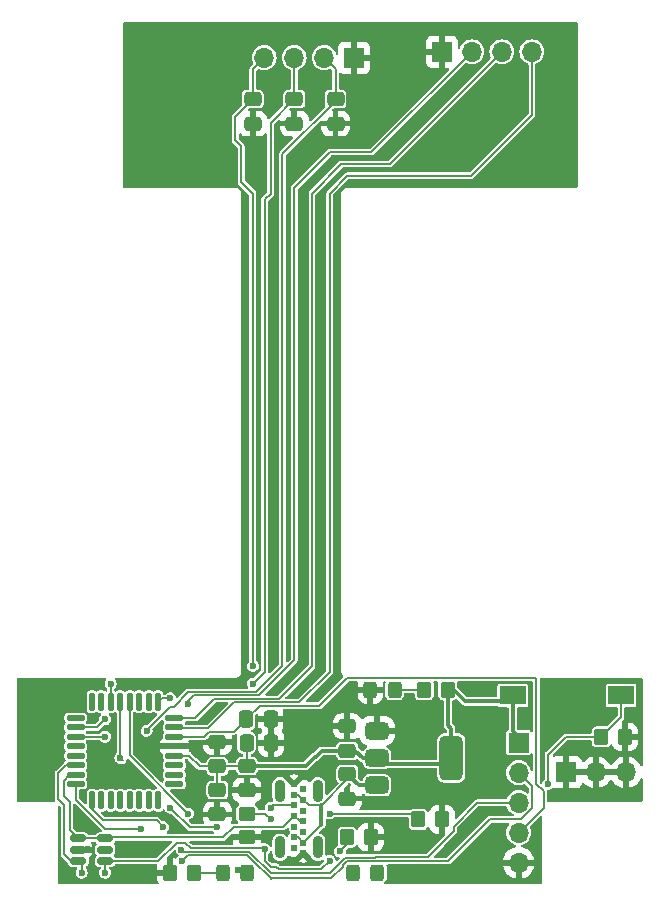
<source format=gbr>
%TF.GenerationSoftware,KiCad,Pcbnew,8.0.7*%
%TF.CreationDate,2024-12-26T00:03:12+08:00*%
%TF.ProjectId,The Button,54686520-4275-4747-946f-6e2e6b696361,rev?*%
%TF.SameCoordinates,Original*%
%TF.FileFunction,Copper,L1,Top*%
%TF.FilePolarity,Positive*%
%FSLAX46Y46*%
G04 Gerber Fmt 4.6, Leading zero omitted, Abs format (unit mm)*
G04 Created by KiCad (PCBNEW 8.0.7) date 2024-12-26 00:03:12*
%MOMM*%
%LPD*%
G01*
G04 APERTURE LIST*
G04 Aperture macros list*
%AMRoundRect*
0 Rectangle with rounded corners*
0 $1 Rounding radius*
0 $2 $3 $4 $5 $6 $7 $8 $9 X,Y pos of 4 corners*
0 Add a 4 corners polygon primitive as box body*
4,1,4,$2,$3,$4,$5,$6,$7,$8,$9,$2,$3,0*
0 Add four circle primitives for the rounded corners*
1,1,$1+$1,$2,$3*
1,1,$1+$1,$4,$5*
1,1,$1+$1,$6,$7*
1,1,$1+$1,$8,$9*
0 Add four rect primitives between the rounded corners*
20,1,$1+$1,$2,$3,$4,$5,0*
20,1,$1+$1,$4,$5,$6,$7,0*
20,1,$1+$1,$6,$7,$8,$9,0*
20,1,$1+$1,$8,$9,$2,$3,0*%
G04 Aperture macros list end*
%TA.AperFunction,SMDPad,CuDef*%
%ADD10RoundRect,0.250000X-0.350000X-0.450000X0.350000X-0.450000X0.350000X0.450000X-0.350000X0.450000X0*%
%TD*%
%TA.AperFunction,SMDPad,CuDef*%
%ADD11RoundRect,0.250000X-0.475000X0.337500X-0.475000X-0.337500X0.475000X-0.337500X0.475000X0.337500X0*%
%TD*%
%TA.AperFunction,SMDPad,CuDef*%
%ADD12RoundRect,0.250000X-0.325000X-0.450000X0.325000X-0.450000X0.325000X0.450000X-0.325000X0.450000X0*%
%TD*%
%TA.AperFunction,SMDPad,CuDef*%
%ADD13RoundRect,0.375000X-0.625000X-0.375000X0.625000X-0.375000X0.625000X0.375000X-0.625000X0.375000X0*%
%TD*%
%TA.AperFunction,SMDPad,CuDef*%
%ADD14RoundRect,0.500000X-0.500000X-1.400000X0.500000X-1.400000X0.500000X1.400000X-0.500000X1.400000X0*%
%TD*%
%TA.AperFunction,ComponentPad*%
%ADD15R,1.700000X1.700000*%
%TD*%
%TA.AperFunction,ComponentPad*%
%ADD16O,1.700000X1.700000*%
%TD*%
%TA.AperFunction,SMDPad,CuDef*%
%ADD17RoundRect,0.150000X-0.512500X-0.150000X0.512500X-0.150000X0.512500X0.150000X-0.512500X0.150000X0*%
%TD*%
%TA.AperFunction,SMDPad,CuDef*%
%ADD18RoundRect,0.250000X0.350000X0.450000X-0.350000X0.450000X-0.350000X-0.450000X0.350000X-0.450000X0*%
%TD*%
%TA.AperFunction,SMDPad,CuDef*%
%ADD19RoundRect,0.250000X-0.337500X-0.475000X0.337500X-0.475000X0.337500X0.475000X-0.337500X0.475000X0*%
%TD*%
%TA.AperFunction,SMDPad,CuDef*%
%ADD20RoundRect,0.250000X-0.450000X0.350000X-0.450000X-0.350000X0.450000X-0.350000X0.450000X0.350000X0*%
%TD*%
%TA.AperFunction,SMDPad,CuDef*%
%ADD21O,0.889000X1.905000*%
%TD*%
%TA.AperFunction,ComponentPad*%
%ADD22C,0.609600*%
%TD*%
%TA.AperFunction,SMDPad,CuDef*%
%ADD23R,2.180000X1.600000*%
%TD*%
%TA.AperFunction,SMDPad,CuDef*%
%ADD24RoundRect,0.250000X0.475000X-0.337500X0.475000X0.337500X-0.475000X0.337500X-0.475000X-0.337500X0*%
%TD*%
%TA.AperFunction,SMDPad,CuDef*%
%ADD25RoundRect,0.125000X0.625000X0.125000X-0.625000X0.125000X-0.625000X-0.125000X0.625000X-0.125000X0*%
%TD*%
%TA.AperFunction,SMDPad,CuDef*%
%ADD26RoundRect,0.125000X0.125000X0.625000X-0.125000X0.625000X-0.125000X-0.625000X0.125000X-0.625000X0*%
%TD*%
%TA.AperFunction,ViaPad*%
%ADD27C,0.600000*%
%TD*%
%TA.AperFunction,Conductor*%
%ADD28C,0.200000*%
%TD*%
%TA.AperFunction,Conductor*%
%ADD29C,0.300000*%
%TD*%
%TA.AperFunction,Conductor*%
%ADD30C,0.160000*%
%TD*%
G04 APERTURE END LIST*
D10*
%TO.P,R7,1*%
%TO.N,Net-(D3-K)*%
X174975000Y-93500000D03*
%TO.P,R7,2*%
%TO.N,GND*%
X176975000Y-93500000D03*
%TD*%
D11*
%TO.P,C12,1*%
%TO.N,/BTN_HI*%
X170500000Y-31000000D03*
%TO.P,C12,2*%
%TO.N,GND*%
X170500000Y-33075000D03*
%TD*%
%TO.P,C3,1*%
%TO.N,VDD_3V*%
X164000000Y-89500000D03*
%TO.P,C3,2*%
%TO.N,GND*%
X164000000Y-91575000D03*
%TD*%
%TO.P,C8,1*%
%TO.N,VDDA_5V*%
X175000000Y-88150000D03*
%TO.P,C8,2*%
%TO.N,GND*%
X175000000Y-90225000D03*
%TD*%
D12*
%TO.P,D4,1,K*%
%TO.N,Net-(D4-K)*%
X164450000Y-96500000D03*
%TO.P,D4,2,A*%
%TO.N,USR_LED_1*%
X166500000Y-96500000D03*
%TD*%
D13*
%TO.P,U1,1,GND*%
%TO.N,GND*%
X177500000Y-84500000D03*
%TO.P,U1,2,VO*%
%TO.N,VDD_3V*%
X177500000Y-86800000D03*
D14*
X183800000Y-86800000D03*
D13*
%TO.P,U1,3,VI*%
%TO.N,VDDA_5V*%
X177500000Y-89100000D03*
%TD*%
D15*
%TO.P,J5,1,Pin_1*%
%TO.N,VDD_3V*%
X189500000Y-85500000D03*
D16*
%TO.P,J5,2,Pin_2*%
%TO.N,SWDIO*%
X189500000Y-88040000D03*
%TO.P,J5,3,Pin_3*%
%TO.N,SWDCLK*%
X189500000Y-90580000D03*
%TO.P,J5,4,Pin_4*%
%TO.N,NRST*%
X189500000Y-93120000D03*
%TO.P,J5,5,Pin_5*%
%TO.N,GND*%
X189500000Y-95660000D03*
%TD*%
D17*
%TO.P,U5,1,I/O1*%
%TO.N,D_P*%
X152225000Y-93600000D03*
%TO.P,U5,2,GND*%
%TO.N,GND*%
X152225000Y-94550000D03*
%TO.P,U5,3,I/O2*%
%TO.N,D_N*%
X152225000Y-95500000D03*
%TO.P,U5,4,I/O2*%
X154500000Y-95500000D03*
%TO.P,U5,5,VBUS*%
%TO.N,unconnected-(U5-VBUS-Pad5)*%
X154500000Y-94550000D03*
%TO.P,U5,6,I/O1*%
%TO.N,D_P*%
X154500000Y-93600000D03*
%TD*%
D15*
%TO.P,J1,1,Pin_1*%
%TO.N,GND*%
X193500000Y-88000000D03*
D16*
%TO.P,J1,2,Pin_2*%
X196040000Y-88000000D03*
%TO.P,J1,3,Pin_3*%
X198580000Y-88000000D03*
%TD*%
D10*
%TO.P,R10,1*%
%TO.N,Net-(J2-CC2)*%
X181000000Y-92000000D03*
%TO.P,R10,2*%
%TO.N,GND*%
X183000000Y-92000000D03*
%TD*%
D12*
%TO.P,D1,1,K*%
%TO.N,GND*%
X176950000Y-81000000D03*
%TO.P,D1,2,A*%
%TO.N,Net-(D1-A)*%
X179000000Y-81000000D03*
%TD*%
D11*
%TO.P,C11,1*%
%TO.N,/BTN_KEY*%
X167000000Y-31000000D03*
%TO.P,C11,2*%
%TO.N,GND*%
X167000000Y-33075000D03*
%TD*%
D18*
%TO.P,R1,1*%
%TO.N,VDD_3V*%
X183500000Y-81000000D03*
%TO.P,R1,2*%
%TO.N,Net-(D1-A)*%
X181500000Y-81000000D03*
%TD*%
D11*
%TO.P,C13,1*%
%TO.N,/BTN_LO*%
X174000000Y-31000000D03*
%TO.P,C13,2*%
%TO.N,GND*%
X174000000Y-33075000D03*
%TD*%
%TO.P,C6,1*%
%TO.N,VDD_3V*%
X166500000Y-87462500D03*
%TO.P,C6,2*%
%TO.N,GND*%
X166500000Y-89537500D03*
%TD*%
D18*
%TO.P,R6,1*%
%TO.N,Net-(D4-K)*%
X162000000Y-96500000D03*
%TO.P,R6,2*%
%TO.N,GND*%
X160000000Y-96500000D03*
%TD*%
D19*
%TO.P,C10,1*%
%TO.N,NRST*%
X166425000Y-83500000D03*
%TO.P,C10,2*%
%TO.N,GND*%
X168500000Y-83500000D03*
%TD*%
D20*
%TO.P,R11,1*%
%TO.N,Net-(J2-CC1)*%
X166500000Y-91500000D03*
%TO.P,R11,2*%
%TO.N,GND*%
X166500000Y-93500000D03*
%TD*%
D15*
%TO.P,J3,1,Pin_1*%
%TO.N,GND*%
X183000000Y-27000000D03*
D16*
%TO.P,J3,2,Pin_2*%
%TO.N,Net-(J3-Pin_2)*%
X185540000Y-27000000D03*
%TO.P,J3,3,Pin_3*%
%TO.N,Net-(J3-Pin_3)*%
X188080000Y-27000000D03*
%TO.P,J3,4,Pin_4*%
%TO.N,Net-(J3-Pin_4)*%
X190620000Y-27000000D03*
%TD*%
D12*
%TO.P,D3,1,K*%
%TO.N,Net-(D3-K)*%
X175500000Y-96500000D03*
%TO.P,D3,2,A*%
%TO.N,USR_LED_2*%
X177550000Y-96500000D03*
%TD*%
D10*
%TO.P,R5,1*%
%TO.N,SWDCLK*%
X196500000Y-85000000D03*
%TO.P,R5,2*%
%TO.N,GND*%
X198500000Y-85000000D03*
%TD*%
D21*
%TO.P,J2,15*%
%TO.N,N/C*%
X169300000Y-89549998D03*
%TO.P,J2,16*%
X172500000Y-89549998D03*
%TO.P,J2,17*%
X169300000Y-94349999D03*
%TO.P,J2,18*%
X172500000Y-94349999D03*
D22*
%TO.P,J2,A1,GND*%
%TO.N,GND*%
X170500000Y-94399999D03*
%TO.P,J2,A4,VBUS*%
%TO.N,VDDA_5V*%
X170500000Y-93499998D03*
%TO.P,J2,A5,CC1*%
%TO.N,Net-(J2-CC1)*%
X170500000Y-92600000D03*
%TO.P,J2,A6,DP1*%
%TO.N,D_P*%
X170500000Y-91699999D03*
%TO.P,J2,A7,DN1*%
%TO.N,D_N*%
X170500000Y-90799999D03*
%TO.P,J2,A9,VBUS*%
%TO.N,VDDA_5V*%
X170500000Y-89900000D03*
%TO.P,J2,A12,GND*%
%TO.N,GND*%
X170500000Y-89000000D03*
%TO.P,J2,B1,GND*%
X171280001Y-89450000D03*
%TO.P,J2,B4,VBUS*%
%TO.N,VDDA_5V*%
X171280001Y-90350000D03*
%TO.P,J2,B5,CC2*%
%TO.N,Net-(J2-CC2)*%
X171280001Y-91249999D03*
%TO.P,J2,B6,DP2*%
%TO.N,D_P*%
X171280001Y-92149999D03*
%TO.P,J2,B7,DN2*%
%TO.N,D_N*%
X171280001Y-93050000D03*
%TO.P,J2,B9,VBUS*%
%TO.N,VDDA_5V*%
X171280001Y-93949998D03*
%TO.P,J2,B12,GND*%
%TO.N,GND*%
X171280001Y-94849999D03*
%TD*%
D23*
%TO.P,SW8,1,A*%
%TO.N,SWDCLK*%
X198180000Y-81500000D03*
%TO.P,SW8,2,B*%
%TO.N,VDD_3V*%
X189000000Y-81500000D03*
%TD*%
D24*
%TO.P,C9,1*%
%TO.N,VDD_3V*%
X175000000Y-86187500D03*
%TO.P,C9,2*%
%TO.N,GND*%
X175000000Y-84112500D03*
%TD*%
D19*
%TO.P,C7,1*%
%TO.N,VDD_3V*%
X166462500Y-85500000D03*
%TO.P,C7,2*%
%TO.N,GND*%
X168537500Y-85500000D03*
%TD*%
D24*
%TO.P,C4,1*%
%TO.N,VDD_3V*%
X164000000Y-87500000D03*
%TO.P,C4,2*%
%TO.N,GND*%
X164000000Y-85425000D03*
%TD*%
D25*
%TO.P,U2,1,PB9*%
%TO.N,unconnected-(U2-PB9-Pad1)*%
X160350000Y-89000000D03*
%TO.P,U2,2,PC14*%
%TO.N,unconnected-(U2-PC14-Pad2)*%
X160350000Y-88200000D03*
%TO.P,U2,3,PC15*%
%TO.N,unconnected-(U2-PC15-Pad3)*%
X160350000Y-87400000D03*
%TO.P,U2,4,VDD*%
%TO.N,VDD_3V*%
X160350000Y-86600000D03*
%TO.P,U2,5,VSS*%
%TO.N,GND*%
X160350000Y-85800000D03*
%TO.P,U2,6,PF2*%
%TO.N,NRST*%
X160350000Y-85000000D03*
%TO.P,U2,7,PA0*%
%TO.N,Net-(J3-Pin_4)*%
X160350000Y-84200000D03*
%TO.P,U2,8,PA1*%
%TO.N,Net-(J3-Pin_3)*%
X160350000Y-83400000D03*
D26*
%TO.P,U2,9,PA2*%
%TO.N,Net-(J3-Pin_2)*%
X158975000Y-82025000D03*
%TO.P,U2,10,PA3*%
%TO.N,unconnected-(U2-PA3-Pad10)*%
X158175000Y-82025000D03*
%TO.P,U2,11,PA4*%
%TO.N,unconnected-(U2-PA4-Pad11)*%
X157375000Y-82025000D03*
%TO.P,U2,12,PA5*%
%TO.N,USR_LED_1*%
X156575000Y-82025000D03*
%TO.P,U2,13,PA6*%
%TO.N,USR_LED_2*%
X155775000Y-82025000D03*
%TO.P,U2,14,PA7*%
%TO.N,/BTN_KEY*%
X154975000Y-82025000D03*
%TO.P,U2,15,PB0*%
%TO.N,unconnected-(U2-PB0-Pad15)*%
X154175000Y-82025000D03*
%TO.P,U2,16,PB1*%
%TO.N,unconnected-(U2-PB1-Pad16)*%
X153375000Y-82025000D03*
D25*
%TO.P,U2,17,PB2*%
%TO.N,unconnected-(U2-PB2-Pad17)*%
X152000000Y-83400000D03*
%TO.P,U2,18,PA8*%
%TO.N,/BTN_HI*%
X152000000Y-84200000D03*
%TO.P,U2,19,PA9*%
%TO.N,/BTN_LO*%
X152000000Y-85000000D03*
%TO.P,U2,20,PC6*%
%TO.N,unconnected-(U2-PC6-Pad20)*%
X152000000Y-85800000D03*
%TO.P,U2,21,PA10*%
%TO.N,unconnected-(U2-PA10-Pad21)*%
X152000000Y-86600000D03*
%TO.P,U2,22,PA11*%
%TO.N,D_N*%
X152000000Y-87400000D03*
%TO.P,U2,23,PA12*%
%TO.N,D_P*%
X152000000Y-88200000D03*
%TO.P,U2,24,PA13*%
%TO.N,SWDIO*%
X152000000Y-89000000D03*
D26*
%TO.P,U2,25,PA14*%
%TO.N,SWDCLK*%
X153375000Y-90375000D03*
%TO.P,U2,26,PA15*%
%TO.N,unconnected-(U2-PA15-Pad26)*%
X154175000Y-90375000D03*
%TO.P,U2,27,PB3*%
%TO.N,unconnected-(U2-PB3-Pad27)*%
X154975000Y-90375000D03*
%TO.P,U2,28,PB4*%
%TO.N,unconnected-(U2-PB4-Pad28)*%
X155775000Y-90375000D03*
%TO.P,U2,29,PB5*%
%TO.N,unconnected-(U2-PB5-Pad29)*%
X156575000Y-90375000D03*
%TO.P,U2,30,PB6*%
%TO.N,unconnected-(U2-PB6-Pad30)*%
X157375000Y-90375000D03*
%TO.P,U2,31,PB7*%
%TO.N,unconnected-(U2-PB7-Pad31)*%
X158175000Y-90375000D03*
%TO.P,U2,32,PB8*%
%TO.N,unconnected-(U2-PB8-Pad32)*%
X158975000Y-90375000D03*
%TD*%
D15*
%TO.P,J4,1,Pin_1*%
%TO.N,GND*%
X175580000Y-27500000D03*
D16*
%TO.P,J4,2,Pin_2*%
%TO.N,/BTN_LO*%
X173040000Y-27500000D03*
%TO.P,J4,3,Pin_3*%
%TO.N,/BTN_HI*%
X170500000Y-27500000D03*
%TO.P,J4,4,Pin_4*%
%TO.N,/BTN_KEY*%
X167960000Y-27500000D03*
%TD*%
D27*
%TO.N,GND*%
X171500000Y-80500000D03*
X162000000Y-89500000D03*
X172000000Y-30000000D03*
X189500000Y-30000000D03*
X186500000Y-96500000D03*
X180500000Y-85500000D03*
X184710000Y-93000000D03*
X170247954Y-79747954D03*
X173000000Y-81000000D03*
X162853575Y-83654610D03*
X186500000Y-87500000D03*
X153000000Y-94500000D03*
X184000000Y-33000000D03*
X166500000Y-93500000D03*
X159977283Y-92009659D03*
X149000000Y-86500000D03*
X158000000Y-86500000D03*
X173500000Y-83000000D03*
X155000000Y-87000000D03*
X157500000Y-83730000D03*
X181500000Y-93500000D03*
X149500000Y-90000000D03*
X193500000Y-81500000D03*
X151500000Y-96500000D03*
X152210000Y-91502046D03*
X156500000Y-94500000D03*
X169500000Y-34500000D03*
X167500000Y-84500000D03*
X152000000Y-82000000D03*
X186000000Y-81000000D03*
X169000000Y-29500000D03*
%TO.N,/BTN_KEY*%
X154950457Y-80500000D03*
X167000000Y-79000000D03*
%TO.N,/BTN_HI*%
X154500000Y-83500000D03*
X167000000Y-80500000D03*
%TO.N,/BTN_LO*%
X158000000Y-84500000D03*
X154500000Y-85000000D03*
%TO.N,USR_LED_2*%
X160000000Y-91000000D03*
X164000000Y-92662500D03*
X155775000Y-86775000D03*
X177550000Y-96500002D03*
%TO.N,Net-(D3-K)*%
X174375088Y-94687585D03*
X175500000Y-96500000D03*
%TO.N,USR_LED_1*%
X161500000Y-91500000D03*
X165712500Y-96287500D03*
%TO.N,D_N*%
X173500000Y-95500000D03*
X168000000Y-94500000D03*
X154500000Y-96500000D03*
X168500000Y-91000000D03*
X152500000Y-96500000D03*
%TO.N,Net-(J2-CC2)*%
X173500000Y-91500000D03*
%TO.N,Net-(J2-CC1)*%
X168500000Y-92000000D03*
%TO.N,Net-(J3-Pin_2)*%
X160000000Y-81730000D03*
X161500000Y-82230000D03*
%TO.N,SWDIO*%
X161000000Y-95500000D03*
X157500000Y-92790000D03*
%TO.N,SWDCLK*%
X159426814Y-92657338D03*
X160953448Y-94542459D03*
X192000000Y-89000000D03*
%TD*%
D28*
%TO.N,VDD_3V*%
X166500000Y-87462500D02*
X166500000Y-85537500D01*
X166462500Y-87500000D02*
X166500000Y-87462500D01*
X161600000Y-86600000D02*
X162500000Y-87500000D01*
D29*
X183500000Y-81000000D02*
X184000000Y-81000000D01*
X172237500Y-86687500D02*
X172312500Y-86687500D01*
X175000000Y-86187500D02*
X175687500Y-86187500D01*
D28*
X162500000Y-87500000D02*
X164000000Y-87500000D01*
D29*
X172812500Y-86187500D02*
X175000000Y-86187500D01*
X189500000Y-85000000D02*
X189000000Y-84500000D01*
X172312500Y-86687500D02*
X172812500Y-86187500D01*
X177500000Y-87300000D02*
X183800000Y-87300000D01*
D28*
X164000000Y-87500000D02*
X164000000Y-89500000D01*
D29*
X188500000Y-82000000D02*
X189000000Y-81500000D01*
D28*
X160350000Y-86600000D02*
X161600000Y-86600000D01*
X164000000Y-87500000D02*
X166462500Y-87500000D01*
D29*
X185000000Y-82000000D02*
X188500000Y-82000000D01*
X183800000Y-84300000D02*
X183500000Y-84000000D01*
X176300000Y-86800000D02*
X177500000Y-86800000D01*
X183800000Y-87300000D02*
X183800000Y-84300000D01*
X189500000Y-85500000D02*
X189500000Y-85000000D01*
X183500000Y-84000000D02*
X183500000Y-81000000D01*
X171462500Y-87462500D02*
X172237500Y-86687500D01*
X184000000Y-81000000D02*
X185000000Y-82000000D01*
X175687500Y-86187500D02*
X176300000Y-86800000D01*
X166500000Y-87462500D02*
X171462500Y-87462500D01*
X189000000Y-84500000D02*
X189000000Y-81500000D01*
D30*
%TO.N,VDDA_5V*%
X170830001Y-89900000D02*
X171280001Y-90350000D01*
X170500000Y-93499998D02*
X170830001Y-93499998D01*
X175000000Y-88650000D02*
X174932596Y-88650000D01*
X171712499Y-90782498D02*
X171280001Y-90350000D01*
D29*
X177500000Y-89600000D02*
X177100000Y-89600000D01*
X175950000Y-89100000D02*
X175000000Y-88150000D01*
D30*
X175000000Y-88610880D02*
X172828382Y-90782498D01*
D28*
X171280001Y-93949998D02*
X172800098Y-92429901D01*
D30*
X170500000Y-89900000D02*
X170830001Y-89900000D01*
X172800098Y-90782498D02*
X171712499Y-90782498D01*
D28*
X175000000Y-88150000D02*
X175000000Y-88610880D01*
X172828382Y-90782498D02*
X172800098Y-90782498D01*
D30*
X170830001Y-93499998D02*
X171280001Y-93949998D01*
D29*
X172800098Y-92429901D02*
X172800098Y-90782498D01*
X177500000Y-89100000D02*
X175950000Y-89100000D01*
D30*
%TO.N,NRST*%
X166425000Y-83500000D02*
X167564000Y-82361000D01*
X174980000Y-80020000D02*
X191000000Y-80020000D01*
X191000000Y-80020000D02*
X191000000Y-89004092D01*
X162856040Y-85000000D02*
X163298540Y-84557500D01*
X191000000Y-89004092D02*
X191620000Y-89624092D01*
X191620000Y-91000000D02*
X189500000Y-93120000D01*
X165367500Y-84557500D02*
X166425000Y-83500000D01*
X167564000Y-82361000D02*
X172639000Y-82361000D01*
X160350000Y-85000000D02*
X162856040Y-85000000D01*
X172639000Y-82361000D02*
X174980000Y-80020000D01*
X191620000Y-89624092D02*
X191620000Y-91000000D01*
X163298540Y-84557500D02*
X165367500Y-84557500D01*
D28*
%TO.N,/BTN_KEY*%
X167000000Y-31000000D02*
X165500000Y-32500000D01*
X154975000Y-80524543D02*
X154950457Y-80500000D01*
X167000000Y-28460000D02*
X167960000Y-27500000D01*
X166000000Y-38000000D02*
X167000000Y-39000000D01*
X165500000Y-32500000D02*
X165500000Y-34500000D01*
X166000000Y-35000000D02*
X166000000Y-38000000D01*
X167000000Y-31000000D02*
X167000000Y-28460000D01*
X167000000Y-39000000D02*
X167000000Y-79000000D01*
X154975000Y-82025000D02*
X154975000Y-80524543D01*
X165500000Y-34500000D02*
X166000000Y-35000000D01*
%TO.N,/BTN_HI*%
X168000000Y-39500000D02*
X168000000Y-79500000D01*
X168500000Y-39000000D02*
X168000000Y-39500000D01*
X168500000Y-33000000D02*
X168500000Y-39000000D01*
X153800000Y-84200000D02*
X154500000Y-83500000D01*
X152000000Y-84200000D02*
X153800000Y-84200000D01*
X170500000Y-31000000D02*
X168500000Y-33000000D01*
X168000000Y-79500000D02*
X167000000Y-80500000D01*
X170500000Y-27500000D02*
X170500000Y-31000000D01*
D30*
%TO.N,/BTN_LO*%
X152000000Y-85000000D02*
X154500000Y-85000000D01*
D28*
X167307000Y-81193000D02*
X169500000Y-79000000D01*
X173040000Y-27500000D02*
X174000000Y-28460000D01*
D30*
X161541092Y-81193000D02*
X167307000Y-81193000D01*
X160294092Y-82440000D02*
X161541092Y-81193000D01*
D28*
X174000000Y-31172244D02*
X174000000Y-31000000D01*
X174000000Y-28460000D02*
X174000000Y-31000000D01*
D30*
X158000000Y-84395494D02*
X159955494Y-82440000D01*
D28*
X158000000Y-84500000D02*
X158000000Y-84395494D01*
D30*
X159955494Y-82440000D02*
X160294092Y-82440000D01*
D28*
X169500000Y-79000000D02*
X169500000Y-35672244D01*
X169500000Y-35672244D02*
X174000000Y-31172244D01*
D30*
%TO.N,Net-(D1-A)*%
X179000000Y-81000000D02*
X181500000Y-81000000D01*
D28*
%TO.N,USR_LED_2*%
X156000000Y-87000000D02*
X155775000Y-86775000D01*
X155775000Y-82025000D02*
X155775000Y-86775000D01*
X161662500Y-92662500D02*
X160000000Y-91000000D01*
X164000000Y-92662500D02*
X161662500Y-92662500D01*
%TO.N,Net-(D3-K)*%
X174975000Y-93500000D02*
X174975000Y-94087673D01*
X174975000Y-94087673D02*
X174375088Y-94687585D01*
D30*
X174950000Y-94050000D02*
X175000000Y-94000000D01*
D28*
%TO.N,USR_LED_1*%
X166287500Y-96287500D02*
X166500000Y-96500000D01*
D30*
X156575000Y-82025000D02*
X156575000Y-86575000D01*
D28*
X165712500Y-96287500D02*
X166287500Y-96287500D01*
D30*
X156575000Y-86575000D02*
X161500000Y-91500000D01*
%TO.N,Net-(D4-K)*%
X162000000Y-96500000D02*
X164450000Y-96500000D01*
%TO.N,D_P*%
X170950000Y-92149999D02*
X170500000Y-91699999D01*
X164504092Y-93500000D02*
X165384092Y-92620000D01*
X151500000Y-90500000D02*
X151500000Y-92875000D01*
X165384092Y-92620000D02*
X169579999Y-92620000D01*
X150970000Y-89970000D02*
X151500000Y-90500000D01*
X154500000Y-93600000D02*
X154600000Y-93500000D01*
X152000000Y-88200000D02*
X151473780Y-88200000D01*
X171280001Y-92149999D02*
X170950000Y-92149999D01*
X169579999Y-92620000D02*
X170500000Y-91699999D01*
X151500000Y-92875000D02*
X152225000Y-93600000D01*
X154600000Y-93500000D02*
X164504092Y-93500000D01*
X150970000Y-88703780D02*
X150970000Y-89970000D01*
X152225000Y-93600000D02*
X154500000Y-93600000D01*
X151473780Y-88200000D02*
X150970000Y-88703780D01*
%TO.N,D_N*%
X151000000Y-90787000D02*
X151000000Y-94937499D01*
X168700001Y-90799999D02*
X170500000Y-90799999D01*
X151562501Y-95500000D02*
X152225000Y-95500000D01*
X151000000Y-94937499D02*
X151562501Y-95500000D01*
X161735621Y-94426000D02*
X167926000Y-94426000D01*
X152000000Y-87400000D02*
X151194120Y-87400000D01*
X160540845Y-93955063D02*
X161264684Y-93955063D01*
X172787000Y-96213000D02*
X173500000Y-95500000D01*
X168500000Y-96000000D02*
X169000000Y-96000000D01*
X158995908Y-95500000D02*
X160540845Y-93955063D01*
X161264684Y-93955063D02*
X161735621Y-94426000D01*
X150500000Y-90287000D02*
X151000000Y-90787000D01*
X168500000Y-91000000D02*
X168700001Y-90799999D01*
D28*
X152500000Y-95775000D02*
X152225000Y-95500000D01*
D30*
X151194120Y-87400000D02*
X150500000Y-88094120D01*
X168000000Y-94500000D02*
X168000000Y-95500000D01*
X169000000Y-96000000D02*
X169213000Y-96213000D01*
D28*
X152500000Y-96500000D02*
X152500000Y-95775000D01*
D30*
X167926000Y-94426000D02*
X168000000Y-94500000D01*
X168000000Y-95500000D02*
X168500000Y-96000000D01*
X169213000Y-96213000D02*
X172787000Y-96213000D01*
X154500000Y-95500000D02*
X154500000Y-96500000D01*
X154500000Y-95500000D02*
X158995908Y-95500000D01*
X150500000Y-88094120D02*
X150500000Y-90287000D01*
%TO.N,Net-(J2-CC2)*%
X173500000Y-91500000D02*
X180500000Y-91500000D01*
X180500000Y-91500000D02*
X181000000Y-92000000D01*
%TO.N,Net-(J2-CC1)*%
X168500000Y-92000000D02*
X168000000Y-91500000D01*
X168000000Y-91500000D02*
X166500000Y-91500000D01*
%TO.N,Net-(J3-Pin_3)*%
X169213000Y-81787000D02*
X163717092Y-81787000D01*
X162104092Y-83400000D02*
X160350000Y-83400000D01*
X172000000Y-79000000D02*
X169213000Y-81787000D01*
X188080000Y-27000000D02*
X178580000Y-36500000D01*
X172000000Y-39000000D02*
X172000000Y-79000000D01*
X174500000Y-36500000D02*
X172000000Y-39000000D01*
X163717092Y-81787000D02*
X162104092Y-83400000D01*
X178580000Y-36500000D02*
X174500000Y-36500000D01*
%TO.N,Net-(J3-Pin_2)*%
X173500000Y-35500000D02*
X170500000Y-38500000D01*
X167500000Y-81500000D02*
X162000000Y-81500000D01*
X158975000Y-82025000D02*
X159270000Y-81730000D01*
X161500000Y-82000000D02*
X161500000Y-82230000D01*
X170500000Y-38500000D02*
X170500000Y-78500000D01*
X159270000Y-81730000D02*
X160000000Y-81730000D01*
X162000000Y-81500000D02*
X161500000Y-82000000D01*
X177040000Y-35500000D02*
X173500000Y-35500000D01*
X185540000Y-27000000D02*
X177040000Y-35500000D01*
X170500000Y-78500000D02*
X167500000Y-81500000D01*
%TO.N,Net-(J3-Pin_4)*%
X160420500Y-84270500D02*
X160350000Y-84200000D01*
X173500000Y-39000000D02*
X173500000Y-79500000D01*
X190620000Y-27000000D02*
X190620000Y-32380000D01*
X190620000Y-32380000D02*
X185500000Y-37500000D01*
X173500000Y-79500000D02*
X170926000Y-82074000D01*
X165438277Y-82074000D02*
X163241777Y-84270500D01*
X170926000Y-82074000D02*
X165438277Y-82074000D01*
X175000000Y-37500000D02*
X173500000Y-39000000D01*
X185500000Y-37500000D02*
X175000000Y-37500000D01*
X163241777Y-84270500D02*
X160420500Y-84270500D01*
%TO.N,SWDIO*%
X190630000Y-91048062D02*
X190630000Y-89170000D01*
X174948540Y-95520000D02*
X183520000Y-95520000D01*
X167000000Y-95500000D02*
X166500000Y-95000000D01*
X152000000Y-89000000D02*
X152000000Y-90326220D01*
X168515730Y-96984270D02*
X167031460Y-95500000D01*
X168515730Y-96984270D02*
X173657730Y-96984270D01*
X154463780Y-92790000D02*
X157500000Y-92790000D01*
X190630000Y-89170000D02*
X189500000Y-88040000D01*
X187050000Y-91990000D02*
X189688062Y-91990000D01*
X183520000Y-95520000D02*
X187050000Y-91990000D01*
X168531460Y-97000000D02*
X168515730Y-96984270D01*
X174645000Y-95823540D02*
X174948540Y-95520000D01*
X173657730Y-96984270D02*
X174645000Y-95997000D01*
X189688062Y-91990000D02*
X190630000Y-91048062D01*
X161500000Y-95000000D02*
X161000000Y-95500000D01*
X167031460Y-95500000D02*
X167000000Y-95500000D01*
X152000000Y-90326220D02*
X154463780Y-92790000D01*
X189500000Y-88000000D02*
X189500000Y-88040000D01*
X166500000Y-95000000D02*
X161500000Y-95000000D01*
X174645000Y-95997000D02*
X174645000Y-95823540D01*
%TO.N,SWDCLK*%
X153375000Y-91124999D02*
X154330001Y-92080000D01*
X184000000Y-92594120D02*
X186014120Y-90580000D01*
X154330001Y-92080000D02*
X158849476Y-92080000D01*
X177361121Y-95233000D02*
X177381121Y-95213000D01*
X198180000Y-81500000D02*
X198180000Y-83320000D01*
X193500000Y-85000000D02*
X192000000Y-86500000D01*
X181787000Y-95213000D02*
X184000000Y-93000000D01*
X177381121Y-95213000D02*
X181787000Y-95213000D01*
X192000000Y-86500000D02*
X192000000Y-89000000D01*
X184000000Y-93000000D02*
X184000000Y-92594120D01*
X168500000Y-96500000D02*
X173562660Y-96500000D01*
X166713000Y-94713000D02*
X168500000Y-96500000D01*
X160953448Y-94542459D02*
X161123989Y-94713000D01*
X158849476Y-92080000D02*
X159426814Y-92657338D01*
X198180000Y-83320000D02*
X196500000Y-85000000D01*
X161123989Y-94713000D02*
X166713000Y-94713000D01*
X174829660Y-95233000D02*
X177361121Y-95233000D01*
X173562660Y-96500000D02*
X174829660Y-95233000D01*
X186014120Y-90580000D02*
X189500000Y-90580000D01*
X153375000Y-90375000D02*
X153375000Y-91124999D01*
X196500000Y-85000000D02*
X193500000Y-85000000D01*
%TD*%
%TA.AperFunction,Conductor*%
%TO.N,GND*%
G36*
X150668833Y-90852519D02*
G01*
X150690504Y-90874190D01*
X150718281Y-90928707D01*
X150719500Y-90944194D01*
X150719500Y-94974430D01*
X150726218Y-94999500D01*
X150737082Y-95040046D01*
X150737861Y-95042951D01*
X150738616Y-95045770D01*
X150738618Y-95045773D01*
X150760576Y-95083805D01*
X150775544Y-95109730D01*
X150827769Y-95161955D01*
X150827771Y-95161956D01*
X151338044Y-95672230D01*
X151340978Y-95675164D01*
X151368755Y-95729681D01*
X151368939Y-95730892D01*
X151371926Y-95751390D01*
X151371926Y-95751391D01*
X151371927Y-95751393D01*
X151423302Y-95856483D01*
X151506017Y-95939198D01*
X151551901Y-95961629D01*
X151611104Y-95990572D01*
X151611105Y-95990572D01*
X151611107Y-95990573D01*
X151679240Y-96000500D01*
X152053783Y-96000500D01*
X152111974Y-96019407D01*
X152147938Y-96068907D01*
X152147938Y-96130093D01*
X152128602Y-96164331D01*
X152074623Y-96226626D01*
X152014834Y-96357543D01*
X151994353Y-96499997D01*
X151994353Y-96500000D01*
X152014834Y-96642456D01*
X152063949Y-96750000D01*
X152074623Y-96773373D01*
X152166582Y-96879500D01*
X152168873Y-96882144D01*
X152248676Y-96933430D01*
X152289947Y-96959953D01*
X152394435Y-96990633D01*
X152428035Y-97000499D01*
X152428036Y-97000499D01*
X152428039Y-97000500D01*
X152428041Y-97000500D01*
X152571959Y-97000500D01*
X152571961Y-97000500D01*
X152710053Y-96959953D01*
X152831128Y-96882143D01*
X152925377Y-96773373D01*
X152985165Y-96642457D01*
X153005647Y-96500000D01*
X153004950Y-96495155D01*
X152985165Y-96357543D01*
X152936051Y-96250000D01*
X152925377Y-96226627D01*
X152849422Y-96138969D01*
X152840235Y-96128367D01*
X152816418Y-96072007D01*
X152830277Y-96012412D01*
X152871575Y-95974595D01*
X152943983Y-95939198D01*
X153026698Y-95856483D01*
X153078073Y-95751393D01*
X153088000Y-95683260D01*
X153088000Y-95316740D01*
X153087999Y-95316738D01*
X153087741Y-95313169D01*
X153089371Y-95313050D01*
X153098627Y-95258775D01*
X153135908Y-95219544D01*
X153139054Y-95217683D01*
X153255185Y-95101552D01*
X153338780Y-94960201D01*
X153338780Y-94960200D01*
X153384598Y-94802493D01*
X153384600Y-94802486D01*
X153384796Y-94800000D01*
X152324000Y-94800000D01*
X152265809Y-94781093D01*
X152229845Y-94731593D01*
X152225000Y-94701000D01*
X152225000Y-94399000D01*
X152243907Y-94340809D01*
X152293407Y-94304845D01*
X152324000Y-94300000D01*
X153384795Y-94300000D01*
X153384600Y-94297513D01*
X153384598Y-94297506D01*
X153338781Y-94139802D01*
X153273783Y-94029895D01*
X153260436Y-93970183D01*
X153284736Y-93914030D01*
X153337401Y-93882884D01*
X153358997Y-93880500D01*
X153599357Y-93880500D01*
X153657548Y-93899407D01*
X153688297Y-93936019D01*
X153698299Y-93956478D01*
X153698300Y-93956480D01*
X153698301Y-93956481D01*
X153698302Y-93956483D01*
X153746817Y-94004998D01*
X153774593Y-94059513D01*
X153765022Y-94119945D01*
X153746818Y-94145000D01*
X153718645Y-94173174D01*
X153698301Y-94193518D01*
X153646927Y-94298604D01*
X153646927Y-94298607D01*
X153637000Y-94366740D01*
X153637000Y-94733260D01*
X153642845Y-94773374D01*
X153646927Y-94801395D01*
X153670688Y-94849998D01*
X153698302Y-94906483D01*
X153746817Y-94954998D01*
X153774593Y-95009513D01*
X153765022Y-95069945D01*
X153746818Y-95095000D01*
X153718124Y-95123695D01*
X153698301Y-95143518D01*
X153646927Y-95248604D01*
X153643387Y-95272906D01*
X153637000Y-95316740D01*
X153637000Y-95683260D01*
X153641340Y-95713045D01*
X153646927Y-95751395D01*
X153684265Y-95827770D01*
X153698302Y-95856483D01*
X153781017Y-95939198D01*
X153826901Y-95961629D01*
X153886104Y-95990572D01*
X153886105Y-95990572D01*
X153886107Y-95990573D01*
X153954240Y-96000500D01*
X154053783Y-96000500D01*
X154111974Y-96019407D01*
X154147938Y-96068907D01*
X154147938Y-96130093D01*
X154128602Y-96164331D01*
X154074623Y-96226626D01*
X154014834Y-96357543D01*
X153994353Y-96499997D01*
X153994353Y-96500000D01*
X154014834Y-96642456D01*
X154063949Y-96750000D01*
X154074623Y-96773373D01*
X154166582Y-96879500D01*
X154168873Y-96882144D01*
X154248676Y-96933430D01*
X154289947Y-96959953D01*
X154394435Y-96990633D01*
X154428035Y-97000499D01*
X154428036Y-97000499D01*
X154428039Y-97000500D01*
X154428041Y-97000500D01*
X154571959Y-97000500D01*
X154571961Y-97000500D01*
X154710053Y-96959953D01*
X154831128Y-96882143D01*
X154925377Y-96773373D01*
X154985165Y-96642457D01*
X155005647Y-96500000D01*
X155004950Y-96495155D01*
X154985165Y-96357543D01*
X154963329Y-96309730D01*
X154925377Y-96226627D01*
X154871398Y-96164331D01*
X154847580Y-96107972D01*
X154861439Y-96048376D01*
X154907680Y-96008309D01*
X154946217Y-96000500D01*
X155045757Y-96000500D01*
X155045760Y-96000500D01*
X155113893Y-95990573D01*
X155218983Y-95939198D01*
X155301698Y-95856483D01*
X155305540Y-95848622D01*
X155311703Y-95836019D01*
X155354246Y-95792045D01*
X155400643Y-95780500D01*
X158813062Y-95780500D01*
X158871253Y-95799407D01*
X158907217Y-95848907D01*
X158909433Y-95891762D01*
X158911043Y-95891927D01*
X158900000Y-96000012D01*
X158900000Y-96249999D01*
X158900001Y-96250000D01*
X159749999Y-96250000D01*
X159750000Y-96249999D01*
X159750000Y-95300001D01*
X159741299Y-95291300D01*
X159713522Y-95236783D01*
X159723093Y-95176351D01*
X159741293Y-95151299D01*
X160295675Y-94596917D01*
X160350190Y-94569142D01*
X160410622Y-94578713D01*
X160453887Y-94621978D01*
X160463669Y-94652832D01*
X160468282Y-94684915D01*
X160504571Y-94764375D01*
X160528071Y-94815832D01*
X160622320Y-94924602D01*
X160658652Y-94947951D01*
X160666359Y-94952904D01*
X160705090Y-95000270D01*
X160708582Y-95061356D01*
X160675503Y-95112828D01*
X160670375Y-95116554D01*
X160668874Y-95117854D01*
X160574621Y-95226629D01*
X160564312Y-95249202D01*
X160522939Y-95294279D01*
X160464198Y-95306560D01*
X160399988Y-95300000D01*
X160250001Y-95300000D01*
X160250000Y-95300001D01*
X160250000Y-96401000D01*
X160231093Y-96459191D01*
X160181593Y-96495155D01*
X160151000Y-96500000D01*
X160000001Y-96500000D01*
X160000000Y-96500001D01*
X160000000Y-96651000D01*
X159981093Y-96709191D01*
X159931593Y-96745155D01*
X159901000Y-96750000D01*
X158900002Y-96750000D01*
X158900001Y-96750001D01*
X158900001Y-96999986D01*
X158910492Y-97102687D01*
X158910495Y-97102699D01*
X158965642Y-97269122D01*
X159014620Y-97348527D01*
X159029076Y-97407980D01*
X159005826Y-97464576D01*
X158953750Y-97496697D01*
X158930359Y-97499500D01*
X150599500Y-97499500D01*
X150541309Y-97480593D01*
X150505345Y-97431093D01*
X150500500Y-97400500D01*
X150500500Y-90927619D01*
X150502127Y-90927619D01*
X150511825Y-90875286D01*
X150556207Y-90833168D01*
X150616868Y-90825180D01*
X150668833Y-90852519D01*
G37*
%TD.AperFunction*%
%TA.AperFunction,Conductor*%
G36*
X191445445Y-91667983D02*
G01*
X191488710Y-91711248D01*
X191499500Y-91756193D01*
X191499500Y-97400500D01*
X191480593Y-97458691D01*
X191431093Y-97494655D01*
X191400500Y-97499500D01*
X178189959Y-97499500D01*
X178131768Y-97480593D01*
X178095804Y-97431093D01*
X178095804Y-97369907D01*
X178131171Y-97320845D01*
X178185837Y-97280499D01*
X178197150Y-97272150D01*
X178277793Y-97162882D01*
X178322646Y-97034699D01*
X178325499Y-97004273D01*
X178325500Y-97004273D01*
X178325500Y-95995727D01*
X178325499Y-95995725D01*
X178325016Y-95990572D01*
X178322646Y-95965301D01*
X178313512Y-95939198D01*
X178311063Y-95932198D01*
X178309690Y-95871028D01*
X178344534Y-95820733D01*
X178402285Y-95800525D01*
X178404507Y-95800500D01*
X183556927Y-95800500D01*
X183556929Y-95800500D01*
X183628269Y-95781384D01*
X183629800Y-95780500D01*
X183692231Y-95744456D01*
X183744456Y-95692231D01*
X183744457Y-95692228D01*
X187137191Y-92299496D01*
X187191708Y-92271719D01*
X187207195Y-92270500D01*
X188628876Y-92270500D01*
X188687067Y-92289407D01*
X188723031Y-92338907D01*
X188723031Y-92400093D01*
X188705404Y-92432305D01*
X188622317Y-92533547D01*
X188622316Y-92533547D01*
X188524768Y-92716045D01*
X188464699Y-92914065D01*
X188464698Y-92914070D01*
X188444417Y-93119996D01*
X188444417Y-93120003D01*
X188464698Y-93325929D01*
X188464699Y-93325934D01*
X188524768Y-93523954D01*
X188622316Y-93706452D01*
X188735909Y-93844866D01*
X188753590Y-93866410D01*
X188753595Y-93866414D01*
X188913547Y-93997683D01*
X188913548Y-93997683D01*
X188913550Y-93997685D01*
X189096046Y-94095232D01*
X189199431Y-94126593D01*
X189246328Y-94140819D01*
X189296525Y-94175804D01*
X189316571Y-94233612D01*
X189298810Y-94292163D01*
X189250026Y-94329092D01*
X189243213Y-94331183D01*
X189036505Y-94386570D01*
X188822432Y-94486394D01*
X188822424Y-94486398D01*
X188628926Y-94621886D01*
X188461886Y-94788926D01*
X188326398Y-94982424D01*
X188326394Y-94982432D01*
X188226570Y-95196505D01*
X188169364Y-95410000D01*
X189066988Y-95410000D01*
X189034075Y-95467007D01*
X189000000Y-95594174D01*
X189000000Y-95725826D01*
X189034075Y-95852993D01*
X189066988Y-95910000D01*
X188169364Y-95910000D01*
X188226569Y-96123489D01*
X188326399Y-96337577D01*
X188461886Y-96531073D01*
X188628926Y-96698113D01*
X188822422Y-96833600D01*
X189036509Y-96933430D01*
X189250000Y-96990634D01*
X189250000Y-96093012D01*
X189307007Y-96125925D01*
X189434174Y-96160000D01*
X189565826Y-96160000D01*
X189692993Y-96125925D01*
X189750000Y-96093012D01*
X189750000Y-96990633D01*
X189963490Y-96933430D01*
X190177577Y-96833600D01*
X190371073Y-96698113D01*
X190538113Y-96531073D01*
X190673600Y-96337577D01*
X190773430Y-96123489D01*
X190830636Y-95910000D01*
X189933012Y-95910000D01*
X189965925Y-95852993D01*
X190000000Y-95725826D01*
X190000000Y-95594174D01*
X189965925Y-95467007D01*
X189933012Y-95410000D01*
X190830636Y-95410000D01*
X190773429Y-95196505D01*
X190673605Y-94982432D01*
X190673601Y-94982424D01*
X190538113Y-94788926D01*
X190371073Y-94621886D01*
X190177577Y-94486399D01*
X189963489Y-94386569D01*
X189756786Y-94331183D01*
X189705472Y-94297859D01*
X189683545Y-94240737D01*
X189699381Y-94181637D01*
X189746931Y-94143132D01*
X189753663Y-94140821D01*
X189903954Y-94095232D01*
X190086450Y-93997685D01*
X190246410Y-93866410D01*
X190377685Y-93706450D01*
X190475232Y-93523954D01*
X190535300Y-93325934D01*
X190535301Y-93325929D01*
X190555583Y-93120003D01*
X190555583Y-93119996D01*
X190535301Y-92914070D01*
X190535300Y-92914065D01*
X190511958Y-92837116D01*
X190475232Y-92716046D01*
X190449027Y-92667022D01*
X190438272Y-92606791D01*
X190464973Y-92551739D01*
X190466283Y-92550401D01*
X191330497Y-91686188D01*
X191385013Y-91658412D01*
X191445445Y-91667983D01*
G37*
%TD.AperFunction*%
%TA.AperFunction,Conductor*%
G36*
X168622942Y-94652728D02*
G01*
X168653028Y-94706005D01*
X168655000Y-94725665D01*
X168655000Y-94921528D01*
X168662693Y-94960200D01*
X168679160Y-95042989D01*
X168679787Y-95046138D01*
X168679787Y-95046140D01*
X168728406Y-95163518D01*
X168728407Y-95163520D01*
X168728408Y-95163521D01*
X168798996Y-95269163D01*
X168888836Y-95359003D01*
X168994478Y-95429591D01*
X168994479Y-95429591D01*
X168994480Y-95429592D01*
X169021071Y-95440606D01*
X169111860Y-95478212D01*
X169236473Y-95502999D01*
X169236474Y-95502999D01*
X169363526Y-95502999D01*
X169363527Y-95502999D01*
X169488140Y-95478212D01*
X169605522Y-95429591D01*
X169711164Y-95359003D01*
X169801004Y-95269163D01*
X169871592Y-95163521D01*
X169895054Y-95106876D01*
X169934788Y-95060353D01*
X169994283Y-95046068D01*
X170039189Y-95060938D01*
X170148596Y-95129684D01*
X170148600Y-95129685D01*
X170319775Y-95189583D01*
X170319787Y-95189586D01*
X170499996Y-95209891D01*
X170500933Y-95209891D01*
X170501430Y-95210052D01*
X170505525Y-95210514D01*
X170505430Y-95211352D01*
X170512220Y-95213558D01*
X170512481Y-95211249D01*
X170559857Y-95216587D01*
X171033220Y-94743225D01*
X171087737Y-94715448D01*
X171121789Y-94720841D01*
X171107736Y-94734895D01*
X171076801Y-94809580D01*
X171076801Y-94890418D01*
X171107736Y-94965103D01*
X171164897Y-95022264D01*
X171239582Y-95053199D01*
X171320420Y-95053199D01*
X171395105Y-95022264D01*
X171452266Y-94965103D01*
X171483201Y-94890418D01*
X171483201Y-94809580D01*
X171452266Y-94734895D01*
X171435678Y-94718307D01*
X171441291Y-94715448D01*
X171501723Y-94725019D01*
X171526782Y-94743226D01*
X171887514Y-95103959D01*
X171903246Y-95124461D01*
X171919498Y-95152611D01*
X171923449Y-95157759D01*
X171923395Y-95157799D01*
X171929797Y-95165600D01*
X171998996Y-95269163D01*
X172088836Y-95359003D01*
X172194478Y-95429591D01*
X172194479Y-95429591D01*
X172194480Y-95429592D01*
X172221071Y-95440606D01*
X172311860Y-95478212D01*
X172436473Y-95502999D01*
X172436474Y-95502999D01*
X172563526Y-95502999D01*
X172563527Y-95502999D01*
X172688140Y-95478212D01*
X172805522Y-95429591D01*
X172841035Y-95405861D01*
X172899919Y-95389254D01*
X172957323Y-95410431D01*
X172991317Y-95461304D01*
X172993410Y-95492919D01*
X172994353Y-95492919D01*
X172994353Y-95499996D01*
X172994353Y-95499998D01*
X172994353Y-95500000D01*
X172995361Y-95507010D01*
X173000997Y-95546212D01*
X172990562Y-95606501D01*
X172973008Y-95630303D01*
X172699811Y-95903503D01*
X172645295Y-95931281D01*
X172629807Y-95932500D01*
X169370195Y-95932500D01*
X169312004Y-95913593D01*
X169300191Y-95903504D01*
X169224456Y-95827769D01*
X169224456Y-95827768D01*
X169172233Y-95775546D01*
X169172231Y-95775544D01*
X169108269Y-95738616D01*
X169096409Y-95735438D01*
X169079444Y-95730892D01*
X169036931Y-95719500D01*
X169036929Y-95719500D01*
X169036928Y-95719500D01*
X168657195Y-95719500D01*
X168599004Y-95700593D01*
X168587191Y-95690504D01*
X168466827Y-95570140D01*
X170913410Y-95570140D01*
X170928602Y-95579686D01*
X171099776Y-95639583D01*
X171099788Y-95639586D01*
X171279997Y-95659891D01*
X171280005Y-95659891D01*
X171460213Y-95639586D01*
X171460225Y-95639583D01*
X171631395Y-95579688D01*
X171631405Y-95579682D01*
X171646589Y-95570142D01*
X171646589Y-95570141D01*
X171280000Y-95203552D01*
X170913410Y-95570140D01*
X168466827Y-95570140D01*
X168309496Y-95412809D01*
X168281719Y-95358292D01*
X168280500Y-95342805D01*
X168280500Y-94968737D01*
X168299407Y-94910546D01*
X168325978Y-94885452D01*
X168331128Y-94882143D01*
X168425377Y-94773373D01*
X168443698Y-94733256D01*
X168465947Y-94684539D01*
X168507319Y-94639461D01*
X168567285Y-94627310D01*
X168622942Y-94652728D01*
G37*
%TD.AperFunction*%
%TA.AperFunction,Conductor*%
G36*
X184279999Y-81777573D02*
G01*
X184292413Y-81788095D01*
X184784788Y-82280470D01*
X184864712Y-82326614D01*
X184953856Y-82350500D01*
X184953857Y-82350500D01*
X185046144Y-82350500D01*
X187649687Y-82350500D01*
X187707878Y-82369407D01*
X187732002Y-82394498D01*
X187750985Y-82422907D01*
X187765448Y-82444552D01*
X187831769Y-82488867D01*
X187876231Y-82497711D01*
X187890241Y-82500498D01*
X187890246Y-82500498D01*
X187890252Y-82500500D01*
X188550500Y-82500500D01*
X188608691Y-82519407D01*
X188644655Y-82568907D01*
X188649500Y-82599500D01*
X188649500Y-84364424D01*
X188630593Y-84422615D01*
X188581093Y-84458579D01*
X188572563Y-84460804D01*
X188571766Y-84461134D01*
X188505451Y-84505445D01*
X188505445Y-84505451D01*
X188461134Y-84571766D01*
X188461132Y-84571772D01*
X188449501Y-84630241D01*
X188449500Y-84630253D01*
X188449500Y-86369746D01*
X188449501Y-86369758D01*
X188461132Y-86428227D01*
X188461134Y-86428233D01*
X188498566Y-86484253D01*
X188505448Y-86494552D01*
X188571769Y-86538867D01*
X188616231Y-86547711D01*
X188630241Y-86550498D01*
X188630246Y-86550498D01*
X188630252Y-86550500D01*
X188630253Y-86550500D01*
X190369747Y-86550500D01*
X190369748Y-86550500D01*
X190428231Y-86538867D01*
X190494552Y-86494552D01*
X190538185Y-86429250D01*
X190586235Y-86391372D01*
X190647373Y-86388970D01*
X190698247Y-86422963D01*
X190719424Y-86480367D01*
X190719500Y-86484253D01*
X190719500Y-87773887D01*
X190700593Y-87832078D01*
X190651093Y-87868042D01*
X190589907Y-87868042D01*
X190540407Y-87832078D01*
X190525763Y-87802625D01*
X190499054Y-87714578D01*
X190475232Y-87636046D01*
X190377685Y-87453550D01*
X190370696Y-87445034D01*
X190246414Y-87293595D01*
X190246410Y-87293590D01*
X190181671Y-87240460D01*
X190086452Y-87162316D01*
X189903954Y-87064768D01*
X189705934Y-87004699D01*
X189705929Y-87004698D01*
X189500003Y-86984417D01*
X189499997Y-86984417D01*
X189294070Y-87004698D01*
X189294065Y-87004699D01*
X189096045Y-87064768D01*
X188913547Y-87162316D01*
X188753595Y-87293585D01*
X188753585Y-87293595D01*
X188622316Y-87453547D01*
X188524768Y-87636045D01*
X188464699Y-87834065D01*
X188464698Y-87834070D01*
X188444417Y-88039996D01*
X188444417Y-88040002D01*
X188464698Y-88245929D01*
X188464699Y-88245934D01*
X188524768Y-88443954D01*
X188622316Y-88626452D01*
X188741231Y-88771351D01*
X188753590Y-88786410D01*
X188753595Y-88786414D01*
X188913547Y-88917683D01*
X188913548Y-88917683D01*
X188913550Y-88917685D01*
X189096046Y-89015232D01*
X189201801Y-89047312D01*
X189294065Y-89075300D01*
X189294070Y-89075301D01*
X189499997Y-89095583D01*
X189500000Y-89095583D01*
X189500003Y-89095583D01*
X189705929Y-89075301D01*
X189705934Y-89075300D01*
X189798199Y-89047312D01*
X189903954Y-89015232D01*
X189952976Y-88989028D01*
X190013205Y-88978271D01*
X190068257Y-89004971D01*
X190069648Y-89006334D01*
X190320504Y-89257190D01*
X190348281Y-89311707D01*
X190349500Y-89327194D01*
X190349500Y-89708876D01*
X190330593Y-89767067D01*
X190281093Y-89803031D01*
X190219907Y-89803031D01*
X190187695Y-89785404D01*
X190097376Y-89711282D01*
X190086452Y-89702316D01*
X189903954Y-89604768D01*
X189705934Y-89544699D01*
X189705929Y-89544698D01*
X189500003Y-89524417D01*
X189499997Y-89524417D01*
X189294070Y-89544698D01*
X189294065Y-89544699D01*
X189096045Y-89604768D01*
X188913547Y-89702316D01*
X188753595Y-89833585D01*
X188753585Y-89833595D01*
X188622316Y-89993547D01*
X188524768Y-90176045D01*
X188519284Y-90194124D01*
X188509919Y-90225000D01*
X188508633Y-90229238D01*
X188473649Y-90279434D01*
X188415840Y-90299481D01*
X188413896Y-90299500D01*
X185977188Y-90299500D01*
X185905854Y-90318614D01*
X185905853Y-90318614D01*
X185841889Y-90355544D01*
X184269003Y-91928429D01*
X184214486Y-91956206D01*
X184154054Y-91946635D01*
X184110789Y-91903370D01*
X184099999Y-91858425D01*
X184099999Y-91500013D01*
X184089507Y-91397312D01*
X184089504Y-91397300D01*
X184034356Y-91230875D01*
X183942319Y-91081659D01*
X183818340Y-90957680D01*
X183669124Y-90865643D01*
X183502693Y-90810493D01*
X183399987Y-90800000D01*
X183250001Y-90800000D01*
X183250000Y-90800001D01*
X183250000Y-93199998D01*
X183256653Y-93206651D01*
X183284430Y-93261168D01*
X183274859Y-93321600D01*
X183256653Y-93346659D01*
X181699810Y-94903504D01*
X181645293Y-94931281D01*
X181629806Y-94932500D01*
X177418049Y-94932500D01*
X177344192Y-94932500D01*
X177286530Y-94947951D01*
X177286529Y-94947951D01*
X177282140Y-94949127D01*
X177256518Y-94952500D01*
X174956545Y-94952500D01*
X174898354Y-94933593D01*
X174862390Y-94884093D01*
X174861724Y-94837407D01*
X174859246Y-94837051D01*
X174880735Y-94687587D01*
X174880735Y-94687585D01*
X174880297Y-94684539D01*
X174877646Y-94666102D01*
X174888078Y-94605813D01*
X174905635Y-94582008D01*
X175058148Y-94429496D01*
X175112664Y-94401719D01*
X175128151Y-94400500D01*
X175379273Y-94400500D01*
X175379273Y-94400499D01*
X175409699Y-94397646D01*
X175537882Y-94352793D01*
X175647150Y-94272150D01*
X175727793Y-94162882D01*
X175727796Y-94162871D01*
X175728495Y-94161552D01*
X175729483Y-94160592D01*
X175732199Y-94156913D01*
X175732809Y-94157363D01*
X175772396Y-94118934D01*
X175832964Y-94110260D01*
X175887062Y-94138844D01*
X175910003Y-94176660D01*
X175940643Y-94269125D01*
X176032680Y-94418340D01*
X176156659Y-94542319D01*
X176305875Y-94634356D01*
X176472306Y-94689506D01*
X176575013Y-94699999D01*
X176725000Y-94699999D01*
X176725000Y-93750001D01*
X177225000Y-93750001D01*
X177225000Y-94699998D01*
X177225001Y-94699999D01*
X177374986Y-94699999D01*
X177477687Y-94689507D01*
X177477699Y-94689504D01*
X177644124Y-94634356D01*
X177793340Y-94542319D01*
X177917319Y-94418340D01*
X178009356Y-94269124D01*
X178064506Y-94102693D01*
X178075000Y-93999987D01*
X178075000Y-93750001D01*
X178074999Y-93750000D01*
X177225001Y-93750000D01*
X177225000Y-93750001D01*
X176725000Y-93750001D01*
X176725000Y-92300001D01*
X177225000Y-92300001D01*
X177225000Y-93249999D01*
X177225001Y-93250000D01*
X178074998Y-93250000D01*
X178074999Y-93249999D01*
X178074999Y-93000013D01*
X178064507Y-92897312D01*
X178064504Y-92897300D01*
X178009356Y-92730875D01*
X177917319Y-92581659D01*
X177793340Y-92457680D01*
X177644124Y-92365643D01*
X177477693Y-92310493D01*
X177374987Y-92300000D01*
X177225001Y-92300000D01*
X177225000Y-92300001D01*
X176725000Y-92300001D01*
X176724999Y-92300000D01*
X176575013Y-92300000D01*
X176575013Y-92300001D01*
X176472312Y-92310492D01*
X176472300Y-92310495D01*
X176305875Y-92365643D01*
X176156659Y-92457680D01*
X176032680Y-92581659D01*
X175940643Y-92730874D01*
X175910003Y-92823339D01*
X175873751Y-92872629D01*
X175815451Y-92891196D01*
X175757371Y-92871950D01*
X175732378Y-92842954D01*
X175732199Y-92843087D01*
X175730448Y-92840714D01*
X175728497Y-92838451D01*
X175727794Y-92837122D01*
X175727793Y-92837118D01*
X175704057Y-92804957D01*
X175647154Y-92727855D01*
X175647152Y-92727853D01*
X175647150Y-92727850D01*
X175647146Y-92727847D01*
X175647144Y-92727845D01*
X175537883Y-92647207D01*
X175409703Y-92602355D01*
X175409694Y-92602353D01*
X175379274Y-92599500D01*
X175379266Y-92599500D01*
X174570734Y-92599500D01*
X174570725Y-92599500D01*
X174540305Y-92602353D01*
X174540296Y-92602355D01*
X174412116Y-92647207D01*
X174302855Y-92727845D01*
X174302845Y-92727855D01*
X174222207Y-92837116D01*
X174177355Y-92965296D01*
X174177353Y-92965305D01*
X174174500Y-92995725D01*
X174174500Y-94004274D01*
X174177353Y-94034694D01*
X174177355Y-94034703D01*
X174204404Y-94112004D01*
X174205777Y-94173174D01*
X174170933Y-94223469D01*
X174164484Y-94227986D01*
X174043960Y-94305442D01*
X173949710Y-94414213D01*
X173889922Y-94545128D01*
X173869441Y-94687582D01*
X173869441Y-94687587D01*
X173889922Y-94830041D01*
X173949711Y-94960958D01*
X173954625Y-94966630D01*
X173978439Y-95022990D01*
X173968926Y-95063888D01*
X174017713Y-95059701D01*
X174048803Y-95072840D01*
X174165035Y-95147538D01*
X174245257Y-95171093D01*
X174278122Y-95180743D01*
X174328628Y-95215279D01*
X174349190Y-95272906D01*
X174331952Y-95331613D01*
X174320234Y-95345737D01*
X174165650Y-95500321D01*
X174111133Y-95528098D01*
X174050701Y-95518527D01*
X174007436Y-95475262D01*
X173997654Y-95444405D01*
X173985166Y-95357544D01*
X173940573Y-95259901D01*
X173925377Y-95226627D01*
X173924655Y-95225794D01*
X173920463Y-95220955D01*
X173896648Y-95164594D01*
X173906160Y-95123695D01*
X173857374Y-95127883D01*
X173826282Y-95114742D01*
X173710053Y-95040047D01*
X173710050Y-95040046D01*
X173571964Y-94999500D01*
X173571961Y-94999500D01*
X173428039Y-94999500D01*
X173428035Y-94999500D01*
X173289949Y-95040046D01*
X173283506Y-95042989D01*
X173282552Y-95040901D01*
X173233631Y-95053753D01*
X173176618Y-95031545D01*
X173143547Y-94980068D01*
X173142201Y-94935599D01*
X173144999Y-94921533D01*
X173145000Y-94921524D01*
X173145000Y-93778473D01*
X173144999Y-93778469D01*
X173120213Y-93653859D01*
X173071592Y-93536477D01*
X173001004Y-93430835D01*
X172911164Y-93340995D01*
X172805522Y-93270407D01*
X172805521Y-93270406D01*
X172805519Y-93270405D01*
X172688141Y-93221786D01*
X172688132Y-93221784D01*
X172657138Y-93215618D01*
X172603754Y-93185721D01*
X172578140Y-93130155D01*
X172590078Y-93070145D01*
X172606441Y-93048527D01*
X172866182Y-92788786D01*
X172910561Y-92763166D01*
X172935386Y-92756515D01*
X173015310Y-92710370D01*
X173080567Y-92645113D01*
X173126712Y-92565189D01*
X173150598Y-92476045D01*
X173150598Y-92050361D01*
X173169505Y-91992170D01*
X173219005Y-91956206D01*
X173280191Y-91956206D01*
X173289407Y-91959794D01*
X173289945Y-91959952D01*
X173289947Y-91959953D01*
X173381180Y-91986741D01*
X173428035Y-92000499D01*
X173428036Y-92000499D01*
X173428039Y-92000500D01*
X173428041Y-92000500D01*
X173571959Y-92000500D01*
X173571961Y-92000500D01*
X173710053Y-91959953D01*
X173831128Y-91882143D01*
X173872375Y-91834541D01*
X173889595Y-91814669D01*
X173941991Y-91783073D01*
X173964414Y-91780500D01*
X180100500Y-91780500D01*
X180158691Y-91799407D01*
X180194655Y-91848907D01*
X180199500Y-91879500D01*
X180199500Y-92504274D01*
X180202353Y-92534694D01*
X180202355Y-92534703D01*
X180247207Y-92662883D01*
X180327845Y-92772144D01*
X180327847Y-92772146D01*
X180327850Y-92772150D01*
X180327853Y-92772152D01*
X180327855Y-92772154D01*
X180437116Y-92852792D01*
X180437117Y-92852792D01*
X180437118Y-92852793D01*
X180565301Y-92897646D01*
X180595725Y-92900499D01*
X180595727Y-92900500D01*
X180595734Y-92900500D01*
X181404273Y-92900500D01*
X181404273Y-92900499D01*
X181434699Y-92897646D01*
X181562882Y-92852793D01*
X181672150Y-92772150D01*
X181752793Y-92662882D01*
X181752796Y-92662871D01*
X181753495Y-92661552D01*
X181754483Y-92660592D01*
X181757199Y-92656913D01*
X181757809Y-92657363D01*
X181797396Y-92618934D01*
X181857964Y-92610260D01*
X181912062Y-92638844D01*
X181935003Y-92676660D01*
X181965643Y-92769125D01*
X182057680Y-92918340D01*
X182181659Y-93042319D01*
X182330875Y-93134356D01*
X182497306Y-93189506D01*
X182600013Y-93199999D01*
X182750000Y-93199999D01*
X182750000Y-90800001D01*
X182749999Y-90800000D01*
X182600013Y-90800000D01*
X182600013Y-90800001D01*
X182497312Y-90810492D01*
X182497300Y-90810495D01*
X182330875Y-90865643D01*
X182181659Y-90957680D01*
X182057680Y-91081659D01*
X181965643Y-91230874D01*
X181935003Y-91323339D01*
X181898751Y-91372629D01*
X181840451Y-91391196D01*
X181782371Y-91371950D01*
X181757378Y-91342954D01*
X181757199Y-91343087D01*
X181755448Y-91340714D01*
X181753497Y-91338451D01*
X181752794Y-91337122D01*
X181752793Y-91337118D01*
X181752181Y-91336289D01*
X181672154Y-91227855D01*
X181672152Y-91227853D01*
X181672150Y-91227850D01*
X181672146Y-91227847D01*
X181672144Y-91227845D01*
X181562883Y-91147207D01*
X181434703Y-91102355D01*
X181434694Y-91102353D01*
X181404274Y-91099500D01*
X181404266Y-91099500D01*
X180595734Y-91099500D01*
X180595725Y-91099500D01*
X180565305Y-91102353D01*
X180565296Y-91102355D01*
X180437116Y-91147207D01*
X180365375Y-91200155D01*
X180307327Y-91219497D01*
X180306587Y-91219500D01*
X176117668Y-91219500D01*
X176059477Y-91200593D01*
X176023513Y-91151093D01*
X176023513Y-91089907D01*
X176047664Y-91050496D01*
X176067319Y-91030840D01*
X176159356Y-90881624D01*
X176214506Y-90715193D01*
X176225000Y-90612487D01*
X176225000Y-90475001D01*
X176224999Y-90475000D01*
X175099000Y-90475000D01*
X175040809Y-90456093D01*
X175004845Y-90406593D01*
X175000000Y-90376000D01*
X175000000Y-90225001D01*
X174999999Y-90225000D01*
X174849000Y-90225000D01*
X174790809Y-90206093D01*
X174754845Y-90156593D01*
X174750000Y-90126000D01*
X174750000Y-89298573D01*
X174768907Y-89240382D01*
X174778992Y-89228574D01*
X175040571Y-88966996D01*
X175095087Y-88939219D01*
X175110574Y-88938000D01*
X175251310Y-88938000D01*
X175309501Y-88956907D01*
X175321314Y-88966996D01*
X175322814Y-88968496D01*
X175350591Y-89023013D01*
X175341020Y-89083445D01*
X175297755Y-89126710D01*
X175252810Y-89137500D01*
X175250001Y-89137500D01*
X175250000Y-89137501D01*
X175250000Y-89974999D01*
X175250001Y-89975000D01*
X176224998Y-89975000D01*
X176224999Y-89974999D01*
X176224999Y-89864908D01*
X176243906Y-89806717D01*
X176293406Y-89770753D01*
X176354592Y-89770753D01*
X176402541Y-89804641D01*
X176462521Y-89882809D01*
X176464549Y-89885451D01*
X176584767Y-89977698D01*
X176724764Y-90035687D01*
X176837280Y-90050500D01*
X176837281Y-90050500D01*
X178162719Y-90050500D01*
X178162720Y-90050500D01*
X178275236Y-90035687D01*
X178415233Y-89977698D01*
X178535451Y-89885451D01*
X178627698Y-89765233D01*
X178685687Y-89625236D01*
X178700500Y-89512720D01*
X178700500Y-88687280D01*
X178685687Y-88574764D01*
X178627698Y-88434767D01*
X178535451Y-88314549D01*
X178415233Y-88222302D01*
X178386535Y-88210415D01*
X178275238Y-88164314D01*
X178275240Y-88164314D01*
X178275236Y-88164313D01*
X178275234Y-88164312D01*
X178275232Y-88164312D01*
X178162720Y-88149500D01*
X176837280Y-88149500D01*
X176837279Y-88149500D01*
X176724767Y-88164312D01*
X176724761Y-88164314D01*
X176584768Y-88222301D01*
X176464551Y-88314547D01*
X176464547Y-88314551D01*
X176372301Y-88434768D01*
X176314314Y-88574761D01*
X176314312Y-88574767D01*
X176302641Y-88663422D01*
X176276300Y-88718647D01*
X176222529Y-88747842D01*
X176204488Y-88749500D01*
X176136190Y-88749500D01*
X176077999Y-88730593D01*
X176066186Y-88720504D01*
X175954496Y-88608814D01*
X175926719Y-88554297D01*
X175925500Y-88538810D01*
X175925500Y-87758227D01*
X175925499Y-87758225D01*
X175925202Y-87755055D01*
X175922646Y-87727801D01*
X175877793Y-87599618D01*
X175867338Y-87585452D01*
X175797154Y-87490355D01*
X175797152Y-87490353D01*
X175797150Y-87490350D01*
X175797146Y-87490347D01*
X175797144Y-87490345D01*
X175687883Y-87409707D01*
X175559703Y-87364855D01*
X175559694Y-87364853D01*
X175529274Y-87362000D01*
X175529266Y-87362000D01*
X174470734Y-87362000D01*
X174470725Y-87362000D01*
X174440305Y-87364853D01*
X174440296Y-87364855D01*
X174312116Y-87409707D01*
X174202855Y-87490345D01*
X174202845Y-87490355D01*
X174122207Y-87599616D01*
X174077355Y-87727796D01*
X174077353Y-87727805D01*
X174074500Y-87758225D01*
X174074500Y-88541774D01*
X174077353Y-88572194D01*
X174077355Y-88572203D01*
X174122207Y-88700383D01*
X174202845Y-88809644D01*
X174202847Y-88809646D01*
X174202850Y-88809650D01*
X174202853Y-88809652D01*
X174202856Y-88809655D01*
X174226335Y-88826984D01*
X174261927Y-88876752D01*
X174261469Y-88937936D01*
X174237550Y-88976642D01*
X173314004Y-89900189D01*
X173259487Y-89927966D01*
X173199055Y-89918395D01*
X173155790Y-89875130D01*
X173145000Y-89830185D01*
X173145000Y-88978472D01*
X173144999Y-88978468D01*
X173144636Y-88976642D01*
X173120213Y-88853858D01*
X173076109Y-88747381D01*
X173071593Y-88736478D01*
X173071592Y-88736476D01*
X173001004Y-88630834D01*
X172911164Y-88540994D01*
X172805522Y-88470406D01*
X172805521Y-88470405D01*
X172805519Y-88470404D01*
X172688140Y-88421785D01*
X172563529Y-88396998D01*
X172563527Y-88396998D01*
X172436473Y-88396998D01*
X172436470Y-88396998D01*
X172311860Y-88421785D01*
X172311858Y-88421785D01*
X172194480Y-88470404D01*
X172088836Y-88540994D01*
X172088832Y-88540997D01*
X171998999Y-88630830D01*
X171998996Y-88630834D01*
X171929799Y-88734394D01*
X171923398Y-88742195D01*
X171923450Y-88742235D01*
X171919501Y-88747381D01*
X171905662Y-88771351D01*
X171860191Y-88812292D01*
X171799341Y-88818686D01*
X171767255Y-88805676D01*
X171631401Y-88720313D01*
X171460225Y-88660415D01*
X171460213Y-88660412D01*
X171280005Y-88640108D01*
X171279065Y-88640108D01*
X171278565Y-88639945D01*
X171274476Y-88639485D01*
X171274570Y-88638647D01*
X171267779Y-88636441D01*
X171267519Y-88638749D01*
X171220142Y-88633411D01*
X170746780Y-89106773D01*
X170692263Y-89134550D01*
X170658211Y-89129157D01*
X170672265Y-89115104D01*
X170703200Y-89040419D01*
X170703200Y-88959581D01*
X170672265Y-88884896D01*
X170615104Y-88827735D01*
X170540419Y-88796800D01*
X170459581Y-88796800D01*
X170384896Y-88827735D01*
X170327735Y-88884896D01*
X170296800Y-88959581D01*
X170296800Y-89040419D01*
X170327735Y-89115104D01*
X170344321Y-89131690D01*
X170338708Y-89134550D01*
X170278276Y-89124978D01*
X170253218Y-89106772D01*
X169855669Y-88709222D01*
X169843358Y-88694221D01*
X169832235Y-88677575D01*
X169801004Y-88630834D01*
X169711164Y-88540994D01*
X169605522Y-88470406D01*
X169605521Y-88470405D01*
X169605519Y-88470404D01*
X169488140Y-88421785D01*
X169363529Y-88396998D01*
X169363527Y-88396998D01*
X169236473Y-88396998D01*
X169236470Y-88396998D01*
X169111860Y-88421785D01*
X169111858Y-88421785D01*
X168994480Y-88470404D01*
X168888836Y-88540994D01*
X168888832Y-88540997D01*
X168798999Y-88630830D01*
X168798996Y-88630834D01*
X168728406Y-88736478D01*
X168679787Y-88853856D01*
X168679787Y-88853858D01*
X168655000Y-88978468D01*
X168655000Y-90121527D01*
X168667529Y-90184513D01*
X168678624Y-90240293D01*
X168679787Y-90246137D01*
X168679787Y-90246139D01*
X168728406Y-90363517D01*
X168730699Y-90367806D01*
X168729579Y-90368404D01*
X168744654Y-90421880D01*
X168723470Y-90479281D01*
X168672592Y-90513267D01*
X168617840Y-90512971D01*
X168571963Y-90499500D01*
X168571961Y-90499500D01*
X168428039Y-90499500D01*
X168428035Y-90499500D01*
X168289949Y-90540046D01*
X168289942Y-90540049D01*
X168168873Y-90617855D01*
X168074622Y-90726628D01*
X168014834Y-90857543D01*
X167994353Y-90999997D01*
X167994353Y-91000002D01*
X168009652Y-91106411D01*
X167999219Y-91166700D01*
X167955341Y-91209343D01*
X167911660Y-91219500D01*
X167499500Y-91219500D01*
X167441309Y-91200593D01*
X167405345Y-91151093D01*
X167400500Y-91120500D01*
X167400500Y-91095727D01*
X167400499Y-91095725D01*
X167400271Y-91093295D01*
X167397646Y-91065301D01*
X167352793Y-90937118D01*
X167348102Y-90930762D01*
X167272154Y-90827855D01*
X167272152Y-90827853D01*
X167272150Y-90827850D01*
X167272146Y-90827847D01*
X167272144Y-90827845D01*
X167181685Y-90761083D01*
X167146092Y-90711315D01*
X167146550Y-90650132D01*
X167182883Y-90600902D01*
X167209334Y-90587453D01*
X167294123Y-90559357D01*
X167443340Y-90467319D01*
X167567319Y-90343340D01*
X167659356Y-90194124D01*
X167714506Y-90027693D01*
X167725000Y-89924987D01*
X167725000Y-89787501D01*
X167724999Y-89787500D01*
X165275002Y-89787500D01*
X165275001Y-89787501D01*
X165275001Y-89924986D01*
X165285492Y-90027687D01*
X165285495Y-90027699D01*
X165340643Y-90194124D01*
X165432680Y-90343340D01*
X165556659Y-90467319D01*
X165705875Y-90559356D01*
X165790666Y-90587453D01*
X165839956Y-90623704D01*
X165858524Y-90682004D01*
X165839279Y-90740084D01*
X165818315Y-90761083D01*
X165727852Y-90827848D01*
X165727845Y-90827855D01*
X165647207Y-90937116D01*
X165602355Y-91065296D01*
X165602353Y-91065305D01*
X165599500Y-91095725D01*
X165599500Y-91904274D01*
X165602353Y-91934694D01*
X165602355Y-91934703D01*
X165647207Y-92062883D01*
X165732255Y-92178119D01*
X165730675Y-92179285D01*
X165753974Y-92225013D01*
X165744403Y-92285445D01*
X165701138Y-92328710D01*
X165656193Y-92339500D01*
X165421021Y-92339500D01*
X165347163Y-92339500D01*
X165279178Y-92357717D01*
X165218077Y-92354515D01*
X165170527Y-92316010D01*
X165154691Y-92256909D01*
X165159580Y-92230950D01*
X165214506Y-92065193D01*
X165225000Y-91962487D01*
X165225000Y-91825001D01*
X165224999Y-91825000D01*
X162775002Y-91825000D01*
X162775001Y-91825001D01*
X162775001Y-91962486D01*
X162785492Y-92065187D01*
X162785495Y-92065199D01*
X162840721Y-92231860D01*
X162841077Y-92293044D01*
X162805402Y-92342753D01*
X162747322Y-92361998D01*
X162746746Y-92362000D01*
X161827979Y-92362000D01*
X161769788Y-92343093D01*
X161757975Y-92333004D01*
X161576706Y-92151735D01*
X161548929Y-92097218D01*
X161558500Y-92036786D01*
X161601765Y-91993521D01*
X161618815Y-91986742D01*
X161710053Y-91959953D01*
X161831128Y-91882143D01*
X161925377Y-91773373D01*
X161985165Y-91642457D01*
X161993673Y-91583284D01*
X162005647Y-91500002D01*
X162005647Y-91499997D01*
X161985165Y-91357543D01*
X161975834Y-91337112D01*
X161925377Y-91226627D01*
X161891484Y-91187512D01*
X162775000Y-91187512D01*
X162775000Y-91324999D01*
X162775001Y-91325000D01*
X163749999Y-91325000D01*
X163750000Y-91324999D01*
X163750000Y-90487501D01*
X164250000Y-90487501D01*
X164250000Y-91324999D01*
X164250001Y-91325000D01*
X165224998Y-91325000D01*
X165224999Y-91324999D01*
X165224999Y-91187513D01*
X165214507Y-91084812D01*
X165214504Y-91084800D01*
X165159356Y-90918375D01*
X165067319Y-90769159D01*
X164943340Y-90645180D01*
X164794124Y-90553143D01*
X164627693Y-90497993D01*
X164524987Y-90487500D01*
X164250001Y-90487500D01*
X164250000Y-90487501D01*
X163750000Y-90487501D01*
X163749999Y-90487500D01*
X163475013Y-90487500D01*
X163372312Y-90497992D01*
X163372300Y-90497995D01*
X163205875Y-90553143D01*
X163056659Y-90645180D01*
X162932680Y-90769159D01*
X162840643Y-90918375D01*
X162785493Y-91084806D01*
X162775000Y-91187512D01*
X161891484Y-91187512D01*
X161831128Y-91117857D01*
X161831127Y-91117856D01*
X161831126Y-91117855D01*
X161710057Y-91040049D01*
X161710054Y-91040047D01*
X161710053Y-91040047D01*
X161703555Y-91038139D01*
X161571964Y-90999500D01*
X161571961Y-90999500D01*
X161437195Y-90999500D01*
X161379004Y-90980593D01*
X161367191Y-90970504D01*
X160016190Y-89619503D01*
X159988413Y-89564986D01*
X159997984Y-89504554D01*
X160041249Y-89461289D01*
X160086194Y-89450499D01*
X161013135Y-89450499D01*
X161013138Y-89450499D01*
X161060545Y-89444259D01*
X161060546Y-89444259D01*
X161134912Y-89409581D01*
X161164579Y-89395747D01*
X161245747Y-89314579D01*
X161294259Y-89210545D01*
X161300500Y-89163139D01*
X161300499Y-88836862D01*
X161294259Y-88789455D01*
X161294259Y-88789453D01*
X161245748Y-88685423D01*
X161245747Y-88685422D01*
X161245747Y-88685421D01*
X161230327Y-88670001D01*
X161202552Y-88615487D01*
X161212123Y-88555055D01*
X161230326Y-88529999D01*
X161245747Y-88514579D01*
X161294259Y-88410545D01*
X161300500Y-88363139D01*
X161300499Y-88036862D01*
X161294259Y-87989455D01*
X161294259Y-87989453D01*
X161245748Y-87885423D01*
X161245747Y-87885422D01*
X161245747Y-87885421D01*
X161230327Y-87870001D01*
X161202552Y-87815487D01*
X161212123Y-87755055D01*
X161230326Y-87729999D01*
X161245747Y-87714579D01*
X161294259Y-87610545D01*
X161300500Y-87563139D01*
X161300499Y-87236862D01*
X161294259Y-87189455D01*
X161294259Y-87189453D01*
X161245748Y-87085423D01*
X161245747Y-87085422D01*
X161245747Y-87085421D01*
X161230327Y-87070001D01*
X161202552Y-87015487D01*
X161212123Y-86955055D01*
X161230326Y-86929999D01*
X161230831Y-86929494D01*
X161285346Y-86901719D01*
X161300833Y-86900500D01*
X161434521Y-86900500D01*
X161492712Y-86919407D01*
X161504525Y-86929496D01*
X162259540Y-87684511D01*
X162259539Y-87684511D01*
X162315489Y-87740460D01*
X162384007Y-87780019D01*
X162384011Y-87780021D01*
X162460435Y-87800499D01*
X162460437Y-87800500D01*
X162460438Y-87800500D01*
X162975791Y-87800500D01*
X163033982Y-87819407D01*
X163069946Y-87868907D01*
X163074359Y-87890256D01*
X163074500Y-87891759D01*
X163074500Y-87891766D01*
X163076405Y-87912089D01*
X163077354Y-87922202D01*
X163077355Y-87922203D01*
X163122207Y-88050383D01*
X163202845Y-88159644D01*
X163202847Y-88159646D01*
X163202850Y-88159650D01*
X163202853Y-88159652D01*
X163202855Y-88159654D01*
X163312116Y-88240292D01*
X163312117Y-88240292D01*
X163312118Y-88240293D01*
X163440301Y-88285146D01*
X163470725Y-88287999D01*
X163470727Y-88288000D01*
X163470734Y-88288000D01*
X163600500Y-88288000D01*
X163658691Y-88306907D01*
X163694655Y-88356407D01*
X163699500Y-88387000D01*
X163699500Y-88613000D01*
X163680593Y-88671191D01*
X163631093Y-88707155D01*
X163600500Y-88712000D01*
X163470725Y-88712000D01*
X163440305Y-88714853D01*
X163440296Y-88714855D01*
X163312116Y-88759707D01*
X163202855Y-88840345D01*
X163202845Y-88840355D01*
X163122207Y-88949616D01*
X163077355Y-89077796D01*
X163077353Y-89077805D01*
X163074500Y-89108225D01*
X163074500Y-89891774D01*
X163077353Y-89922194D01*
X163077355Y-89922203D01*
X163122207Y-90050383D01*
X163202845Y-90159644D01*
X163202847Y-90159646D01*
X163202850Y-90159650D01*
X163202853Y-90159652D01*
X163202855Y-90159654D01*
X163312116Y-90240292D01*
X163312117Y-90240292D01*
X163312118Y-90240293D01*
X163440301Y-90285146D01*
X163470725Y-90287999D01*
X163470727Y-90288000D01*
X163470734Y-90288000D01*
X164529273Y-90288000D01*
X164529273Y-90287999D01*
X164559699Y-90285146D01*
X164687882Y-90240293D01*
X164797150Y-90159650D01*
X164877793Y-90050382D01*
X164922646Y-89922199D01*
X164925499Y-89891773D01*
X164925500Y-89891773D01*
X164925500Y-89150012D01*
X165275000Y-89150012D01*
X165275000Y-89287499D01*
X165275001Y-89287500D01*
X166249999Y-89287500D01*
X166250000Y-89287499D01*
X166250000Y-88450001D01*
X166750000Y-88450001D01*
X166750000Y-89287499D01*
X166750001Y-89287500D01*
X167724998Y-89287500D01*
X167724999Y-89287499D01*
X167724999Y-89150013D01*
X167714507Y-89047312D01*
X167714504Y-89047300D01*
X167659356Y-88880875D01*
X167567319Y-88731659D01*
X167443340Y-88607680D01*
X167294124Y-88515643D01*
X167127693Y-88460493D01*
X167024987Y-88450000D01*
X166750001Y-88450000D01*
X166750000Y-88450001D01*
X166250000Y-88450001D01*
X166249999Y-88450000D01*
X165975013Y-88450000D01*
X165872312Y-88460492D01*
X165872300Y-88460495D01*
X165705875Y-88515643D01*
X165556659Y-88607680D01*
X165432680Y-88731659D01*
X165340643Y-88880875D01*
X165285493Y-89047306D01*
X165275000Y-89150012D01*
X164925500Y-89150012D01*
X164925500Y-89108227D01*
X164925499Y-89108225D01*
X164925363Y-89106772D01*
X164922646Y-89077801D01*
X164877793Y-88949618D01*
X164876679Y-88948109D01*
X164797154Y-88840355D01*
X164797152Y-88840353D01*
X164797150Y-88840350D01*
X164797146Y-88840347D01*
X164797144Y-88840345D01*
X164687883Y-88759707D01*
X164559703Y-88714855D01*
X164559694Y-88714853D01*
X164529274Y-88712000D01*
X164529266Y-88712000D01*
X164399500Y-88712000D01*
X164341309Y-88693093D01*
X164305345Y-88643593D01*
X164300500Y-88613000D01*
X164300500Y-88387000D01*
X164319407Y-88328809D01*
X164368907Y-88292845D01*
X164399500Y-88288000D01*
X164529273Y-88288000D01*
X164529273Y-88287999D01*
X164559699Y-88285146D01*
X164574814Y-88279857D01*
X170133409Y-88279857D01*
X170499999Y-88646445D01*
X170866588Y-88279856D01*
X170851401Y-88270314D01*
X170851393Y-88270310D01*
X170680224Y-88210415D01*
X170680212Y-88210412D01*
X170500004Y-88190108D01*
X170499996Y-88190108D01*
X170319787Y-88210412D01*
X170319775Y-88210415D01*
X170148605Y-88270310D01*
X170133409Y-88279857D01*
X164574814Y-88279857D01*
X164687882Y-88240293D01*
X164797150Y-88159650D01*
X164877793Y-88050382D01*
X164922646Y-87922199D01*
X164925500Y-87891766D01*
X164925500Y-87891759D01*
X164925641Y-87890256D01*
X164949899Y-87834085D01*
X165002541Y-87802900D01*
X165024209Y-87800500D01*
X165479308Y-87800500D01*
X165537499Y-87819407D01*
X165573463Y-87868907D01*
X165575531Y-87878932D01*
X165576069Y-87878815D01*
X165577355Y-87884703D01*
X165622207Y-88012883D01*
X165702845Y-88122144D01*
X165702847Y-88122146D01*
X165702850Y-88122150D01*
X165702853Y-88122152D01*
X165702855Y-88122154D01*
X165812116Y-88202792D01*
X165812117Y-88202792D01*
X165812118Y-88202793D01*
X165940301Y-88247646D01*
X165970725Y-88250499D01*
X165970727Y-88250500D01*
X165970734Y-88250500D01*
X167029273Y-88250500D01*
X167029273Y-88250499D01*
X167059699Y-88247646D01*
X167187882Y-88202793D01*
X167297150Y-88122150D01*
X167377793Y-88012882D01*
X167409633Y-87921889D01*
X167424535Y-87879302D01*
X167461600Y-87830622D01*
X167517979Y-87813000D01*
X171508642Y-87813000D01*
X171508644Y-87813000D01*
X171597788Y-87789114D01*
X171677712Y-87742970D01*
X172372725Y-87047955D01*
X172417105Y-87022335D01*
X172447788Y-87014114D01*
X172449113Y-87013348D01*
X172449126Y-87013346D01*
X172449125Y-87013343D01*
X172499225Y-86984417D01*
X172527712Y-86967970D01*
X172826318Y-86669364D01*
X172928687Y-86566996D01*
X172983203Y-86539219D01*
X172998690Y-86538000D01*
X173982021Y-86538000D01*
X174040212Y-86556907D01*
X174075465Y-86604302D01*
X174122207Y-86737883D01*
X174202845Y-86847144D01*
X174202847Y-86847146D01*
X174202850Y-86847150D01*
X174202853Y-86847152D01*
X174202855Y-86847154D01*
X174312116Y-86927792D01*
X174312117Y-86927792D01*
X174312118Y-86927793D01*
X174440301Y-86972646D01*
X174470725Y-86975499D01*
X174470727Y-86975500D01*
X174470734Y-86975500D01*
X175529273Y-86975500D01*
X175529273Y-86975499D01*
X175559699Y-86972646D01*
X175687882Y-86927793D01*
X175759854Y-86874675D01*
X175817900Y-86855334D01*
X175876231Y-86873805D01*
X175888644Y-86884327D01*
X175988735Y-86984417D01*
X176084788Y-87080470D01*
X176164712Y-87126614D01*
X176228783Y-87143781D01*
X176280096Y-87177105D01*
X176301312Y-87226486D01*
X176314312Y-87325232D01*
X176314314Y-87325238D01*
X176370708Y-87461386D01*
X176372302Y-87465233D01*
X176464549Y-87585451D01*
X176584767Y-87677698D01*
X176724764Y-87735687D01*
X176837280Y-87750500D01*
X176837281Y-87750500D01*
X178162719Y-87750500D01*
X178162720Y-87750500D01*
X178275236Y-87735687D01*
X178415233Y-87677698D01*
X178417296Y-87676114D01*
X178424019Y-87670957D01*
X178481695Y-87650534D01*
X178484285Y-87650500D01*
X182500500Y-87650500D01*
X182558691Y-87669407D01*
X182594655Y-87718907D01*
X182599500Y-87749500D01*
X182599500Y-88256620D01*
X182605913Y-88327194D01*
X182656521Y-88489605D01*
X182656522Y-88489607D01*
X182714383Y-88585320D01*
X182744528Y-88635185D01*
X182864815Y-88755472D01*
X182921033Y-88789457D01*
X183007209Y-88841553D01*
X183010394Y-88843478D01*
X183172804Y-88894086D01*
X183243384Y-88900500D01*
X183243389Y-88900500D01*
X184356611Y-88900500D01*
X184356616Y-88900500D01*
X184427196Y-88894086D01*
X184589606Y-88843478D01*
X184735185Y-88755472D01*
X184855472Y-88635185D01*
X184943478Y-88489606D01*
X184994086Y-88327196D01*
X185000500Y-88256616D01*
X185000500Y-85343384D01*
X184994086Y-85272804D01*
X184943478Y-85110394D01*
X184855472Y-84964815D01*
X184735185Y-84844528D01*
X184662354Y-84800500D01*
X184589607Y-84756522D01*
X184589605Y-84756521D01*
X184427194Y-84705913D01*
X184356620Y-84699500D01*
X184356616Y-84699500D01*
X184249500Y-84699500D01*
X184191309Y-84680593D01*
X184155345Y-84631093D01*
X184150500Y-84600500D01*
X184150500Y-84253857D01*
X184149467Y-84250000D01*
X184126614Y-84164712D01*
X184117832Y-84149501D01*
X184117831Y-84149499D01*
X184117831Y-84149498D01*
X184080469Y-84084787D01*
X183879496Y-83883813D01*
X183851719Y-83829297D01*
X183850500Y-83813810D01*
X183850500Y-81995692D01*
X183869407Y-81937501D01*
X183918907Y-81901537D01*
X183928932Y-81899468D01*
X183928815Y-81898931D01*
X183934689Y-81897646D01*
X183934699Y-81897646D01*
X184062882Y-81852793D01*
X184163623Y-81778442D01*
X184221668Y-81759102D01*
X184279999Y-81777573D01*
G37*
%TD.AperFunction*%
%TA.AperFunction,Conductor*%
G36*
X188472087Y-90879407D02*
G01*
X188508051Y-90928907D01*
X188508619Y-90930717D01*
X188516798Y-90957680D01*
X188524768Y-90983954D01*
X188622316Y-91166452D01*
X188752842Y-91325499D01*
X188753590Y-91326410D01*
X188753595Y-91326414D01*
X188913547Y-91457683D01*
X188913548Y-91457683D01*
X188913550Y-91457685D01*
X189036101Y-91523190D01*
X189078507Y-91567296D01*
X189086890Y-91627904D01*
X189058047Y-91681865D01*
X189002996Y-91708566D01*
X188989432Y-91709500D01*
X187013068Y-91709500D01*
X186941734Y-91728614D01*
X186941733Y-91728614D01*
X186880111Y-91764192D01*
X186877769Y-91765544D01*
X185143316Y-93499998D01*
X183432810Y-95210504D01*
X183378293Y-95238281D01*
X183362806Y-95239500D01*
X182396194Y-95239500D01*
X182338003Y-95220593D01*
X182302039Y-95171093D01*
X182302039Y-95109907D01*
X182326190Y-95070496D01*
X183173217Y-94223469D01*
X184224456Y-93172231D01*
X184233290Y-93156929D01*
X184261384Y-93108269D01*
X184280500Y-93036928D01*
X184280500Y-92751314D01*
X184299407Y-92693123D01*
X184309496Y-92681310D01*
X186101311Y-90889496D01*
X186155828Y-90861719D01*
X186171315Y-90860500D01*
X188413896Y-90860500D01*
X188472087Y-90879407D01*
G37*
%TD.AperFunction*%
%TA.AperFunction,Conductor*%
G36*
X160137904Y-93799407D02*
G01*
X160173868Y-93848907D01*
X160173868Y-93910093D01*
X160149717Y-93949504D01*
X158908718Y-95190504D01*
X158854201Y-95218281D01*
X158838714Y-95219500D01*
X155400643Y-95219500D01*
X155342452Y-95200593D01*
X155311703Y-95163981D01*
X155301700Y-95143521D01*
X155301699Y-95143519D01*
X155301698Y-95143518D01*
X155301698Y-95143517D01*
X155253182Y-95095001D01*
X155225407Y-95040487D01*
X155234978Y-94980055D01*
X155253181Y-94954999D01*
X155301698Y-94906483D01*
X155353073Y-94801393D01*
X155363000Y-94733260D01*
X155363000Y-94366740D01*
X155353073Y-94298607D01*
X155352707Y-94297859D01*
X155318549Y-94227986D01*
X155301698Y-94193517D01*
X155253182Y-94145001D01*
X155225407Y-94090487D01*
X155234978Y-94030055D01*
X155253181Y-94004999D01*
X155301698Y-93956483D01*
X155353073Y-93851393D01*
X155353072Y-93851393D01*
X155353074Y-93851391D01*
X155353420Y-93850272D01*
X155354077Y-93849338D01*
X155356450Y-93844486D01*
X155357228Y-93844866D01*
X155388664Y-93800257D01*
X155446575Y-93780510D01*
X155448007Y-93780500D01*
X160079713Y-93780500D01*
X160137904Y-93799407D01*
G37*
%TD.AperFunction*%
%TA.AperFunction,Conductor*%
G36*
X169974985Y-92718441D02*
G01*
X170018250Y-92761706D01*
X170020090Y-92765518D01*
X170056140Y-92844456D01*
X170070544Y-92875997D01*
X170165141Y-92985168D01*
X170188959Y-93041527D01*
X170175100Y-93101123D01*
X170165141Y-93114830D01*
X170070544Y-93224000D01*
X170010182Y-93356177D01*
X170010181Y-93356178D01*
X170001076Y-93419505D01*
X169974079Y-93474412D01*
X169919964Y-93502964D01*
X169859402Y-93494256D01*
X169820769Y-93460416D01*
X169801004Y-93430835D01*
X169711164Y-93340995D01*
X169605522Y-93270407D01*
X169605521Y-93270406D01*
X169605519Y-93270405D01*
X169488140Y-93221786D01*
X169363529Y-93196999D01*
X169363527Y-93196999D01*
X169236473Y-93196999D01*
X169236470Y-93196999D01*
X169111860Y-93221786D01*
X169111858Y-93221786D01*
X168994480Y-93270405D01*
X168888836Y-93340995D01*
X168888832Y-93340998D01*
X168798999Y-93430831D01*
X168798996Y-93430835D01*
X168728406Y-93536479D01*
X168679787Y-93653857D01*
X168679787Y-93653859D01*
X168655000Y-93778469D01*
X168655000Y-94274334D01*
X168636093Y-94332525D01*
X168586593Y-94368489D01*
X168525407Y-94368489D01*
X168475907Y-94332525D01*
X168465947Y-94315461D01*
X168428567Y-94233612D01*
X168425377Y-94226627D01*
X168331128Y-94117857D01*
X168331127Y-94117856D01*
X168331126Y-94117855D01*
X168210057Y-94040049D01*
X168210054Y-94040047D01*
X168210053Y-94040047D01*
X168207162Y-94039198D01*
X168071964Y-93999500D01*
X168071961Y-93999500D01*
X167928039Y-93999500D01*
X167928035Y-93999500D01*
X167823817Y-94030101D01*
X167762656Y-94028353D01*
X167714204Y-93990990D01*
X167696966Y-93932283D01*
X167697439Y-93925047D01*
X167700000Y-93899985D01*
X167700000Y-93750001D01*
X167699999Y-93750000D01*
X165300002Y-93750000D01*
X165300001Y-93750001D01*
X165300001Y-93899986D01*
X165310492Y-94002687D01*
X165310495Y-94002701D01*
X165314690Y-94015358D01*
X165315048Y-94076543D01*
X165279373Y-94126252D01*
X165221294Y-94145498D01*
X165220716Y-94145500D01*
X161892815Y-94145500D01*
X161834624Y-94126593D01*
X161822812Y-94116504D01*
X161741002Y-94034694D01*
X161655810Y-93949503D01*
X161628033Y-93894987D01*
X161637604Y-93834555D01*
X161680869Y-93791290D01*
X161725814Y-93780500D01*
X164541022Y-93780500D01*
X164541022Y-93780499D01*
X164612361Y-93761384D01*
X164612364Y-93761382D01*
X164612362Y-93761382D01*
X164613072Y-93761062D01*
X164615102Y-93759800D01*
X164676323Y-93724456D01*
X164728548Y-93672231D01*
X164728548Y-93672229D01*
X164736698Y-93664080D01*
X164736700Y-93664077D01*
X164906521Y-93494256D01*
X165155386Y-93245391D01*
X165209902Y-93217615D01*
X165270334Y-93227186D01*
X165295393Y-93245392D01*
X165300001Y-93250000D01*
X167699998Y-93250000D01*
X167699999Y-93249999D01*
X167699999Y-93100014D01*
X167690758Y-93009562D01*
X167703653Y-92949751D01*
X167749241Y-92908942D01*
X167789245Y-92900500D01*
X169616929Y-92900500D01*
X169616929Y-92900499D01*
X169688268Y-92881384D01*
X169699537Y-92874878D01*
X169752230Y-92844456D01*
X169804455Y-92792231D01*
X169804456Y-92792228D01*
X169860038Y-92736645D01*
X169914553Y-92708870D01*
X169974985Y-92718441D01*
G37*
%TD.AperFunction*%
%TA.AperFunction,Conductor*%
G36*
X151949504Y-90672410D02*
G01*
X154207590Y-92930496D01*
X154235367Y-92985013D01*
X154225796Y-93045445D01*
X154182531Y-93088710D01*
X154137586Y-93099500D01*
X153954240Y-93099500D01*
X153920173Y-93104463D01*
X153886104Y-93109427D01*
X153781018Y-93160801D01*
X153698300Y-93243519D01*
X153698299Y-93243521D01*
X153688297Y-93263981D01*
X153645754Y-93307955D01*
X153599357Y-93319500D01*
X153125643Y-93319500D01*
X153067452Y-93300593D01*
X153036703Y-93263981D01*
X153026700Y-93243521D01*
X153026699Y-93243519D01*
X153026698Y-93243518D01*
X153026698Y-93243517D01*
X152943983Y-93160802D01*
X152913028Y-93145669D01*
X152838895Y-93109427D01*
X152811639Y-93105456D01*
X152770760Y-93099500D01*
X152770757Y-93099500D01*
X152162195Y-93099500D01*
X152104004Y-93080593D01*
X152092191Y-93070504D01*
X151809496Y-92787809D01*
X151781719Y-92733292D01*
X151780500Y-92717805D01*
X151780500Y-90742414D01*
X151799407Y-90684223D01*
X151848907Y-90648259D01*
X151910093Y-90648259D01*
X151949504Y-90672410D01*
G37*
%TD.AperFunction*%
%TA.AperFunction,Conductor*%
G36*
X159531876Y-91185386D02*
G01*
X159542869Y-91203844D01*
X159574622Y-91273372D01*
X159668873Y-91382144D01*
X159786418Y-91457685D01*
X159789947Y-91459953D01*
X159884361Y-91487675D01*
X159928035Y-91500499D01*
X159928036Y-91500499D01*
X159928039Y-91500500D01*
X159928041Y-91500500D01*
X160034521Y-91500500D01*
X160092712Y-91519407D01*
X160104525Y-91529496D01*
X161422040Y-92847011D01*
X161422039Y-92847011D01*
X161477989Y-92902960D01*
X161546507Y-92942519D01*
X161546511Y-92942521D01*
X161622935Y-92962999D01*
X161622937Y-92963000D01*
X161622938Y-92963000D01*
X163552917Y-92963000D01*
X163611108Y-92981907D01*
X163627733Y-92997167D01*
X163668872Y-93044643D01*
X163668877Y-93044646D01*
X163670072Y-93045682D01*
X163670757Y-93046818D01*
X163673509Y-93049994D01*
X163672959Y-93050470D01*
X163701667Y-93098079D01*
X163696429Y-93159040D01*
X163656360Y-93205280D01*
X163605239Y-93219500D01*
X159814990Y-93219500D01*
X159756799Y-93200593D01*
X159720835Y-93151093D01*
X159720835Y-93089907D01*
X159753414Y-93045065D01*
X159752592Y-93044117D01*
X159756672Y-93040581D01*
X159756799Y-93040407D01*
X159757152Y-93040165D01*
X159757939Y-93039483D01*
X159757939Y-93039482D01*
X159757942Y-93039481D01*
X159852191Y-92930711D01*
X159911979Y-92799795D01*
X159924020Y-92716045D01*
X159932461Y-92657340D01*
X159932461Y-92657335D01*
X159911979Y-92514881D01*
X159871385Y-92425994D01*
X159852191Y-92383965D01*
X159757942Y-92275195D01*
X159757941Y-92275194D01*
X159757940Y-92275193D01*
X159636871Y-92197387D01*
X159636868Y-92197385D01*
X159636867Y-92197385D01*
X159636864Y-92197384D01*
X159498778Y-92156838D01*
X159498775Y-92156838D01*
X159364008Y-92156838D01*
X159305817Y-92137931D01*
X159294005Y-92127842D01*
X159079578Y-91913416D01*
X159079575Y-91913412D01*
X159079575Y-91913413D01*
X159073933Y-91907771D01*
X159073932Y-91907769D01*
X159021707Y-91855544D01*
X158957745Y-91818616D01*
X158954583Y-91817768D01*
X158954583Y-91817767D01*
X158954576Y-91817767D01*
X158886407Y-91799500D01*
X158886405Y-91799500D01*
X158886404Y-91799500D01*
X154487195Y-91799500D01*
X154429004Y-91780593D01*
X154417192Y-91770504D01*
X154281856Y-91635168D01*
X154141189Y-91494502D01*
X154113412Y-91439986D01*
X154122983Y-91379554D01*
X154166248Y-91336289D01*
X154211191Y-91325499D01*
X154338138Y-91325499D01*
X154385545Y-91319259D01*
X154385546Y-91319259D01*
X154441611Y-91293114D01*
X154489579Y-91270747D01*
X154504998Y-91255327D01*
X154559513Y-91227552D01*
X154619945Y-91237123D01*
X154645000Y-91255326D01*
X154660421Y-91270747D01*
X154764455Y-91319259D01*
X154811861Y-91325500D01*
X155138138Y-91325499D01*
X155185545Y-91319259D01*
X155185546Y-91319259D01*
X155241611Y-91293114D01*
X155289579Y-91270747D01*
X155304998Y-91255327D01*
X155359513Y-91227552D01*
X155419945Y-91237123D01*
X155445000Y-91255326D01*
X155460421Y-91270747D01*
X155564455Y-91319259D01*
X155611861Y-91325500D01*
X155938138Y-91325499D01*
X155985545Y-91319259D01*
X155985546Y-91319259D01*
X156041611Y-91293114D01*
X156089579Y-91270747D01*
X156104998Y-91255327D01*
X156159513Y-91227552D01*
X156219945Y-91237123D01*
X156245000Y-91255326D01*
X156260421Y-91270747D01*
X156364455Y-91319259D01*
X156411861Y-91325500D01*
X156738138Y-91325499D01*
X156785545Y-91319259D01*
X156785546Y-91319259D01*
X156841611Y-91293114D01*
X156889579Y-91270747D01*
X156904998Y-91255327D01*
X156959513Y-91227552D01*
X157019945Y-91237123D01*
X157045000Y-91255326D01*
X157060421Y-91270747D01*
X157164455Y-91319259D01*
X157211861Y-91325500D01*
X157538138Y-91325499D01*
X157585545Y-91319259D01*
X157585546Y-91319259D01*
X157641611Y-91293114D01*
X157689579Y-91270747D01*
X157704998Y-91255327D01*
X157759513Y-91227552D01*
X157819945Y-91237123D01*
X157845000Y-91255326D01*
X157860421Y-91270747D01*
X157964455Y-91319259D01*
X158011861Y-91325500D01*
X158338138Y-91325499D01*
X158385545Y-91319259D01*
X158385546Y-91319259D01*
X158441611Y-91293114D01*
X158489579Y-91270747D01*
X158504998Y-91255327D01*
X158559513Y-91227552D01*
X158619945Y-91237123D01*
X158645000Y-91255326D01*
X158660421Y-91270747D01*
X158764455Y-91319259D01*
X158811861Y-91325500D01*
X159138138Y-91325499D01*
X159185545Y-91319259D01*
X159185546Y-91319259D01*
X159241611Y-91293114D01*
X159289579Y-91270747D01*
X159370747Y-91189579D01*
X159370749Y-91189573D01*
X159371716Y-91188194D01*
X159373400Y-91186924D01*
X159376871Y-91183454D01*
X159377358Y-91183941D01*
X159420578Y-91151368D01*
X159481754Y-91150296D01*
X159531876Y-91185386D01*
G37*
%TD.AperFunction*%
%TA.AperFunction,Conductor*%
G36*
X155419945Y-82887123D02*
G01*
X155445000Y-82905326D01*
X155445505Y-82905831D01*
X155473281Y-82960346D01*
X155474500Y-82975833D01*
X155474500Y-86321105D01*
X155455593Y-86379296D01*
X155448258Y-86387289D01*
X155448509Y-86387506D01*
X155443872Y-86392856D01*
X155443872Y-86392857D01*
X155413219Y-86428233D01*
X155349622Y-86501628D01*
X155289834Y-86632543D01*
X155269353Y-86774997D01*
X155269353Y-86775002D01*
X155289834Y-86917456D01*
X155345938Y-87040305D01*
X155349623Y-87048373D01*
X155438116Y-87150500D01*
X155443873Y-87157144D01*
X155551772Y-87226486D01*
X155564947Y-87234953D01*
X155671403Y-87266211D01*
X155703035Y-87275499D01*
X155703036Y-87275499D01*
X155703039Y-87275500D01*
X155703041Y-87275500D01*
X155854043Y-87275500D01*
X155854043Y-87277417D01*
X155879707Y-87278868D01*
X155934632Y-87293585D01*
X155960435Y-87300499D01*
X155960437Y-87300500D01*
X155960438Y-87300500D01*
X156039563Y-87300500D01*
X156039563Y-87300499D01*
X156115988Y-87280021D01*
X156184511Y-87240460D01*
X156240460Y-87184511D01*
X156280021Y-87115988D01*
X156300500Y-87039562D01*
X156300500Y-86960438D01*
X156299771Y-86957717D01*
X156299876Y-86955702D01*
X156299653Y-86954004D01*
X156299967Y-86953962D01*
X156302969Y-86896617D01*
X156341472Y-86849065D01*
X156400571Y-86833225D01*
X156457694Y-86855149D01*
X156465400Y-86862086D01*
X158860737Y-89257424D01*
X158888514Y-89311941D01*
X158878943Y-89372373D01*
X158835678Y-89415638D01*
X158803653Y-89425581D01*
X158764455Y-89430740D01*
X158764453Y-89430740D01*
X158660423Y-89479251D01*
X158660421Y-89479252D01*
X158660421Y-89479253D01*
X158645001Y-89494672D01*
X158590487Y-89522448D01*
X158530055Y-89512877D01*
X158504999Y-89494673D01*
X158489579Y-89479253D01*
X158385545Y-89430741D01*
X158338139Y-89424500D01*
X158338137Y-89424500D01*
X158011866Y-89424500D01*
X158011854Y-89424501D01*
X157964455Y-89430740D01*
X157964453Y-89430740D01*
X157860423Y-89479251D01*
X157860421Y-89479252D01*
X157860421Y-89479253D01*
X157845001Y-89494672D01*
X157790487Y-89522448D01*
X157730055Y-89512877D01*
X157704999Y-89494673D01*
X157689579Y-89479253D01*
X157585545Y-89430741D01*
X157538139Y-89424500D01*
X157538137Y-89424500D01*
X157211866Y-89424500D01*
X157211854Y-89424501D01*
X157164455Y-89430740D01*
X157164453Y-89430740D01*
X157060423Y-89479251D01*
X157060421Y-89479252D01*
X157060421Y-89479253D01*
X157045001Y-89494672D01*
X156990487Y-89522448D01*
X156930055Y-89512877D01*
X156904999Y-89494673D01*
X156889579Y-89479253D01*
X156785545Y-89430741D01*
X156738139Y-89424500D01*
X156738137Y-89424500D01*
X156411866Y-89424500D01*
X156411854Y-89424501D01*
X156364455Y-89430740D01*
X156364453Y-89430740D01*
X156260423Y-89479251D01*
X156260421Y-89479252D01*
X156260421Y-89479253D01*
X156245001Y-89494672D01*
X156190487Y-89522448D01*
X156130055Y-89512877D01*
X156104999Y-89494673D01*
X156089579Y-89479253D01*
X155985545Y-89430741D01*
X155938139Y-89424500D01*
X155938137Y-89424500D01*
X155611866Y-89424500D01*
X155611854Y-89424501D01*
X155564455Y-89430740D01*
X155564453Y-89430740D01*
X155460423Y-89479251D01*
X155460421Y-89479252D01*
X155460421Y-89479253D01*
X155445001Y-89494672D01*
X155390487Y-89522448D01*
X155330055Y-89512877D01*
X155304999Y-89494673D01*
X155289579Y-89479253D01*
X155185545Y-89430741D01*
X155138139Y-89424500D01*
X155138137Y-89424500D01*
X154811866Y-89424500D01*
X154811854Y-89424501D01*
X154764455Y-89430740D01*
X154764453Y-89430740D01*
X154660423Y-89479251D01*
X154660421Y-89479252D01*
X154660421Y-89479253D01*
X154645001Y-89494672D01*
X154590487Y-89522448D01*
X154530055Y-89512877D01*
X154504999Y-89494673D01*
X154489579Y-89479253D01*
X154385545Y-89430741D01*
X154338139Y-89424500D01*
X154338137Y-89424500D01*
X154011866Y-89424500D01*
X154011854Y-89424501D01*
X153964455Y-89430740D01*
X153964453Y-89430740D01*
X153860423Y-89479251D01*
X153860421Y-89479252D01*
X153860421Y-89479253D01*
X153845001Y-89494672D01*
X153790487Y-89522448D01*
X153730055Y-89512877D01*
X153704999Y-89494673D01*
X153689579Y-89479253D01*
X153585545Y-89430741D01*
X153538139Y-89424500D01*
X153538137Y-89424500D01*
X153211866Y-89424500D01*
X153211854Y-89424501D01*
X153164455Y-89430740D01*
X153164453Y-89430740D01*
X153060423Y-89479251D01*
X153060421Y-89479253D01*
X152979253Y-89560421D01*
X152930741Y-89664455D01*
X152925757Y-89702317D01*
X152924500Y-89711862D01*
X152924500Y-90615026D01*
X152905593Y-90673217D01*
X152856093Y-90709181D01*
X152794907Y-90709181D01*
X152755496Y-90685030D01*
X152309496Y-90239030D01*
X152281719Y-90184513D01*
X152280500Y-90169026D01*
X152280500Y-89549499D01*
X152299407Y-89491308D01*
X152348907Y-89455344D01*
X152379500Y-89450499D01*
X152663135Y-89450499D01*
X152663138Y-89450499D01*
X152710545Y-89444259D01*
X152710546Y-89444259D01*
X152784912Y-89409581D01*
X152814579Y-89395747D01*
X152895747Y-89314579D01*
X152944259Y-89210545D01*
X152950500Y-89163139D01*
X152950499Y-88836862D01*
X152944259Y-88789455D01*
X152944259Y-88789453D01*
X152895748Y-88685423D01*
X152895747Y-88685422D01*
X152895747Y-88685421D01*
X152880327Y-88670001D01*
X152852552Y-88615487D01*
X152862123Y-88555055D01*
X152880326Y-88529999D01*
X152895747Y-88514579D01*
X152944259Y-88410545D01*
X152950500Y-88363139D01*
X152950499Y-88036862D01*
X152944259Y-87989455D01*
X152944259Y-87989453D01*
X152895748Y-87885423D01*
X152895747Y-87885422D01*
X152895747Y-87885421D01*
X152880327Y-87870001D01*
X152852552Y-87815487D01*
X152862123Y-87755055D01*
X152880326Y-87729999D01*
X152895747Y-87714579D01*
X152944259Y-87610545D01*
X152950500Y-87563139D01*
X152950499Y-87236862D01*
X152944259Y-87189455D01*
X152944259Y-87189453D01*
X152895748Y-87085423D01*
X152895747Y-87085422D01*
X152895747Y-87085421D01*
X152880327Y-87070001D01*
X152852552Y-87015487D01*
X152862123Y-86955055D01*
X152880326Y-86929999D01*
X152895747Y-86914579D01*
X152944259Y-86810545D01*
X152950500Y-86763139D01*
X152950499Y-86436862D01*
X152949003Y-86425500D01*
X152944259Y-86389455D01*
X152944259Y-86389453D01*
X152895748Y-86285423D01*
X152895747Y-86285422D01*
X152895747Y-86285421D01*
X152880327Y-86270001D01*
X152852552Y-86215487D01*
X152862123Y-86155055D01*
X152880326Y-86129999D01*
X152895747Y-86114579D01*
X152944259Y-86010545D01*
X152950500Y-85963139D01*
X152950499Y-85636862D01*
X152946997Y-85610260D01*
X152944259Y-85589455D01*
X152944259Y-85589453D01*
X152895748Y-85485423D01*
X152895747Y-85485422D01*
X152895747Y-85485421D01*
X152880327Y-85470001D01*
X152852552Y-85415487D01*
X152862123Y-85355055D01*
X152880326Y-85329999D01*
X152895747Y-85314579D01*
X152895747Y-85314577D01*
X152900829Y-85309496D01*
X152955346Y-85281719D01*
X152970833Y-85280500D01*
X154035586Y-85280500D01*
X154093777Y-85299407D01*
X154110405Y-85314669D01*
X154168870Y-85382141D01*
X154168872Y-85382143D01*
X154265526Y-85444259D01*
X154289947Y-85459953D01*
X154376684Y-85485421D01*
X154428035Y-85500499D01*
X154428036Y-85500499D01*
X154428039Y-85500500D01*
X154428041Y-85500500D01*
X154571959Y-85500500D01*
X154571961Y-85500500D01*
X154710053Y-85459953D01*
X154831128Y-85382143D01*
X154925377Y-85273373D01*
X154985165Y-85142457D01*
X154999563Y-85042319D01*
X155005647Y-85000002D01*
X155005647Y-84999997D01*
X154985165Y-84857543D01*
X154959114Y-84800500D01*
X154925377Y-84726627D01*
X154831128Y-84617857D01*
X154831127Y-84617856D01*
X154831126Y-84617855D01*
X154710057Y-84540049D01*
X154710054Y-84540047D01*
X154710053Y-84540047D01*
X154710050Y-84540046D01*
X154571964Y-84499500D01*
X154571961Y-84499500D01*
X154428039Y-84499500D01*
X154428035Y-84499500D01*
X154289949Y-84540046D01*
X154289942Y-84540049D01*
X154168872Y-84617856D01*
X154168870Y-84617858D01*
X154110405Y-84685331D01*
X154058009Y-84716927D01*
X154035586Y-84719500D01*
X152970833Y-84719500D01*
X152912642Y-84700593D01*
X152900829Y-84690504D01*
X152895747Y-84685422D01*
X152895747Y-84685421D01*
X152880327Y-84670001D01*
X152852552Y-84615487D01*
X152862123Y-84555055D01*
X152880326Y-84529999D01*
X152880831Y-84529494D01*
X152935346Y-84501719D01*
X152950833Y-84500500D01*
X153839563Y-84500500D01*
X153839563Y-84500499D01*
X153915989Y-84480021D01*
X153984511Y-84440460D01*
X154024977Y-84399994D01*
X154040461Y-84384511D01*
X154395473Y-84029497D01*
X154449990Y-84001719D01*
X154465477Y-84000500D01*
X154571959Y-84000500D01*
X154571961Y-84000500D01*
X154710053Y-83959953D01*
X154831128Y-83882143D01*
X154925377Y-83773373D01*
X154985165Y-83642457D01*
X155005647Y-83500000D01*
X155005646Y-83499996D01*
X154985165Y-83357543D01*
X154937374Y-83252897D01*
X154925377Y-83226627D01*
X154849733Y-83139329D01*
X154825917Y-83082970D01*
X154839776Y-83023375D01*
X154886017Y-82983308D01*
X154924550Y-82975499D01*
X155138138Y-82975499D01*
X155185545Y-82969259D01*
X155185546Y-82969259D01*
X155247656Y-82940296D01*
X155289579Y-82920747D01*
X155304998Y-82905327D01*
X155359513Y-82877552D01*
X155419945Y-82887123D01*
G37*
%TD.AperFunction*%
%TA.AperFunction,Conductor*%
G36*
X154562431Y-80019407D02*
G01*
X154598395Y-80068907D01*
X154598395Y-80130093D01*
X154579059Y-80164331D01*
X154525080Y-80226626D01*
X154465291Y-80357543D01*
X154444810Y-80499997D01*
X154444810Y-80500002D01*
X154465291Y-80642456D01*
X154514405Y-80749999D01*
X154525080Y-80773373D01*
X154577452Y-80833814D01*
X154619329Y-80882143D01*
X154629022Y-80888372D01*
X154667754Y-80935738D01*
X154674500Y-80971657D01*
X154674500Y-81074167D01*
X154655593Y-81132358D01*
X154645509Y-81144164D01*
X154645001Y-81144672D01*
X154590487Y-81172448D01*
X154530055Y-81162877D01*
X154504999Y-81144673D01*
X154489579Y-81129253D01*
X154385545Y-81080741D01*
X154338139Y-81074500D01*
X154338137Y-81074500D01*
X154011866Y-81074500D01*
X154011854Y-81074501D01*
X153964455Y-81080740D01*
X153964453Y-81080740D01*
X153860423Y-81129251D01*
X153860421Y-81129252D01*
X153860421Y-81129253D01*
X153845001Y-81144672D01*
X153790487Y-81172448D01*
X153730055Y-81162877D01*
X153704999Y-81144673D01*
X153689579Y-81129253D01*
X153585545Y-81080741D01*
X153538139Y-81074500D01*
X153538137Y-81074500D01*
X153211866Y-81074500D01*
X153211854Y-81074501D01*
X153164455Y-81080740D01*
X153164453Y-81080740D01*
X153060423Y-81129251D01*
X153060421Y-81129253D01*
X152979253Y-81210421D01*
X152930741Y-81314455D01*
X152926344Y-81347858D01*
X152924500Y-81361862D01*
X152924500Y-82688134D01*
X152924501Y-82688138D01*
X152930740Y-82735544D01*
X152930740Y-82735546D01*
X152979251Y-82839576D01*
X152979252Y-82839577D01*
X152979253Y-82839579D01*
X153060421Y-82920747D01*
X153164455Y-82969259D01*
X153211861Y-82975500D01*
X153538138Y-82975499D01*
X153585545Y-82969259D01*
X153585546Y-82969259D01*
X153647656Y-82940296D01*
X153689579Y-82920747D01*
X153704998Y-82905327D01*
X153759513Y-82877552D01*
X153819945Y-82887123D01*
X153845000Y-82905326D01*
X153860421Y-82920747D01*
X153964455Y-82969259D01*
X154011861Y-82975500D01*
X154075446Y-82975499D01*
X154133635Y-82994405D01*
X154169599Y-83043905D01*
X154169600Y-83105090D01*
X154150265Y-83139329D01*
X154074623Y-83226626D01*
X154014834Y-83357543D01*
X153994353Y-83499996D01*
X153994353Y-83499997D01*
X153994353Y-83500000D01*
X153994732Y-83502635D01*
X153997442Y-83521483D01*
X153987007Y-83581772D01*
X153969453Y-83605574D01*
X153704526Y-83870503D01*
X153650009Y-83898281D01*
X153634522Y-83899500D01*
X152950833Y-83899500D01*
X152892642Y-83880593D01*
X152880835Y-83870509D01*
X152880327Y-83870001D01*
X152852552Y-83815487D01*
X152862123Y-83755055D01*
X152880326Y-83729999D01*
X152895747Y-83714579D01*
X152944259Y-83610545D01*
X152950500Y-83563139D01*
X152950499Y-83236862D01*
X152944259Y-83189455D01*
X152944259Y-83189453D01*
X152895748Y-83085423D01*
X152895747Y-83085422D01*
X152895747Y-83085421D01*
X152814579Y-83004253D01*
X152710545Y-82955741D01*
X152663139Y-82949500D01*
X152663137Y-82949500D01*
X151336865Y-82949500D01*
X151336854Y-82949501D01*
X151289455Y-82955740D01*
X151289453Y-82955740D01*
X151185423Y-83004251D01*
X151185421Y-83004253D01*
X151104253Y-83085421D01*
X151055741Y-83189455D01*
X151050034Y-83232809D01*
X151049500Y-83236862D01*
X151049500Y-83563133D01*
X151049501Y-83563145D01*
X151055740Y-83610544D01*
X151055740Y-83610546D01*
X151104251Y-83714576D01*
X151104252Y-83714577D01*
X151104253Y-83714579D01*
X151119672Y-83729998D01*
X151147448Y-83784513D01*
X151137877Y-83844945D01*
X151119673Y-83870000D01*
X151104253Y-83885421D01*
X151055741Y-83989455D01*
X151050470Y-84029497D01*
X151049500Y-84036862D01*
X151049500Y-84363133D01*
X151049501Y-84363145D01*
X151055740Y-84410544D01*
X151055740Y-84410546D01*
X151104251Y-84514576D01*
X151104252Y-84514577D01*
X151104253Y-84514579D01*
X151119672Y-84529998D01*
X151147448Y-84584513D01*
X151137877Y-84644945D01*
X151119673Y-84670000D01*
X151110983Y-84678691D01*
X151104253Y-84685421D01*
X151055741Y-84789455D01*
X151049500Y-84836862D01*
X151049500Y-85163133D01*
X151049501Y-85163145D01*
X151055740Y-85210544D01*
X151055740Y-85210546D01*
X151104251Y-85314576D01*
X151104252Y-85314577D01*
X151104253Y-85314579D01*
X151119672Y-85329998D01*
X151147448Y-85384513D01*
X151137877Y-85444945D01*
X151119673Y-85470000D01*
X151104253Y-85485421D01*
X151055741Y-85589455D01*
X151049500Y-85636862D01*
X151049500Y-85963133D01*
X151049501Y-85963145D01*
X151055740Y-86010544D01*
X151055740Y-86010546D01*
X151104251Y-86114576D01*
X151104252Y-86114577D01*
X151104253Y-86114579D01*
X151119672Y-86129998D01*
X151147448Y-86184513D01*
X151137877Y-86244945D01*
X151119673Y-86270000D01*
X151104253Y-86285421D01*
X151055741Y-86389455D01*
X151049500Y-86436862D01*
X151049500Y-86763133D01*
X151049501Y-86763145D01*
X151055740Y-86810544D01*
X151055740Y-86810546D01*
X151104251Y-86914576D01*
X151104252Y-86914577D01*
X151104253Y-86914579D01*
X151119672Y-86929998D01*
X151147448Y-86984513D01*
X151137877Y-87044945D01*
X151119673Y-87070000D01*
X151111878Y-87077796D01*
X151104252Y-87085422D01*
X151104251Y-87085423D01*
X151090277Y-87115388D01*
X151050058Y-87159279D01*
X151021891Y-87175542D01*
X151021889Y-87175544D01*
X150327771Y-87869662D01*
X150327769Y-87869664D01*
X150327768Y-87869663D01*
X150275543Y-87921889D01*
X150275542Y-87921891D01*
X150244568Y-87975539D01*
X150244569Y-87975540D01*
X150238617Y-87985848D01*
X150238616Y-87985850D01*
X150238616Y-87985851D01*
X150224107Y-88040000D01*
X150221325Y-88050382D01*
X150219500Y-88057193D01*
X150219500Y-90323931D01*
X150229456Y-90361085D01*
X150229456Y-90361086D01*
X150237684Y-90391792D01*
X150234483Y-90452893D01*
X150195978Y-90500444D01*
X150136878Y-90516280D01*
X150116436Y-90513043D01*
X150080473Y-90503407D01*
X150065892Y-90499500D01*
X150065891Y-90499500D01*
X147099500Y-90499500D01*
X147041309Y-90480593D01*
X147005345Y-90431093D01*
X147000500Y-90400500D01*
X147000500Y-80099500D01*
X147019407Y-80041309D01*
X147068907Y-80005345D01*
X147099500Y-80000500D01*
X154504240Y-80000500D01*
X154562431Y-80019407D01*
G37*
%TD.AperFunction*%
%TA.AperFunction,Conductor*%
G36*
X198830000Y-89330633D02*
G01*
X199043490Y-89273430D01*
X199257577Y-89173600D01*
X199451073Y-89038113D01*
X199618113Y-88871073D01*
X199753600Y-88677577D01*
X199810775Y-88554966D01*
X199852504Y-88510218D01*
X199912565Y-88498543D01*
X199968018Y-88524401D01*
X199997681Y-88577915D01*
X199999500Y-88596805D01*
X199999500Y-90400500D01*
X199980593Y-90458691D01*
X199931093Y-90494655D01*
X199900500Y-90499500D01*
X191999500Y-90499500D01*
X191941309Y-90480593D01*
X191905345Y-90431093D01*
X191900500Y-90400500D01*
X191900500Y-89599500D01*
X191919407Y-89541309D01*
X191968907Y-89505345D01*
X191999500Y-89500500D01*
X192071959Y-89500500D01*
X192071961Y-89500500D01*
X192210053Y-89459953D01*
X192331128Y-89382143D01*
X192363013Y-89345344D01*
X192415408Y-89313748D01*
X192472430Y-89317417D01*
X192542621Y-89343596D01*
X192542629Y-89343598D01*
X192602176Y-89350000D01*
X193249999Y-89350000D01*
X193250000Y-89349999D01*
X193250000Y-88433012D01*
X193307007Y-88465925D01*
X193434174Y-88500000D01*
X193565826Y-88500000D01*
X193692993Y-88465925D01*
X193750000Y-88433012D01*
X193750000Y-89349999D01*
X193750001Y-89350000D01*
X194397824Y-89350000D01*
X194457370Y-89343598D01*
X194457381Y-89343596D01*
X194592088Y-89293353D01*
X194592090Y-89293352D01*
X194707184Y-89207192D01*
X194707192Y-89207184D01*
X194793352Y-89092090D01*
X194793353Y-89092088D01*
X194843596Y-88957381D01*
X194843598Y-88957370D01*
X194845222Y-88942269D01*
X194870241Y-88886432D01*
X194923301Y-88855965D01*
X194984136Y-88862504D01*
X195013659Y-88882846D01*
X195168926Y-89038113D01*
X195362422Y-89173600D01*
X195576509Y-89273430D01*
X195790000Y-89330634D01*
X195790000Y-88433012D01*
X195847007Y-88465925D01*
X195974174Y-88500000D01*
X196105826Y-88500000D01*
X196232993Y-88465925D01*
X196290000Y-88433012D01*
X196290000Y-89330633D01*
X196503490Y-89273430D01*
X196717577Y-89173600D01*
X196911073Y-89038113D01*
X197078113Y-88871073D01*
X197213602Y-88677575D01*
X197220275Y-88663265D01*
X197262003Y-88618516D01*
X197322064Y-88606841D01*
X197377517Y-88632698D01*
X197399725Y-88663265D01*
X197406397Y-88677575D01*
X197541886Y-88871073D01*
X197708926Y-89038113D01*
X197902422Y-89173600D01*
X198116509Y-89273430D01*
X198330000Y-89330634D01*
X198330000Y-88433012D01*
X198387007Y-88465925D01*
X198514174Y-88500000D01*
X198645826Y-88500000D01*
X198772993Y-88465925D01*
X198830000Y-88433012D01*
X198830000Y-89330633D01*
G37*
%TD.AperFunction*%
%TA.AperFunction,Conductor*%
G36*
X199958691Y-80019407D02*
G01*
X199994655Y-80068907D01*
X199999500Y-80099500D01*
X199999500Y-87403195D01*
X199980593Y-87461386D01*
X199931093Y-87497350D01*
X199869907Y-87497350D01*
X199820407Y-87461386D01*
X199810776Y-87445034D01*
X199753605Y-87322432D01*
X199753601Y-87322424D01*
X199618113Y-87128926D01*
X199451073Y-86961886D01*
X199257577Y-86826399D01*
X199043489Y-86726569D01*
X198830000Y-86669364D01*
X198830000Y-87566988D01*
X198772993Y-87534075D01*
X198645826Y-87500000D01*
X198514174Y-87500000D01*
X198387007Y-87534075D01*
X198330000Y-87566988D01*
X198330000Y-86669364D01*
X198116505Y-86726570D01*
X197902432Y-86826394D01*
X197902424Y-86826398D01*
X197708926Y-86961886D01*
X197541886Y-87128926D01*
X197406398Y-87322424D01*
X197406396Y-87322428D01*
X197399724Y-87336737D01*
X197357995Y-87381485D01*
X197297934Y-87393159D01*
X197242481Y-87367300D01*
X197220276Y-87336737D01*
X197213603Y-87322428D01*
X197213601Y-87322424D01*
X197078113Y-87128926D01*
X196911073Y-86961886D01*
X196717577Y-86826399D01*
X196503489Y-86726569D01*
X196290000Y-86669364D01*
X196290000Y-87566988D01*
X196232993Y-87534075D01*
X196105826Y-87500000D01*
X195974174Y-87500000D01*
X195847007Y-87534075D01*
X195790000Y-87566988D01*
X195790000Y-86669364D01*
X195576505Y-86726570D01*
X195362432Y-86826394D01*
X195362424Y-86826398D01*
X195168925Y-86961887D01*
X195168921Y-86961890D01*
X195013658Y-87117153D01*
X194959142Y-87144930D01*
X194898710Y-87135359D01*
X194855445Y-87092094D01*
X194845222Y-87057731D01*
X194843598Y-87042629D01*
X194843596Y-87042618D01*
X194793353Y-86907911D01*
X194793352Y-86907909D01*
X194707192Y-86792815D01*
X194707184Y-86792807D01*
X194592090Y-86706647D01*
X194592088Y-86706646D01*
X194457381Y-86656403D01*
X194457370Y-86656401D01*
X194397824Y-86650000D01*
X193750001Y-86650000D01*
X193750000Y-86650001D01*
X193750000Y-87566988D01*
X193692993Y-87534075D01*
X193565826Y-87500000D01*
X193434174Y-87500000D01*
X193307007Y-87534075D01*
X193250000Y-87566988D01*
X193250000Y-86650001D01*
X193249999Y-86650000D01*
X192602176Y-86650000D01*
X192542629Y-86656401D01*
X192542622Y-86656402D01*
X192486839Y-86677208D01*
X192425710Y-86679827D01*
X192374716Y-86646015D01*
X192353335Y-86588687D01*
X192369734Y-86529740D01*
X192382235Y-86514450D01*
X193587191Y-85309496D01*
X193641708Y-85281719D01*
X193657195Y-85280500D01*
X195600500Y-85280500D01*
X195658691Y-85299407D01*
X195694655Y-85348907D01*
X195699500Y-85379500D01*
X195699500Y-85504274D01*
X195702353Y-85534694D01*
X195702355Y-85534703D01*
X195747207Y-85662883D01*
X195827845Y-85772144D01*
X195827847Y-85772146D01*
X195827850Y-85772150D01*
X195827853Y-85772152D01*
X195827855Y-85772154D01*
X195937116Y-85852792D01*
X195937117Y-85852792D01*
X195937118Y-85852793D01*
X196065301Y-85897646D01*
X196095725Y-85900499D01*
X196095727Y-85900500D01*
X196095734Y-85900500D01*
X196904273Y-85900500D01*
X196904273Y-85900499D01*
X196934699Y-85897646D01*
X197062882Y-85852793D01*
X197172150Y-85772150D01*
X197252793Y-85662882D01*
X197252796Y-85662871D01*
X197253495Y-85661552D01*
X197254483Y-85660592D01*
X197257199Y-85656913D01*
X197257809Y-85657363D01*
X197297396Y-85618934D01*
X197357964Y-85610260D01*
X197412062Y-85638844D01*
X197435003Y-85676660D01*
X197465643Y-85769125D01*
X197557680Y-85918340D01*
X197681659Y-86042319D01*
X197830875Y-86134356D01*
X197997306Y-86189506D01*
X198100013Y-86199999D01*
X198250000Y-86199999D01*
X198250000Y-85250001D01*
X198750000Y-85250001D01*
X198750000Y-86199998D01*
X198750001Y-86199999D01*
X198899986Y-86199999D01*
X199002687Y-86189507D01*
X199002699Y-86189504D01*
X199169124Y-86134356D01*
X199318340Y-86042319D01*
X199442319Y-85918340D01*
X199534356Y-85769124D01*
X199589506Y-85602693D01*
X199600000Y-85499987D01*
X199600000Y-85250001D01*
X199599999Y-85250000D01*
X198750001Y-85250000D01*
X198750000Y-85250001D01*
X198250000Y-85250001D01*
X198250000Y-83800001D01*
X198750000Y-83800001D01*
X198750000Y-84749999D01*
X198750001Y-84750000D01*
X199599998Y-84750000D01*
X199599999Y-84749999D01*
X199599999Y-84500013D01*
X199599998Y-84500000D01*
X199589507Y-84397312D01*
X199589504Y-84397300D01*
X199534356Y-84230875D01*
X199442319Y-84081659D01*
X199318340Y-83957680D01*
X199169124Y-83865643D01*
X199002693Y-83810493D01*
X198899987Y-83800000D01*
X198750001Y-83800000D01*
X198750000Y-83800001D01*
X198250000Y-83800001D01*
X198243346Y-83793347D01*
X198215569Y-83738830D01*
X198225140Y-83678398D01*
X198243344Y-83653342D01*
X198404456Y-83492231D01*
X198441384Y-83428269D01*
X198460500Y-83356928D01*
X198460500Y-83283071D01*
X198460500Y-82599500D01*
X198479407Y-82541309D01*
X198528907Y-82505345D01*
X198559500Y-82500500D01*
X199289747Y-82500500D01*
X199289748Y-82500500D01*
X199348231Y-82488867D01*
X199414552Y-82444552D01*
X199458867Y-82378231D01*
X199470500Y-82319748D01*
X199470500Y-80680252D01*
X199470189Y-80678691D01*
X199462982Y-80642456D01*
X199458867Y-80621769D01*
X199414552Y-80555448D01*
X199414548Y-80555445D01*
X199348233Y-80511134D01*
X199348231Y-80511133D01*
X199348228Y-80511132D01*
X199348227Y-80511132D01*
X199289758Y-80499501D01*
X199289748Y-80499500D01*
X197070252Y-80499500D01*
X197070251Y-80499500D01*
X197070241Y-80499501D01*
X197011772Y-80511132D01*
X197011766Y-80511134D01*
X196945451Y-80555445D01*
X196945445Y-80555451D01*
X196901134Y-80621766D01*
X196901132Y-80621772D01*
X196889501Y-80680241D01*
X196889500Y-80680253D01*
X196889500Y-82319746D01*
X196889501Y-82319758D01*
X196901132Y-82378227D01*
X196901134Y-82378233D01*
X196930985Y-82422907D01*
X196945448Y-82444552D01*
X197011769Y-82488867D01*
X197056231Y-82497711D01*
X197070241Y-82500498D01*
X197070246Y-82500498D01*
X197070252Y-82500500D01*
X197800500Y-82500500D01*
X197858691Y-82519407D01*
X197894655Y-82568907D01*
X197899500Y-82599500D01*
X197899500Y-83162805D01*
X197880593Y-83220996D01*
X197870504Y-83232809D01*
X197027343Y-84075969D01*
X196972826Y-84103746D01*
X196940704Y-84102815D01*
X196940695Y-84102916D01*
X196939134Y-84102769D01*
X196936215Y-84102685D01*
X196934696Y-84102353D01*
X196904274Y-84099500D01*
X196904266Y-84099500D01*
X196095734Y-84099500D01*
X196095725Y-84099500D01*
X196065305Y-84102353D01*
X196065296Y-84102355D01*
X195937116Y-84147207D01*
X195827855Y-84227845D01*
X195827845Y-84227855D01*
X195747207Y-84337116D01*
X195702355Y-84465296D01*
X195702353Y-84465305D01*
X195699500Y-84495725D01*
X195699500Y-84620500D01*
X195680593Y-84678691D01*
X195631093Y-84714655D01*
X195600500Y-84719500D01*
X193463068Y-84719500D01*
X193392765Y-84738339D01*
X193392747Y-84738344D01*
X193391733Y-84738615D01*
X193391731Y-84738615D01*
X193391731Y-84738616D01*
X193331530Y-84773373D01*
X193327766Y-84775546D01*
X191827769Y-86275544D01*
X191827768Y-86275543D01*
X191775543Y-86327769D01*
X191766459Y-86343505D01*
X191751308Y-86369748D01*
X191751307Y-86369750D01*
X191738617Y-86391727D01*
X191738616Y-86391731D01*
X191723846Y-86446856D01*
X191723138Y-86449497D01*
X191723137Y-86449500D01*
X191719500Y-86463071D01*
X191719500Y-88531262D01*
X191700593Y-88589453D01*
X191674025Y-88614545D01*
X191668873Y-88617855D01*
X191574622Y-88726628D01*
X191514834Y-88857543D01*
X191509707Y-88893202D01*
X191482710Y-88948109D01*
X191428596Y-88976662D01*
X191368033Y-88967954D01*
X191341711Y-88949116D01*
X191309496Y-88916901D01*
X191281719Y-88862384D01*
X191280500Y-88846897D01*
X191280500Y-80099500D01*
X191299407Y-80041309D01*
X191348907Y-80005345D01*
X191379500Y-80000500D01*
X199900500Y-80000500D01*
X199958691Y-80019407D01*
G37*
%TD.AperFunction*%
%TA.AperFunction,Conductor*%
G36*
X158619945Y-82887123D02*
G01*
X158645000Y-82905326D01*
X158660421Y-82920747D01*
X158764455Y-82969259D01*
X158799672Y-82973895D01*
X158854897Y-83000236D01*
X158884092Y-83054007D01*
X158876106Y-83114669D01*
X158856754Y-83142051D01*
X158028304Y-83970503D01*
X157973787Y-83998281D01*
X157958300Y-83999500D01*
X157928035Y-83999500D01*
X157789949Y-84040046D01*
X157789942Y-84040049D01*
X157668873Y-84117855D01*
X157574622Y-84226628D01*
X157514834Y-84357543D01*
X157494353Y-84499997D01*
X157494353Y-84500000D01*
X157514834Y-84642456D01*
X157574622Y-84773371D01*
X157574623Y-84773373D01*
X157665983Y-84878809D01*
X157668873Y-84882144D01*
X157789942Y-84959950D01*
X157789947Y-84959953D01*
X157896403Y-84991211D01*
X157928035Y-85000499D01*
X157928036Y-85000499D01*
X157928039Y-85000500D01*
X157928041Y-85000500D01*
X158071959Y-85000500D01*
X158071961Y-85000500D01*
X158210053Y-84959953D01*
X158331128Y-84882143D01*
X158425377Y-84773373D01*
X158485165Y-84642457D01*
X158505647Y-84500000D01*
X158505575Y-84499500D01*
X158485866Y-84362417D01*
X158496299Y-84302128D01*
X158513851Y-84278327D01*
X159237716Y-83554463D01*
X159292232Y-83526687D01*
X159352664Y-83536258D01*
X159395929Y-83579523D01*
X159403330Y-83603357D01*
X159403621Y-83603273D01*
X159405740Y-83610546D01*
X159454251Y-83714576D01*
X159454252Y-83714577D01*
X159454253Y-83714579D01*
X159469672Y-83729998D01*
X159497448Y-83784513D01*
X159487877Y-83844945D01*
X159469673Y-83870000D01*
X159454253Y-83885421D01*
X159405741Y-83989455D01*
X159400470Y-84029497D01*
X159399500Y-84036862D01*
X159399500Y-84363133D01*
X159399501Y-84363145D01*
X159405740Y-84410544D01*
X159405740Y-84410546D01*
X159454251Y-84514576D01*
X159454252Y-84514577D01*
X159454253Y-84514579D01*
X159469672Y-84529998D01*
X159497448Y-84584513D01*
X159487877Y-84644945D01*
X159469673Y-84670000D01*
X159460983Y-84678691D01*
X159454253Y-84685421D01*
X159405741Y-84789455D01*
X159399500Y-84836862D01*
X159399500Y-85084914D01*
X159380593Y-85143105D01*
X159350897Y-85170126D01*
X159338891Y-85177226D01*
X159227227Y-85288890D01*
X159146845Y-85424810D01*
X159110474Y-85549999D01*
X159110475Y-85550000D01*
X161589525Y-85550000D01*
X161589525Y-85549999D01*
X161553153Y-85424807D01*
X161550680Y-85419090D01*
X161553466Y-85417884D01*
X161542821Y-85370123D01*
X161567155Y-85313985D01*
X161619838Y-85282871D01*
X161641376Y-85280500D01*
X162892970Y-85280500D01*
X162892970Y-85280499D01*
X162964309Y-85261384D01*
X162965743Y-85260555D01*
X162971072Y-85257480D01*
X162971072Y-85257479D01*
X162971073Y-85257479D01*
X163028271Y-85224456D01*
X163048732Y-85203994D01*
X163103247Y-85176219D01*
X163118734Y-85175000D01*
X163749999Y-85175000D01*
X163750000Y-85174999D01*
X163750000Y-84937000D01*
X163768907Y-84878809D01*
X163818407Y-84842845D01*
X163849000Y-84838000D01*
X164151000Y-84838000D01*
X164209191Y-84856907D01*
X164245155Y-84906407D01*
X164250000Y-84937000D01*
X164250000Y-85174999D01*
X164250001Y-85175000D01*
X165224998Y-85175000D01*
X165224999Y-85174999D01*
X165224999Y-85037514D01*
X165215758Y-84947062D01*
X165228653Y-84887251D01*
X165274241Y-84846442D01*
X165314245Y-84838000D01*
X165404430Y-84838000D01*
X165404430Y-84837999D01*
X165475769Y-84818884D01*
X165507611Y-84800500D01*
X165539731Y-84781956D01*
X165539745Y-84781941D01*
X165540251Y-84781555D01*
X165540703Y-84781394D01*
X165545354Y-84778710D01*
X165545850Y-84779570D01*
X165597923Y-84761118D01*
X165656592Y-84778483D01*
X165693850Y-84827017D01*
X165695465Y-84888181D01*
X165693981Y-84892780D01*
X165677354Y-84940298D01*
X165677353Y-84940305D01*
X165674500Y-84970725D01*
X165674500Y-86029274D01*
X165677353Y-86059694D01*
X165677355Y-86059703D01*
X165722207Y-86187883D01*
X165802845Y-86297144D01*
X165802847Y-86297146D01*
X165802850Y-86297150D01*
X165802853Y-86297152D01*
X165802855Y-86297154D01*
X165912116Y-86377792D01*
X165912117Y-86377792D01*
X165912118Y-86377793D01*
X166040301Y-86422646D01*
X166070725Y-86425499D01*
X166070727Y-86425500D01*
X166070734Y-86425500D01*
X166100500Y-86425500D01*
X166158691Y-86444407D01*
X166194655Y-86493907D01*
X166199500Y-86524500D01*
X166199500Y-86575500D01*
X166180593Y-86633691D01*
X166131093Y-86669655D01*
X166100500Y-86674500D01*
X165970725Y-86674500D01*
X165940305Y-86677353D01*
X165940296Y-86677355D01*
X165812116Y-86722207D01*
X165702855Y-86802845D01*
X165702845Y-86802855D01*
X165622207Y-86912116D01*
X165577355Y-87040296D01*
X165577353Y-87040305D01*
X165574500Y-87070725D01*
X165574500Y-87100500D01*
X165555593Y-87158691D01*
X165506093Y-87194655D01*
X165475500Y-87199500D01*
X165024209Y-87199500D01*
X164966018Y-87180593D01*
X164930054Y-87131093D01*
X164925641Y-87109744D01*
X164925500Y-87108240D01*
X164925500Y-87108234D01*
X164922646Y-87077801D01*
X164877793Y-86949618D01*
X164874130Y-86944655D01*
X164797154Y-86840355D01*
X164797152Y-86840353D01*
X164797150Y-86840350D01*
X164797146Y-86840347D01*
X164797144Y-86840345D01*
X164687883Y-86759707D01*
X164559703Y-86714855D01*
X164559694Y-86714853D01*
X164529274Y-86712000D01*
X164529266Y-86712000D01*
X163470734Y-86712000D01*
X163470725Y-86712000D01*
X163440305Y-86714853D01*
X163440296Y-86714855D01*
X163312116Y-86759707D01*
X163202855Y-86840345D01*
X163202845Y-86840355D01*
X163122207Y-86949616D01*
X163077355Y-87077796D01*
X163077354Y-87077797D01*
X163076866Y-87083004D01*
X163074500Y-87108234D01*
X163074500Y-87108239D01*
X163074359Y-87109744D01*
X163050101Y-87165915D01*
X162997459Y-87197100D01*
X162975791Y-87199500D01*
X162665479Y-87199500D01*
X162607288Y-87180593D01*
X162595475Y-87170504D01*
X162199968Y-86774997D01*
X161784511Y-86359540D01*
X161745470Y-86337000D01*
X161745469Y-86336999D01*
X161745469Y-86336998D01*
X161745467Y-86336998D01*
X161728221Y-86327041D01*
X161715990Y-86319979D01*
X161715988Y-86319978D01*
X161639560Y-86299499D01*
X161635862Y-86299012D01*
X161633452Y-86297862D01*
X161633294Y-86297820D01*
X161633301Y-86297790D01*
X161580639Y-86272668D01*
X161551447Y-86218895D01*
X161553721Y-86173240D01*
X161589525Y-86050000D01*
X159110474Y-86050000D01*
X159146845Y-86175189D01*
X159227227Y-86311109D01*
X159338891Y-86422773D01*
X159350892Y-86429870D01*
X159391356Y-86475764D01*
X159399500Y-86515085D01*
X159399500Y-86763133D01*
X159399501Y-86763145D01*
X159405740Y-86810544D01*
X159405740Y-86810546D01*
X159454251Y-86914576D01*
X159454252Y-86914577D01*
X159454253Y-86914579D01*
X159469672Y-86929998D01*
X159497448Y-86984513D01*
X159487877Y-87044945D01*
X159469673Y-87070000D01*
X159461878Y-87077796D01*
X159454253Y-87085421D01*
X159405741Y-87189455D01*
X159399500Y-87236862D01*
X159399500Y-87563133D01*
X159399501Y-87563145D01*
X159405740Y-87610544D01*
X159405740Y-87610546D01*
X159454251Y-87714576D01*
X159454252Y-87714577D01*
X159454253Y-87714579D01*
X159469672Y-87729998D01*
X159497448Y-87784513D01*
X159487877Y-87844945D01*
X159469673Y-87870000D01*
X159460859Y-87878815D01*
X159454253Y-87885421D01*
X159405741Y-87989455D01*
X159399500Y-88036862D01*
X159399500Y-88363133D01*
X159399501Y-88363145D01*
X159405740Y-88410544D01*
X159405740Y-88410546D01*
X159454251Y-88514576D01*
X159454252Y-88514577D01*
X159454253Y-88514579D01*
X159469672Y-88529998D01*
X159497448Y-88584513D01*
X159487877Y-88644945D01*
X159469673Y-88670000D01*
X159457677Y-88681997D01*
X159454253Y-88685421D01*
X159405740Y-88789457D01*
X159403622Y-88796726D01*
X159400930Y-88795941D01*
X159380041Y-88839712D01*
X159326263Y-88868895D01*
X159265603Y-88860895D01*
X159238240Y-88841553D01*
X156884496Y-86487809D01*
X156856719Y-86433292D01*
X156855500Y-86417805D01*
X156855500Y-85675001D01*
X162775001Y-85675001D01*
X162775001Y-85812486D01*
X162785492Y-85915187D01*
X162785495Y-85915199D01*
X162840643Y-86081624D01*
X162932680Y-86230840D01*
X163056659Y-86354819D01*
X163205875Y-86446856D01*
X163372306Y-86502006D01*
X163475013Y-86512499D01*
X163749998Y-86512499D01*
X163750000Y-86512498D01*
X163750000Y-85675001D01*
X164250000Y-85675001D01*
X164250000Y-86512498D01*
X164250001Y-86512499D01*
X164524986Y-86512499D01*
X164627687Y-86502007D01*
X164627699Y-86502004D01*
X164794124Y-86446856D01*
X164943340Y-86354819D01*
X165067319Y-86230840D01*
X165159356Y-86081624D01*
X165214506Y-85915193D01*
X165225000Y-85812487D01*
X165225000Y-85675001D01*
X165224999Y-85675000D01*
X164250001Y-85675000D01*
X164250000Y-85675001D01*
X163750000Y-85675001D01*
X163749999Y-85675000D01*
X162775002Y-85675000D01*
X162775001Y-85675001D01*
X156855500Y-85675001D01*
X156855500Y-82995833D01*
X156874407Y-82937642D01*
X156884496Y-82925829D01*
X156889577Y-82920747D01*
X156889579Y-82920747D01*
X156904998Y-82905327D01*
X156959513Y-82877552D01*
X157019945Y-82887123D01*
X157045000Y-82905326D01*
X157060421Y-82920747D01*
X157164455Y-82969259D01*
X157211861Y-82975500D01*
X157538138Y-82975499D01*
X157585545Y-82969259D01*
X157585546Y-82969259D01*
X157647656Y-82940296D01*
X157689579Y-82920747D01*
X157704998Y-82905327D01*
X157759513Y-82877552D01*
X157819945Y-82887123D01*
X157845000Y-82905326D01*
X157860421Y-82920747D01*
X157964455Y-82969259D01*
X158011861Y-82975500D01*
X158338138Y-82975499D01*
X158385545Y-82969259D01*
X158385546Y-82969259D01*
X158447656Y-82940296D01*
X158489579Y-82920747D01*
X158504998Y-82905327D01*
X158559513Y-82877552D01*
X158619945Y-82887123D01*
G37*
%TD.AperFunction*%
%TA.AperFunction,Conductor*%
G36*
X195574075Y-87807007D02*
G01*
X195540000Y-87934174D01*
X195540000Y-88065826D01*
X195574075Y-88192993D01*
X195606988Y-88250000D01*
X193933012Y-88250000D01*
X193965925Y-88192993D01*
X194000000Y-88065826D01*
X194000000Y-87934174D01*
X193965925Y-87807007D01*
X193933012Y-87750000D01*
X195606988Y-87750000D01*
X195574075Y-87807007D01*
G37*
%TD.AperFunction*%
%TA.AperFunction,Conductor*%
G36*
X198114075Y-87807007D02*
G01*
X198080000Y-87934174D01*
X198080000Y-88065826D01*
X198114075Y-88192993D01*
X198146988Y-88250000D01*
X196473012Y-88250000D01*
X196505925Y-88192993D01*
X196540000Y-88065826D01*
X196540000Y-87934174D01*
X196505925Y-87807007D01*
X196473012Y-87750000D01*
X198146988Y-87750000D01*
X198114075Y-87807007D01*
G37*
%TD.AperFunction*%
%TA.AperFunction,Conductor*%
G36*
X175843945Y-80319407D02*
G01*
X175879909Y-80368907D01*
X175884241Y-80409562D01*
X175875000Y-80500012D01*
X175875000Y-80749999D01*
X175875001Y-80750000D01*
X178024998Y-80750000D01*
X178024999Y-80749999D01*
X178024999Y-80500014D01*
X178015758Y-80409562D01*
X178028653Y-80349751D01*
X178074241Y-80308942D01*
X178114245Y-80300500D01*
X178145493Y-80300500D01*
X178203684Y-80319407D01*
X178239648Y-80368907D01*
X178239648Y-80430093D01*
X178238937Y-80432198D01*
X178227355Y-80465296D01*
X178227353Y-80465305D01*
X178224500Y-80495725D01*
X178224500Y-81504274D01*
X178227353Y-81534694D01*
X178227355Y-81534703D01*
X178272207Y-81662883D01*
X178352845Y-81772144D01*
X178352847Y-81772146D01*
X178352850Y-81772150D01*
X178352853Y-81772152D01*
X178352855Y-81772154D01*
X178462116Y-81852792D01*
X178462117Y-81852792D01*
X178462118Y-81852793D01*
X178590301Y-81897646D01*
X178620725Y-81900499D01*
X178620727Y-81900500D01*
X178620734Y-81900500D01*
X179379273Y-81900500D01*
X179379273Y-81900499D01*
X179409699Y-81897646D01*
X179537882Y-81852793D01*
X179647150Y-81772150D01*
X179727793Y-81662882D01*
X179772646Y-81534699D01*
X179775499Y-81504273D01*
X179775500Y-81504273D01*
X179775500Y-81379500D01*
X179794407Y-81321309D01*
X179843907Y-81285345D01*
X179874500Y-81280500D01*
X180600500Y-81280500D01*
X180658691Y-81299407D01*
X180694655Y-81348907D01*
X180699500Y-81379500D01*
X180699500Y-81504274D01*
X180702353Y-81534694D01*
X180702355Y-81534703D01*
X180747207Y-81662883D01*
X180827845Y-81772144D01*
X180827847Y-81772146D01*
X180827850Y-81772150D01*
X180827853Y-81772152D01*
X180827855Y-81772154D01*
X180937116Y-81852792D01*
X180937117Y-81852792D01*
X180937118Y-81852793D01*
X181065301Y-81897646D01*
X181095725Y-81900499D01*
X181095727Y-81900500D01*
X181095734Y-81900500D01*
X181904273Y-81900500D01*
X181904273Y-81900499D01*
X181934699Y-81897646D01*
X182062882Y-81852793D01*
X182172150Y-81772150D01*
X182252793Y-81662882D01*
X182297646Y-81534699D01*
X182300499Y-81504273D01*
X182300500Y-81504273D01*
X182300500Y-80495727D01*
X182300499Y-80495725D01*
X182297646Y-80465305D01*
X182297646Y-80465301D01*
X182286063Y-80432198D01*
X182284690Y-80371028D01*
X182319534Y-80320733D01*
X182377285Y-80300525D01*
X182379507Y-80300500D01*
X182620493Y-80300500D01*
X182678684Y-80319407D01*
X182714648Y-80368907D01*
X182714648Y-80430093D01*
X182713937Y-80432198D01*
X182702355Y-80465296D01*
X182702353Y-80465305D01*
X182699500Y-80495725D01*
X182699500Y-81504274D01*
X182702353Y-81534694D01*
X182702355Y-81534703D01*
X182747207Y-81662883D01*
X182827845Y-81772144D01*
X182827847Y-81772146D01*
X182827850Y-81772150D01*
X182827853Y-81772152D01*
X182827855Y-81772154D01*
X182937116Y-81852792D01*
X182937117Y-81852792D01*
X182937118Y-81852793D01*
X183065301Y-81897646D01*
X183065308Y-81897646D01*
X183071185Y-81898931D01*
X183070556Y-81901806D01*
X183115871Y-81921344D01*
X183147087Y-81973967D01*
X183149500Y-81995692D01*
X183149500Y-84046144D01*
X183173386Y-84135288D01*
X183219530Y-84215212D01*
X183420505Y-84416187D01*
X183448281Y-84470702D01*
X183449500Y-84486189D01*
X183449500Y-84600500D01*
X183430593Y-84658691D01*
X183381093Y-84694655D01*
X183350500Y-84699500D01*
X183243379Y-84699500D01*
X183172805Y-84705913D01*
X183010394Y-84756521D01*
X183010392Y-84756522D01*
X182864816Y-84844527D01*
X182744527Y-84964816D01*
X182656522Y-85110392D01*
X182656521Y-85110394D01*
X182605913Y-85272805D01*
X182599500Y-85343379D01*
X182599500Y-86850500D01*
X182580593Y-86908691D01*
X182531093Y-86944655D01*
X182500500Y-86949500D01*
X178799500Y-86949500D01*
X178741309Y-86930593D01*
X178705345Y-86881093D01*
X178700500Y-86850500D01*
X178700500Y-86387281D01*
X178700500Y-86387280D01*
X178685687Y-86274764D01*
X178627698Y-86134767D01*
X178535451Y-86014549D01*
X178415233Y-85922302D01*
X178415231Y-85922301D01*
X178364290Y-85901200D01*
X178317764Y-85861463D01*
X178303481Y-85801968D01*
X178326896Y-85745440D01*
X178378285Y-85713662D01*
X178428520Y-85701169D01*
X178599023Y-85616608D01*
X178599026Y-85616606D01*
X178747364Y-85497368D01*
X178747368Y-85497364D01*
X178866606Y-85349026D01*
X178866608Y-85349023D01*
X178951168Y-85178522D01*
X178997102Y-84993821D01*
X178999999Y-84951115D01*
X179000000Y-84951096D01*
X179000000Y-84750001D01*
X178999999Y-84750000D01*
X177599000Y-84750000D01*
X177540809Y-84731093D01*
X177504845Y-84681593D01*
X177500000Y-84651000D01*
X177500000Y-84500001D01*
X177499999Y-84500000D01*
X177349000Y-84500000D01*
X177290809Y-84481093D01*
X177254845Y-84431593D01*
X177250000Y-84401000D01*
X177250000Y-83250001D01*
X177750000Y-83250001D01*
X177750000Y-84249999D01*
X177750001Y-84250000D01*
X178999999Y-84250000D01*
X179000000Y-84249999D01*
X179000000Y-84048903D01*
X178999999Y-84048884D01*
X178997102Y-84006178D01*
X178997103Y-84006178D01*
X178951168Y-83821477D01*
X178866608Y-83650976D01*
X178866606Y-83650973D01*
X178747368Y-83502635D01*
X178747364Y-83502631D01*
X178599026Y-83383393D01*
X178599023Y-83383391D01*
X178428522Y-83298831D01*
X178243821Y-83252897D01*
X178201115Y-83250000D01*
X177750001Y-83250000D01*
X177750000Y-83250001D01*
X177250000Y-83250001D01*
X177249999Y-83250000D01*
X176798884Y-83250000D01*
X176756178Y-83252897D01*
X176571477Y-83298831D01*
X176400976Y-83383391D01*
X176400968Y-83383396D01*
X176296964Y-83466997D01*
X176239764Y-83488717D01*
X176180721Y-83472668D01*
X176150679Y-83441807D01*
X176067319Y-83306659D01*
X175943340Y-83182680D01*
X175794124Y-83090643D01*
X175627693Y-83035493D01*
X175524987Y-83025000D01*
X175250001Y-83025000D01*
X175250000Y-83025001D01*
X175250000Y-85199998D01*
X175250001Y-85199999D01*
X175524986Y-85199999D01*
X175627687Y-85189507D01*
X175627699Y-85189504D01*
X175794125Y-85134356D01*
X175890092Y-85075163D01*
X175949545Y-85060706D01*
X176006141Y-85083956D01*
X176038138Y-85135530D01*
X176048829Y-85178517D01*
X176133391Y-85349023D01*
X176133393Y-85349026D01*
X176252631Y-85497364D01*
X176252635Y-85497368D01*
X176400973Y-85616606D01*
X176400976Y-85616608D01*
X176571478Y-85701169D01*
X176621715Y-85713662D01*
X176673622Y-85746054D01*
X176696578Y-85802770D01*
X176681812Y-85862147D01*
X176635710Y-85901200D01*
X176584767Y-85922301D01*
X176464551Y-86014547D01*
X176464547Y-86014551D01*
X176372300Y-86134769D01*
X176358163Y-86168898D01*
X176318425Y-86215423D01*
X176258930Y-86229705D01*
X176202403Y-86206289D01*
X176196696Y-86201014D01*
X175954496Y-85958814D01*
X175926719Y-85904297D01*
X175925500Y-85888810D01*
X175925500Y-85795727D01*
X175925499Y-85795725D01*
X175922646Y-85765301D01*
X175877793Y-85637118D01*
X175877604Y-85636862D01*
X175797154Y-85527855D01*
X175797152Y-85527853D01*
X175797150Y-85527850D01*
X175797146Y-85527847D01*
X175797144Y-85527845D01*
X175687883Y-85447207D01*
X175559703Y-85402355D01*
X175559694Y-85402353D01*
X175529274Y-85399500D01*
X175529266Y-85399500D01*
X174470734Y-85399500D01*
X174470725Y-85399500D01*
X174440305Y-85402353D01*
X174440296Y-85402355D01*
X174312116Y-85447207D01*
X174202855Y-85527845D01*
X174202845Y-85527855D01*
X174122207Y-85637116D01*
X174075465Y-85770698D01*
X174038400Y-85819378D01*
X173982021Y-85837000D01*
X172858644Y-85837000D01*
X172766356Y-85837000D01*
X172677212Y-85860886D01*
X172608599Y-85900500D01*
X172597285Y-85907032D01*
X172177275Y-86327041D01*
X172132898Y-86352663D01*
X172107235Y-86359540D01*
X172103553Y-86360526D01*
X172102207Y-86360887D01*
X172022290Y-86407028D01*
X171346314Y-87083004D01*
X171291797Y-87110781D01*
X171276310Y-87112000D01*
X167517979Y-87112000D01*
X167459788Y-87093093D01*
X167424535Y-87045698D01*
X167389178Y-86944655D01*
X167377793Y-86912118D01*
X167374688Y-86907911D01*
X167297154Y-86802855D01*
X167297152Y-86802853D01*
X167297150Y-86802850D01*
X167297146Y-86802847D01*
X167297144Y-86802845D01*
X167187883Y-86722207D01*
X167059703Y-86677355D01*
X167059694Y-86677353D01*
X167029274Y-86674500D01*
X167029266Y-86674500D01*
X166899500Y-86674500D01*
X166841309Y-86655593D01*
X166805345Y-86606093D01*
X166800500Y-86575500D01*
X166800500Y-86520692D01*
X166819407Y-86462501D01*
X166868907Y-86426537D01*
X166878932Y-86424468D01*
X166878815Y-86423931D01*
X166884689Y-86422646D01*
X166884699Y-86422646D01*
X167012882Y-86377793D01*
X167122150Y-86297150D01*
X167202793Y-86187882D01*
X167247646Y-86059699D01*
X167250499Y-86029273D01*
X167250500Y-86029273D01*
X167250500Y-85750001D01*
X167450001Y-85750001D01*
X167450001Y-86024986D01*
X167460492Y-86127687D01*
X167460495Y-86127699D01*
X167515643Y-86294124D01*
X167607680Y-86443340D01*
X167731659Y-86567319D01*
X167880875Y-86659356D01*
X168047306Y-86714506D01*
X168150013Y-86724999D01*
X168287500Y-86724999D01*
X168287500Y-85750001D01*
X168787500Y-85750001D01*
X168787500Y-86724998D01*
X168787501Y-86724999D01*
X168924986Y-86724999D01*
X169027687Y-86714507D01*
X169027699Y-86714504D01*
X169194124Y-86659356D01*
X169343340Y-86567319D01*
X169467319Y-86443340D01*
X169559356Y-86294124D01*
X169614506Y-86127693D01*
X169625000Y-86024987D01*
X169625000Y-85750001D01*
X169624999Y-85750000D01*
X168787501Y-85750000D01*
X168787500Y-85750001D01*
X168287500Y-85750001D01*
X168287499Y-85750000D01*
X167450002Y-85750000D01*
X167450001Y-85750001D01*
X167250500Y-85750001D01*
X167250500Y-84970727D01*
X167250499Y-84970725D01*
X167249489Y-84959953D01*
X167247646Y-84940301D01*
X167202793Y-84812118D01*
X167194216Y-84800497D01*
X167122154Y-84702855D01*
X167122152Y-84702853D01*
X167122150Y-84702850D01*
X167122146Y-84702847D01*
X167122144Y-84702845D01*
X167012883Y-84622207D01*
X166911932Y-84586883D01*
X166863252Y-84549818D01*
X166845655Y-84491218D01*
X166865863Y-84433466D01*
X166911931Y-84399995D01*
X166975382Y-84377793D01*
X166993497Y-84364424D01*
X167062076Y-84313810D01*
X167084650Y-84297150D01*
X167165293Y-84187882D01*
X167210146Y-84059699D01*
X167212999Y-84029273D01*
X167213000Y-84029273D01*
X167213000Y-83750001D01*
X167412501Y-83750001D01*
X167412501Y-84024986D01*
X167422992Y-84127687D01*
X167422995Y-84127699D01*
X167478143Y-84294124D01*
X167570180Y-84443340D01*
X167581253Y-84454413D01*
X167609030Y-84508930D01*
X167599459Y-84569362D01*
X167595510Y-84576389D01*
X167515643Y-84705875D01*
X167460493Y-84872306D01*
X167450000Y-84975012D01*
X167450000Y-85249999D01*
X167450001Y-85250000D01*
X168287499Y-85250000D01*
X168287500Y-85249999D01*
X168287500Y-84830001D01*
X168278996Y-84821497D01*
X168251219Y-84766980D01*
X168250000Y-84751493D01*
X168250000Y-83750001D01*
X168750000Y-83750001D01*
X168750000Y-84169999D01*
X168758504Y-84178503D01*
X168786281Y-84233020D01*
X168787500Y-84248507D01*
X168787500Y-85249999D01*
X168787501Y-85250000D01*
X169624998Y-85250000D01*
X169624999Y-85249999D01*
X169624999Y-84975013D01*
X169614507Y-84872312D01*
X169614504Y-84872300D01*
X169559356Y-84705875D01*
X169467319Y-84556659D01*
X169456246Y-84545586D01*
X169428469Y-84491069D01*
X169438040Y-84430637D01*
X169441989Y-84423609D01*
X169479681Y-84362501D01*
X173775001Y-84362501D01*
X173775001Y-84499986D01*
X173785492Y-84602687D01*
X173785495Y-84602699D01*
X173840643Y-84769124D01*
X173932680Y-84918340D01*
X174056659Y-85042319D01*
X174205875Y-85134356D01*
X174372306Y-85189506D01*
X174475013Y-85199999D01*
X174749998Y-85199999D01*
X174750000Y-85199998D01*
X174750000Y-84362501D01*
X174749999Y-84362500D01*
X173775002Y-84362500D01*
X173775001Y-84362501D01*
X169479681Y-84362501D01*
X169521857Y-84294122D01*
X169577006Y-84127693D01*
X169587500Y-84024987D01*
X169587500Y-83750001D01*
X169587499Y-83750000D01*
X168750001Y-83750000D01*
X168750000Y-83750001D01*
X168250000Y-83750001D01*
X168249999Y-83750000D01*
X167412502Y-83750000D01*
X167412501Y-83750001D01*
X167213000Y-83750001D01*
X167213000Y-83725012D01*
X173775000Y-83725012D01*
X173775000Y-83862499D01*
X173775001Y-83862500D01*
X174749999Y-83862500D01*
X174750000Y-83862499D01*
X174750000Y-83025001D01*
X174749999Y-83025000D01*
X174475013Y-83025000D01*
X174372312Y-83035492D01*
X174372300Y-83035495D01*
X174205875Y-83090643D01*
X174056659Y-83182680D01*
X173932680Y-83306659D01*
X173840643Y-83455875D01*
X173785493Y-83622306D01*
X173775000Y-83725012D01*
X167213000Y-83725012D01*
X167213000Y-83149694D01*
X167231907Y-83091503D01*
X167241996Y-83079690D01*
X167243496Y-83078190D01*
X167298013Y-83050413D01*
X167358445Y-83059984D01*
X167401710Y-83103249D01*
X167412500Y-83148194D01*
X167412500Y-83249999D01*
X167412501Y-83250000D01*
X169587498Y-83250000D01*
X169587499Y-83249999D01*
X169587499Y-82975013D01*
X169577007Y-82872312D01*
X169577004Y-82872300D01*
X169543649Y-82771640D01*
X169543293Y-82710456D01*
X169578968Y-82660747D01*
X169637048Y-82641502D01*
X169637624Y-82641500D01*
X172675927Y-82641500D01*
X172675929Y-82641500D01*
X172747269Y-82622384D01*
X172747576Y-82622207D01*
X172811231Y-82585456D01*
X172863456Y-82533231D01*
X172863457Y-82533228D01*
X174146685Y-81250001D01*
X175875001Y-81250001D01*
X175875001Y-81499986D01*
X175885492Y-81602687D01*
X175885495Y-81602699D01*
X175940643Y-81769124D01*
X176032680Y-81918340D01*
X176156659Y-82042319D01*
X176305875Y-82134356D01*
X176472306Y-82189506D01*
X176575013Y-82199999D01*
X176700000Y-82199999D01*
X176700000Y-81250001D01*
X177200000Y-81250001D01*
X177200000Y-82199998D01*
X177200001Y-82199999D01*
X177324986Y-82199999D01*
X177427687Y-82189507D01*
X177427699Y-82189504D01*
X177594124Y-82134356D01*
X177743340Y-82042319D01*
X177867319Y-81918340D01*
X177959356Y-81769124D01*
X178014506Y-81602693D01*
X178025000Y-81499987D01*
X178025000Y-81250001D01*
X178024999Y-81250000D01*
X177200001Y-81250000D01*
X177200000Y-81250001D01*
X176700000Y-81250001D01*
X176699999Y-81250000D01*
X175875002Y-81250000D01*
X175875001Y-81250001D01*
X174146685Y-81250001D01*
X175067191Y-80329496D01*
X175121708Y-80301719D01*
X175137195Y-80300500D01*
X175785754Y-80300500D01*
X175843945Y-80319407D01*
G37*
%TD.AperFunction*%
%TA.AperFunction,Conductor*%
G36*
X190678691Y-80319407D02*
G01*
X190714655Y-80368907D01*
X190719500Y-80399500D01*
X190719500Y-84515746D01*
X190700593Y-84573937D01*
X190651093Y-84609901D01*
X190589907Y-84609901D01*
X190540407Y-84573937D01*
X190538185Y-84570748D01*
X190494554Y-84505451D01*
X190494552Y-84505448D01*
X190494548Y-84505445D01*
X190428233Y-84461134D01*
X190428231Y-84461133D01*
X190428228Y-84461132D01*
X190428227Y-84461132D01*
X190369758Y-84449501D01*
X190369748Y-84449500D01*
X190369747Y-84449500D01*
X189486190Y-84449500D01*
X189427999Y-84430593D01*
X189416186Y-84420504D01*
X189379496Y-84383814D01*
X189351719Y-84329297D01*
X189350500Y-84313810D01*
X189350500Y-82599500D01*
X189369407Y-82541309D01*
X189418907Y-82505345D01*
X189449500Y-82500500D01*
X190109747Y-82500500D01*
X190109748Y-82500500D01*
X190168231Y-82488867D01*
X190234552Y-82444552D01*
X190278867Y-82378231D01*
X190290500Y-82319748D01*
X190290500Y-80680252D01*
X190290189Y-80678691D01*
X190282982Y-80642456D01*
X190278867Y-80621769D01*
X190234552Y-80555448D01*
X190234548Y-80555445D01*
X190168233Y-80511134D01*
X190168231Y-80511133D01*
X190168228Y-80511132D01*
X190168227Y-80511132D01*
X190109758Y-80499501D01*
X190109748Y-80499500D01*
X187890252Y-80499500D01*
X187890251Y-80499500D01*
X187890241Y-80499501D01*
X187831772Y-80511132D01*
X187831766Y-80511134D01*
X187765451Y-80555445D01*
X187765445Y-80555451D01*
X187721134Y-80621766D01*
X187721132Y-80621772D01*
X187709501Y-80680241D01*
X187709500Y-80680253D01*
X187709500Y-81550500D01*
X187690593Y-81608691D01*
X187641093Y-81644655D01*
X187610500Y-81649500D01*
X185186190Y-81649500D01*
X185127999Y-81630593D01*
X185116186Y-81620504D01*
X184329496Y-80833814D01*
X184301719Y-80779297D01*
X184300500Y-80763810D01*
X184300500Y-80495727D01*
X184300499Y-80495725D01*
X184297646Y-80465305D01*
X184297646Y-80465301D01*
X184286063Y-80432198D01*
X184284690Y-80371028D01*
X184319534Y-80320733D01*
X184377285Y-80300525D01*
X184379507Y-80300500D01*
X190620500Y-80300500D01*
X190678691Y-80319407D01*
G37*
%TD.AperFunction*%
%TA.AperFunction,Conductor*%
G36*
X164867274Y-82086407D02*
G01*
X164903238Y-82135907D01*
X164903238Y-82197093D01*
X164879087Y-82236504D01*
X163154587Y-83961004D01*
X163100070Y-83988781D01*
X163084583Y-83990000D01*
X161357583Y-83990000D01*
X161299392Y-83971093D01*
X161267859Y-83932839D01*
X161245748Y-83885423D01*
X161245747Y-83885422D01*
X161245747Y-83885421D01*
X161230327Y-83870001D01*
X161202552Y-83815487D01*
X161212123Y-83755055D01*
X161230326Y-83729999D01*
X161245747Y-83714579D01*
X161245747Y-83714577D01*
X161250829Y-83709496D01*
X161305346Y-83681719D01*
X161320833Y-83680500D01*
X162141022Y-83680500D01*
X162141022Y-83680499D01*
X162212361Y-83661384D01*
X162232943Y-83649501D01*
X162276323Y-83624456D01*
X162328548Y-83572231D01*
X162328548Y-83572229D01*
X162336698Y-83564080D01*
X162336700Y-83564077D01*
X163804284Y-82096496D01*
X163858800Y-82068719D01*
X163874287Y-82067500D01*
X164809083Y-82067500D01*
X164867274Y-82086407D01*
G37*
%TD.AperFunction*%
%TA.AperFunction,Conductor*%
G36*
X194458691Y-24519407D02*
G01*
X194494655Y-24568907D01*
X194499500Y-24599500D01*
X194499500Y-38400500D01*
X194480593Y-38458691D01*
X194431093Y-38494655D01*
X194400500Y-38499500D01*
X175065892Y-38499500D01*
X174934108Y-38499500D01*
X174856200Y-38520375D01*
X174806809Y-38533609D01*
X174692690Y-38599496D01*
X174599496Y-38692690D01*
X174533609Y-38806809D01*
X174531283Y-38815490D01*
X174499500Y-38934108D01*
X174499500Y-79565892D01*
X174517562Y-79633301D01*
X174533609Y-79693190D01*
X174599496Y-79807309D01*
X174599498Y-79807311D01*
X174599500Y-79807314D01*
X174627746Y-79835560D01*
X174655522Y-79890075D01*
X174645951Y-79950507D01*
X174627745Y-79975566D01*
X172551810Y-82051504D01*
X172497293Y-82079281D01*
X172481806Y-82080500D01*
X171555194Y-82080500D01*
X171497003Y-82061593D01*
X171461039Y-82012093D01*
X171461039Y-81950907D01*
X171485190Y-81911496D01*
X172514543Y-80882143D01*
X173724456Y-79672231D01*
X173761384Y-79608269D01*
X173780500Y-79536928D01*
X173780500Y-39157194D01*
X173799407Y-39099003D01*
X173809496Y-39087190D01*
X175087191Y-37809496D01*
X175141708Y-37781719D01*
X175157195Y-37780500D01*
X185536930Y-37780500D01*
X185536930Y-37780499D01*
X185608269Y-37761384D01*
X185611463Y-37759540D01*
X185672231Y-37724456D01*
X185724456Y-37672231D01*
X185724457Y-37672228D01*
X190844455Y-32552232D01*
X190881384Y-32488269D01*
X190900500Y-32416929D01*
X190900500Y-32343072D01*
X190900500Y-28086104D01*
X190919407Y-28027913D01*
X190968907Y-27991949D01*
X190970724Y-27991378D01*
X191023954Y-27975232D01*
X191206450Y-27877685D01*
X191366410Y-27746410D01*
X191497685Y-27586450D01*
X191595232Y-27403954D01*
X191655300Y-27205934D01*
X191655301Y-27205929D01*
X191675583Y-27000003D01*
X191675583Y-26999996D01*
X191655301Y-26794070D01*
X191655300Y-26794065D01*
X191617384Y-26669073D01*
X191595232Y-26596046D01*
X191497685Y-26413550D01*
X191493057Y-26407911D01*
X191366414Y-26253595D01*
X191366410Y-26253590D01*
X191366404Y-26253585D01*
X191206452Y-26122316D01*
X191023954Y-26024768D01*
X190825934Y-25964699D01*
X190825929Y-25964698D01*
X190620003Y-25944417D01*
X190619997Y-25944417D01*
X190414070Y-25964698D01*
X190414065Y-25964699D01*
X190216045Y-26024768D01*
X190033547Y-26122316D01*
X189873595Y-26253585D01*
X189873585Y-26253595D01*
X189742316Y-26413547D01*
X189644768Y-26596045D01*
X189584699Y-26794065D01*
X189584698Y-26794070D01*
X189564417Y-26999996D01*
X189564417Y-27000003D01*
X189584698Y-27205929D01*
X189584699Y-27205934D01*
X189644768Y-27403954D01*
X189742316Y-27586452D01*
X189829752Y-27692993D01*
X189873590Y-27746410D01*
X189877966Y-27750001D01*
X190033547Y-27877683D01*
X190033548Y-27877683D01*
X190033550Y-27877685D01*
X190216046Y-27975232D01*
X190269237Y-27991366D01*
X190319433Y-28026350D01*
X190339481Y-28084158D01*
X190339500Y-28086104D01*
X190339500Y-32222805D01*
X190320593Y-32280996D01*
X190310504Y-32292809D01*
X185412810Y-37190504D01*
X185358293Y-37218281D01*
X185342806Y-37219500D01*
X174963068Y-37219500D01*
X174891734Y-37238614D01*
X174891733Y-37238614D01*
X174827766Y-37275546D01*
X173327769Y-38775544D01*
X173327768Y-38775543D01*
X173275546Y-38827766D01*
X173238616Y-38891730D01*
X173238616Y-38891731D01*
X173219500Y-38963072D01*
X173219500Y-38963074D01*
X173219500Y-79342805D01*
X173200593Y-79400996D01*
X173190504Y-79412809D01*
X170838810Y-81764504D01*
X170784293Y-81792281D01*
X170768806Y-81793500D01*
X169842194Y-81793500D01*
X169784003Y-81774593D01*
X169748039Y-81725093D01*
X169748039Y-81663907D01*
X169772190Y-81624496D01*
X170900961Y-80495725D01*
X172224455Y-79172232D01*
X172261384Y-79108269D01*
X172280500Y-79036929D01*
X172280500Y-78963071D01*
X172280500Y-39157194D01*
X172299407Y-39099003D01*
X172309496Y-39087190D01*
X174587191Y-36809496D01*
X174641708Y-36781719D01*
X174657195Y-36780500D01*
X178616930Y-36780500D01*
X178616930Y-36780499D01*
X178688265Y-36761385D01*
X178688266Y-36761385D01*
X178688266Y-36761384D01*
X178688269Y-36761384D01*
X178752231Y-36724456D01*
X178804456Y-36672231D01*
X178804457Y-36672228D01*
X187510352Y-27966332D01*
X187564867Y-27938557D01*
X187625299Y-27948128D01*
X187627002Y-27949017D01*
X187676046Y-27975232D01*
X187799497Y-28012680D01*
X187874065Y-28035300D01*
X187874070Y-28035301D01*
X188079997Y-28055583D01*
X188080000Y-28055583D01*
X188080003Y-28055583D01*
X188285929Y-28035301D01*
X188285934Y-28035300D01*
X188310286Y-28027913D01*
X188483954Y-27975232D01*
X188666450Y-27877685D01*
X188826410Y-27746410D01*
X188957685Y-27586450D01*
X189055232Y-27403954D01*
X189115300Y-27205934D01*
X189115301Y-27205929D01*
X189135583Y-27000003D01*
X189135583Y-26999996D01*
X189115301Y-26794070D01*
X189115300Y-26794065D01*
X189077384Y-26669073D01*
X189055232Y-26596046D01*
X188957685Y-26413550D01*
X188953057Y-26407911D01*
X188826414Y-26253595D01*
X188826410Y-26253590D01*
X188826404Y-26253585D01*
X188666452Y-26122316D01*
X188483954Y-26024768D01*
X188285934Y-25964699D01*
X188285929Y-25964698D01*
X188080003Y-25944417D01*
X188079997Y-25944417D01*
X187874070Y-25964698D01*
X187874065Y-25964699D01*
X187676045Y-26024768D01*
X187493547Y-26122316D01*
X187333595Y-26253585D01*
X187333585Y-26253595D01*
X187202316Y-26413547D01*
X187104768Y-26596045D01*
X187044699Y-26794065D01*
X187044698Y-26794070D01*
X187024417Y-26999996D01*
X187024417Y-27000003D01*
X187044698Y-27205929D01*
X187044699Y-27205934D01*
X187104768Y-27403954D01*
X187104770Y-27403959D01*
X187130970Y-27452976D01*
X187141726Y-27513209D01*
X187115024Y-27568260D01*
X187113664Y-27569648D01*
X178492810Y-36190504D01*
X178438293Y-36218281D01*
X178422806Y-36219500D01*
X174463068Y-36219500D01*
X174391734Y-36238614D01*
X174391733Y-36238614D01*
X174327769Y-36275544D01*
X171827771Y-38775542D01*
X171827769Y-38775544D01*
X171827768Y-38775543D01*
X171775546Y-38827766D01*
X171738616Y-38891730D01*
X171738616Y-38891731D01*
X171719500Y-38963072D01*
X171719500Y-38963074D01*
X171719500Y-78842805D01*
X171700593Y-78900996D01*
X171690504Y-78912809D01*
X169125810Y-81477504D01*
X169071293Y-81505281D01*
X169055806Y-81506500D01*
X168129194Y-81506500D01*
X168071003Y-81487593D01*
X168035039Y-81438093D01*
X168035039Y-81376907D01*
X168059190Y-81337496D01*
X169297186Y-80099500D01*
X170724456Y-78672231D01*
X170724458Y-78672226D01*
X170724460Y-78672225D01*
X170746638Y-78633809D01*
X170755848Y-78617857D01*
X170761384Y-78608269D01*
X170780500Y-78536928D01*
X170780500Y-38657194D01*
X170799407Y-38599003D01*
X170809496Y-38587190D01*
X173587191Y-35809496D01*
X173641708Y-35781719D01*
X173657195Y-35780500D01*
X177076930Y-35780500D01*
X177076930Y-35780499D01*
X177148265Y-35761385D01*
X177148266Y-35761385D01*
X177148266Y-35761384D01*
X177148269Y-35761384D01*
X177212231Y-35724456D01*
X177264456Y-35672231D01*
X177264457Y-35672228D01*
X184970352Y-27966332D01*
X185024867Y-27938557D01*
X185085299Y-27948128D01*
X185087002Y-27949017D01*
X185136046Y-27975232D01*
X185259497Y-28012680D01*
X185334065Y-28035300D01*
X185334070Y-28035301D01*
X185539997Y-28055583D01*
X185540000Y-28055583D01*
X185540003Y-28055583D01*
X185745929Y-28035301D01*
X185745934Y-28035300D01*
X185770286Y-28027913D01*
X185943954Y-27975232D01*
X186126450Y-27877685D01*
X186286410Y-27746410D01*
X186417685Y-27586450D01*
X186515232Y-27403954D01*
X186575300Y-27205934D01*
X186575301Y-27205929D01*
X186595583Y-27000003D01*
X186595583Y-26999996D01*
X186575301Y-26794070D01*
X186575300Y-26794065D01*
X186537384Y-26669073D01*
X186515232Y-26596046D01*
X186417685Y-26413550D01*
X186413057Y-26407911D01*
X186286414Y-26253595D01*
X186286410Y-26253590D01*
X186286404Y-26253585D01*
X186126452Y-26122316D01*
X185943954Y-26024768D01*
X185745934Y-25964699D01*
X185745929Y-25964698D01*
X185540003Y-25944417D01*
X185539997Y-25944417D01*
X185334070Y-25964698D01*
X185334065Y-25964699D01*
X185136045Y-26024768D01*
X184953547Y-26122316D01*
X184793595Y-26253585D01*
X184793585Y-26253595D01*
X184662316Y-26413547D01*
X184564768Y-26596045D01*
X184543737Y-26665376D01*
X184508752Y-26715573D01*
X184450943Y-26735619D01*
X184392393Y-26717858D01*
X184355464Y-26669073D01*
X184350000Y-26636638D01*
X184350000Y-26102175D01*
X184343598Y-26042629D01*
X184343596Y-26042618D01*
X184293353Y-25907911D01*
X184293352Y-25907909D01*
X184207192Y-25792815D01*
X184207184Y-25792807D01*
X184092090Y-25706647D01*
X184092088Y-25706646D01*
X183957381Y-25656403D01*
X183957370Y-25656401D01*
X183897824Y-25650000D01*
X183250001Y-25650000D01*
X183250000Y-25650001D01*
X183250000Y-26566988D01*
X183192993Y-26534075D01*
X183065826Y-26500000D01*
X182934174Y-26500000D01*
X182807007Y-26534075D01*
X182750000Y-26566988D01*
X182750000Y-25650001D01*
X182749999Y-25650000D01*
X182102176Y-25650000D01*
X182042629Y-25656401D01*
X182042618Y-25656403D01*
X181907911Y-25706646D01*
X181907909Y-25706647D01*
X181792815Y-25792807D01*
X181792807Y-25792815D01*
X181706647Y-25907909D01*
X181706646Y-25907911D01*
X181656403Y-26042618D01*
X181656401Y-26042629D01*
X181650000Y-26102175D01*
X181650000Y-26749999D01*
X181650001Y-26750000D01*
X182566988Y-26750000D01*
X182534075Y-26807007D01*
X182500000Y-26934174D01*
X182500000Y-27065826D01*
X182534075Y-27192993D01*
X182566988Y-27250000D01*
X181650001Y-27250000D01*
X181650000Y-27250001D01*
X181650000Y-27897824D01*
X181649999Y-27897824D01*
X181656401Y-27957370D01*
X181656403Y-27957381D01*
X181706646Y-28092088D01*
X181706647Y-28092090D01*
X181792807Y-28207184D01*
X181792815Y-28207192D01*
X181907909Y-28293352D01*
X181907911Y-28293353D01*
X182042618Y-28343596D01*
X182042629Y-28343598D01*
X182102176Y-28350000D01*
X182749999Y-28350000D01*
X182750000Y-28349999D01*
X182750000Y-27433012D01*
X182807007Y-27465925D01*
X182934174Y-27500000D01*
X183065826Y-27500000D01*
X183192993Y-27465925D01*
X183250000Y-27433012D01*
X183250000Y-28349999D01*
X183250001Y-28350000D01*
X183554305Y-28350000D01*
X183612496Y-28368907D01*
X183648460Y-28418407D01*
X183648460Y-28479593D01*
X183624309Y-28519004D01*
X176952810Y-35190504D01*
X176898293Y-35218281D01*
X176882806Y-35219500D01*
X173463072Y-35219500D01*
X173415511Y-35232244D01*
X173391730Y-35238616D01*
X173327769Y-35275544D01*
X170327771Y-38275542D01*
X170327769Y-38275544D01*
X170327768Y-38275543D01*
X170275546Y-38327766D01*
X170238616Y-38391730D01*
X170238616Y-38391731D01*
X170219500Y-38463072D01*
X170219500Y-38463074D01*
X170219500Y-78342805D01*
X170200593Y-78400996D01*
X170190504Y-78412809D01*
X169969504Y-78633809D01*
X169914987Y-78661586D01*
X169854555Y-78652015D01*
X169811290Y-78608750D01*
X169800500Y-78563805D01*
X169800500Y-35837722D01*
X169819407Y-35779531D01*
X169829490Y-35767724D01*
X172272213Y-33325001D01*
X172775001Y-33325001D01*
X172775001Y-33462486D01*
X172785492Y-33565187D01*
X172785495Y-33565199D01*
X172840643Y-33731624D01*
X172932680Y-33880840D01*
X173056659Y-34004819D01*
X173205875Y-34096856D01*
X173372306Y-34152006D01*
X173475013Y-34162499D01*
X173749998Y-34162499D01*
X173750000Y-34162498D01*
X173750000Y-33325001D01*
X174250000Y-33325001D01*
X174250000Y-34162498D01*
X174250001Y-34162499D01*
X174524986Y-34162499D01*
X174627687Y-34152007D01*
X174627699Y-34152004D01*
X174794124Y-34096856D01*
X174943340Y-34004819D01*
X175067319Y-33880840D01*
X175159356Y-33731624D01*
X175214506Y-33565193D01*
X175225000Y-33462487D01*
X175225000Y-33325001D01*
X175224999Y-33325000D01*
X174250001Y-33325000D01*
X174250000Y-33325001D01*
X173750000Y-33325001D01*
X173749999Y-33325000D01*
X172775002Y-33325000D01*
X172775001Y-33325001D01*
X172272213Y-33325001D01*
X172743220Y-32853994D01*
X172797735Y-32826219D01*
X172813222Y-32825000D01*
X173749999Y-32825000D01*
X173750000Y-32824999D01*
X173750000Y-31987501D01*
X174250000Y-31987501D01*
X174250000Y-32824999D01*
X174250001Y-32825000D01*
X175224998Y-32825000D01*
X175224999Y-32824999D01*
X175224999Y-32687513D01*
X175214507Y-32584812D01*
X175214504Y-32584800D01*
X175159356Y-32418375D01*
X175067319Y-32269159D01*
X174943340Y-32145180D01*
X174794124Y-32053143D01*
X174627693Y-31997993D01*
X174524987Y-31987500D01*
X174250001Y-31987500D01*
X174250000Y-31987501D01*
X173750000Y-31987501D01*
X173749860Y-31987361D01*
X173722083Y-31932844D01*
X173731654Y-31872412D01*
X173749859Y-31847355D01*
X173780220Y-31816995D01*
X173834737Y-31789219D01*
X173850222Y-31788000D01*
X174529273Y-31788000D01*
X174529273Y-31787999D01*
X174559699Y-31785146D01*
X174687882Y-31740293D01*
X174797150Y-31659650D01*
X174877793Y-31550382D01*
X174922646Y-31422199D01*
X174925499Y-31391773D01*
X174925500Y-31391773D01*
X174925500Y-30608227D01*
X174925499Y-30608225D01*
X174922646Y-30577805D01*
X174922646Y-30577801D01*
X174877793Y-30449618D01*
X174797150Y-30340350D01*
X174797146Y-30340347D01*
X174797144Y-30340345D01*
X174687883Y-30259707D01*
X174559703Y-30214855D01*
X174559694Y-30214853D01*
X174529274Y-30212000D01*
X174529266Y-30212000D01*
X174399500Y-30212000D01*
X174341309Y-30193093D01*
X174305345Y-30143593D01*
X174300500Y-30113000D01*
X174300500Y-28850835D01*
X174319407Y-28792644D01*
X174368907Y-28756680D01*
X174430093Y-28756680D01*
X174458831Y-28771583D01*
X174487912Y-28793354D01*
X174622618Y-28843596D01*
X174622629Y-28843598D01*
X174682176Y-28850000D01*
X175329999Y-28850000D01*
X175330000Y-28849999D01*
X175330000Y-27933012D01*
X175387007Y-27965925D01*
X175514174Y-28000000D01*
X175645826Y-28000000D01*
X175772993Y-27965925D01*
X175830000Y-27933012D01*
X175830000Y-28849999D01*
X175830001Y-28850000D01*
X176477824Y-28850000D01*
X176537370Y-28843598D01*
X176537381Y-28843596D01*
X176672088Y-28793353D01*
X176672090Y-28793352D01*
X176787184Y-28707192D01*
X176787192Y-28707184D01*
X176873352Y-28592090D01*
X176873353Y-28592088D01*
X176923596Y-28457381D01*
X176923598Y-28457370D01*
X176930000Y-28397824D01*
X176930000Y-27750001D01*
X176929999Y-27750000D01*
X176013012Y-27750000D01*
X176045925Y-27692993D01*
X176080000Y-27565826D01*
X176080000Y-27434174D01*
X176045925Y-27307007D01*
X176013012Y-27250000D01*
X176929999Y-27250000D01*
X176930000Y-27249999D01*
X176930000Y-26602175D01*
X176923598Y-26542629D01*
X176923596Y-26542618D01*
X176873353Y-26407911D01*
X176873352Y-26407909D01*
X176787192Y-26292815D01*
X176787184Y-26292807D01*
X176672090Y-26206647D01*
X176672088Y-26206646D01*
X176537381Y-26156403D01*
X176537370Y-26156401D01*
X176477824Y-26150000D01*
X175830001Y-26150000D01*
X175830000Y-26150001D01*
X175830000Y-27066988D01*
X175772993Y-27034075D01*
X175645826Y-27000000D01*
X175514174Y-27000000D01*
X175387007Y-27034075D01*
X175330000Y-27066988D01*
X175330000Y-26150001D01*
X175329999Y-26150000D01*
X174682176Y-26150000D01*
X174622629Y-26156401D01*
X174622618Y-26156403D01*
X174487911Y-26206646D01*
X174487909Y-26206647D01*
X174372815Y-26292807D01*
X174372807Y-26292815D01*
X174286647Y-26407909D01*
X174286646Y-26407911D01*
X174236403Y-26542618D01*
X174236401Y-26542629D01*
X174230000Y-26602175D01*
X174230000Y-27136638D01*
X174211093Y-27194829D01*
X174161593Y-27230793D01*
X174100407Y-27230793D01*
X174050907Y-27194829D01*
X174036263Y-27165376D01*
X174016401Y-27099901D01*
X174015232Y-27096046D01*
X173917685Y-26913550D01*
X173786410Y-26753590D01*
X173712572Y-26692993D01*
X173626452Y-26622316D01*
X173443954Y-26524768D01*
X173245934Y-26464699D01*
X173245929Y-26464698D01*
X173040003Y-26444417D01*
X173039997Y-26444417D01*
X172834070Y-26464698D01*
X172834065Y-26464699D01*
X172636045Y-26524768D01*
X172453547Y-26622316D01*
X172293595Y-26753585D01*
X172293585Y-26753595D01*
X172162316Y-26913547D01*
X172064768Y-27096045D01*
X172004699Y-27294065D01*
X172004698Y-27294070D01*
X171984417Y-27499996D01*
X171984417Y-27500003D01*
X172004698Y-27705929D01*
X172004699Y-27705934D01*
X172064768Y-27903954D01*
X172162316Y-28086452D01*
X172261398Y-28207184D01*
X172293590Y-28246410D01*
X172293595Y-28246414D01*
X172453547Y-28377683D01*
X172453548Y-28377683D01*
X172453550Y-28377685D01*
X172636046Y-28475232D01*
X172739500Y-28506614D01*
X172834065Y-28535300D01*
X172834070Y-28535301D01*
X173039997Y-28555583D01*
X173040000Y-28555583D01*
X173040003Y-28555583D01*
X173245929Y-28535301D01*
X173245934Y-28535300D01*
X173290286Y-28521846D01*
X173443954Y-28475232D01*
X173474542Y-28458881D01*
X173534775Y-28448124D01*
X173589826Y-28474825D01*
X173591216Y-28476187D01*
X173670504Y-28555475D01*
X173698281Y-28609992D01*
X173699500Y-28625479D01*
X173699500Y-30113000D01*
X173680593Y-30171191D01*
X173631093Y-30207155D01*
X173600500Y-30212000D01*
X173470725Y-30212000D01*
X173440305Y-30214853D01*
X173440296Y-30214855D01*
X173312116Y-30259707D01*
X173202855Y-30340345D01*
X173202845Y-30340355D01*
X173122207Y-30449616D01*
X173077355Y-30577796D01*
X173077353Y-30577805D01*
X173074500Y-30608225D01*
X173074500Y-31391774D01*
X173077353Y-31422194D01*
X173077353Y-31422197D01*
X173077354Y-31422199D01*
X173096918Y-31478110D01*
X173121020Y-31546990D01*
X173122392Y-31608160D01*
X173097579Y-31649691D01*
X171894003Y-32853268D01*
X171839486Y-32881045D01*
X171779054Y-32871474D01*
X171735789Y-32828209D01*
X171724999Y-32783264D01*
X171724999Y-32687513D01*
X171714507Y-32584812D01*
X171714504Y-32584800D01*
X171659356Y-32418375D01*
X171567319Y-32269159D01*
X171443340Y-32145180D01*
X171294124Y-32053143D01*
X171127693Y-31997993D01*
X171024987Y-31987500D01*
X170750001Y-31987500D01*
X170750000Y-31987501D01*
X170750000Y-32976000D01*
X170731093Y-33034191D01*
X170681593Y-33070155D01*
X170651000Y-33075000D01*
X170500001Y-33075000D01*
X170500000Y-33075001D01*
X170500000Y-33226000D01*
X170481093Y-33284191D01*
X170431593Y-33320155D01*
X170401000Y-33325000D01*
X169275002Y-33325000D01*
X169275001Y-33325001D01*
X169275001Y-33462486D01*
X169285492Y-33565187D01*
X169285495Y-33565199D01*
X169340643Y-33731624D01*
X169432680Y-33880840D01*
X169556659Y-34004819D01*
X169705875Y-34096856D01*
X169872306Y-34152006D01*
X169975012Y-34162499D01*
X170345764Y-34162499D01*
X170403955Y-34181406D01*
X170439919Y-34230906D01*
X170439919Y-34292091D01*
X170415768Y-34331503D01*
X169315489Y-35431784D01*
X169315488Y-35431783D01*
X169259539Y-35487733D01*
X169219980Y-35556251D01*
X169219978Y-35556255D01*
X169199500Y-35632679D01*
X169199500Y-78834520D01*
X169180593Y-78892711D01*
X169170504Y-78904524D01*
X168469504Y-79605524D01*
X168414987Y-79633301D01*
X168354555Y-79623730D01*
X168311290Y-79580465D01*
X168300500Y-79535520D01*
X168300500Y-39665478D01*
X168319407Y-39607287D01*
X168329490Y-39595480D01*
X168740460Y-39184511D01*
X168760390Y-39149991D01*
X168780020Y-39115992D01*
X168780020Y-39115990D01*
X168780022Y-39115988D01*
X168800500Y-39039562D01*
X168800500Y-38960438D01*
X168800500Y-33165477D01*
X168819407Y-33107286D01*
X168829484Y-33095486D01*
X169117485Y-32807485D01*
X169171998Y-32779711D01*
X169232430Y-32789282D01*
X169257489Y-32807488D01*
X169275001Y-32825000D01*
X170249999Y-32825000D01*
X170250000Y-32824999D01*
X170250000Y-31987501D01*
X170249999Y-31987500D01*
X170176477Y-31987500D01*
X170118286Y-31968593D01*
X170082322Y-31919093D01*
X170082322Y-31857907D01*
X170106495Y-31818475D01*
X170107998Y-31816973D01*
X170162524Y-31789214D01*
X170177978Y-31788000D01*
X171029273Y-31788000D01*
X171029273Y-31787999D01*
X171059699Y-31785146D01*
X171187882Y-31740293D01*
X171297150Y-31659650D01*
X171377793Y-31550382D01*
X171422646Y-31422199D01*
X171425499Y-31391773D01*
X171425500Y-31391773D01*
X171425500Y-30608227D01*
X171425499Y-30608225D01*
X171422646Y-30577805D01*
X171422646Y-30577801D01*
X171377793Y-30449618D01*
X171297150Y-30340350D01*
X171297146Y-30340347D01*
X171297144Y-30340345D01*
X171187883Y-30259707D01*
X171059703Y-30214855D01*
X171059694Y-30214853D01*
X171029274Y-30212000D01*
X171029266Y-30212000D01*
X170899500Y-30212000D01*
X170841309Y-30193093D01*
X170805345Y-30143593D01*
X170800500Y-30113000D01*
X170800500Y-28580037D01*
X170819407Y-28521846D01*
X170868907Y-28485882D01*
X170870739Y-28485307D01*
X170903954Y-28475232D01*
X171086450Y-28377685D01*
X171246410Y-28246410D01*
X171377685Y-28086450D01*
X171475232Y-27903954D01*
X171535300Y-27705934D01*
X171535301Y-27705929D01*
X171555583Y-27500003D01*
X171555583Y-27499996D01*
X171535301Y-27294070D01*
X171535300Y-27294065D01*
X171504640Y-27192993D01*
X171475232Y-27096046D01*
X171377685Y-26913550D01*
X171246410Y-26753590D01*
X171172572Y-26692993D01*
X171086452Y-26622316D01*
X170903954Y-26524768D01*
X170705934Y-26464699D01*
X170705929Y-26464698D01*
X170500003Y-26444417D01*
X170499997Y-26444417D01*
X170294070Y-26464698D01*
X170294065Y-26464699D01*
X170096045Y-26524768D01*
X169913547Y-26622316D01*
X169753595Y-26753585D01*
X169753585Y-26753595D01*
X169622316Y-26913547D01*
X169524768Y-27096045D01*
X169464699Y-27294065D01*
X169464698Y-27294070D01*
X169444417Y-27499996D01*
X169444417Y-27500003D01*
X169464698Y-27705929D01*
X169464699Y-27705934D01*
X169524768Y-27903954D01*
X169622316Y-28086452D01*
X169721398Y-28207184D01*
X169753590Y-28246410D01*
X169753595Y-28246414D01*
X169913547Y-28377683D01*
X169913548Y-28377683D01*
X169913550Y-28377685D01*
X170096046Y-28475232D01*
X170129237Y-28485300D01*
X170179434Y-28520284D01*
X170199481Y-28578092D01*
X170199500Y-28580037D01*
X170199500Y-30113000D01*
X170180593Y-30171191D01*
X170131093Y-30207155D01*
X170100500Y-30212000D01*
X169970725Y-30212000D01*
X169940305Y-30214853D01*
X169940296Y-30214855D01*
X169812116Y-30259707D01*
X169702855Y-30340345D01*
X169702845Y-30340355D01*
X169622207Y-30449616D01*
X169577355Y-30577796D01*
X169577353Y-30577805D01*
X169574500Y-30608225D01*
X169574500Y-31391774D01*
X169577353Y-31422194D01*
X169578640Y-31428086D01*
X169576575Y-31428536D01*
X169577747Y-31480556D01*
X169552932Y-31522095D01*
X168387380Y-32687648D01*
X168332863Y-32715425D01*
X168272431Y-32705854D01*
X168229166Y-32662589D01*
X168218889Y-32627705D01*
X168214507Y-32584812D01*
X168214504Y-32584800D01*
X168159356Y-32418375D01*
X168067319Y-32269159D01*
X167943340Y-32145180D01*
X167794124Y-32053143D01*
X167627693Y-31997993D01*
X167524987Y-31987500D01*
X167250001Y-31987500D01*
X167250000Y-31987501D01*
X167250000Y-34162498D01*
X167250001Y-34162499D01*
X167524986Y-34162499D01*
X167627687Y-34152007D01*
X167627699Y-34152004D01*
X167794124Y-34096856D01*
X167943340Y-34004819D01*
X168030496Y-33917664D01*
X168085013Y-33889887D01*
X168145445Y-33899458D01*
X168188710Y-33942723D01*
X168199500Y-33987668D01*
X168199500Y-38834521D01*
X168180593Y-38892712D01*
X168170504Y-38904525D01*
X167815489Y-39259540D01*
X167815488Y-39259539D01*
X167759539Y-39315489D01*
X167719980Y-39384007D01*
X167719978Y-39384011D01*
X167699500Y-39460435D01*
X167699500Y-78964075D01*
X167689402Y-78995151D01*
X167699500Y-79035924D01*
X167699500Y-79334520D01*
X167680593Y-79392711D01*
X167670504Y-79404524D01*
X167104524Y-79970504D01*
X167050007Y-79998281D01*
X167034520Y-79999500D01*
X166928035Y-79999500D01*
X166789949Y-80040046D01*
X166789942Y-80040049D01*
X166668873Y-80117855D01*
X166574622Y-80226628D01*
X166514834Y-80357543D01*
X166494353Y-80499997D01*
X166494353Y-80500002D01*
X166514834Y-80642456D01*
X166574166Y-80772373D01*
X166581141Y-80833160D01*
X166551055Y-80886437D01*
X166495399Y-80911855D01*
X166484113Y-80912500D01*
X161504160Y-80912500D01*
X161432826Y-80931614D01*
X161432825Y-80931614D01*
X161368856Y-80968547D01*
X161368852Y-80968552D01*
X160658287Y-81679115D01*
X160603771Y-81706892D01*
X160543339Y-81697321D01*
X160500074Y-81654056D01*
X160490292Y-81623199D01*
X160485165Y-81587544D01*
X160468248Y-81550500D01*
X160425377Y-81456627D01*
X160331128Y-81347857D01*
X160331127Y-81347856D01*
X160331126Y-81347855D01*
X160210057Y-81270049D01*
X160210054Y-81270047D01*
X160210053Y-81270047D01*
X160210050Y-81270046D01*
X160071964Y-81229500D01*
X160071961Y-81229500D01*
X159928039Y-81229500D01*
X159928035Y-81229500D01*
X159789949Y-81270046D01*
X159789942Y-81270049D01*
X159668872Y-81347856D01*
X159668870Y-81347858D01*
X159610405Y-81415331D01*
X159558009Y-81446927D01*
X159535586Y-81449500D01*
X159523857Y-81449500D01*
X159465666Y-81430593D01*
X159429702Y-81381093D01*
X159425703Y-81363419D01*
X159425499Y-81361869D01*
X159425499Y-81361862D01*
X159419259Y-81314455D01*
X159419258Y-81314453D01*
X159419258Y-81314451D01*
X159370748Y-81210423D01*
X159370747Y-81210422D01*
X159370747Y-81210421D01*
X159289579Y-81129253D01*
X159185545Y-81080741D01*
X159138139Y-81074500D01*
X159138137Y-81074500D01*
X158811866Y-81074500D01*
X158811854Y-81074501D01*
X158764455Y-81080740D01*
X158764453Y-81080740D01*
X158660423Y-81129251D01*
X158660421Y-81129252D01*
X158660421Y-81129253D01*
X158645001Y-81144672D01*
X158590487Y-81172448D01*
X158530055Y-81162877D01*
X158504999Y-81144673D01*
X158489579Y-81129253D01*
X158385545Y-81080741D01*
X158338139Y-81074500D01*
X158338137Y-81074500D01*
X158011866Y-81074500D01*
X158011854Y-81074501D01*
X157964455Y-81080740D01*
X157964453Y-81080740D01*
X157860423Y-81129251D01*
X157860421Y-81129252D01*
X157860421Y-81129253D01*
X157845001Y-81144672D01*
X157790487Y-81172448D01*
X157730055Y-81162877D01*
X157704999Y-81144673D01*
X157689579Y-81129253D01*
X157585545Y-81080741D01*
X157538139Y-81074500D01*
X157538137Y-81074500D01*
X157211866Y-81074500D01*
X157211854Y-81074501D01*
X157164455Y-81080740D01*
X157164453Y-81080740D01*
X157060423Y-81129251D01*
X157060421Y-81129252D01*
X157060421Y-81129253D01*
X157045001Y-81144672D01*
X156990487Y-81172448D01*
X156930055Y-81162877D01*
X156904999Y-81144673D01*
X156889579Y-81129253D01*
X156785545Y-81080741D01*
X156738139Y-81074500D01*
X156738137Y-81074500D01*
X156411866Y-81074500D01*
X156411854Y-81074501D01*
X156364455Y-81080740D01*
X156364453Y-81080740D01*
X156260423Y-81129251D01*
X156260421Y-81129252D01*
X156260421Y-81129253D01*
X156245001Y-81144672D01*
X156190487Y-81172448D01*
X156130055Y-81162877D01*
X156104999Y-81144673D01*
X156089579Y-81129253D01*
X155985545Y-81080741D01*
X155938139Y-81074500D01*
X155938137Y-81074500D01*
X155611866Y-81074500D01*
X155611854Y-81074501D01*
X155564455Y-81080740D01*
X155564453Y-81080740D01*
X155460423Y-81129251D01*
X155460421Y-81129252D01*
X155460421Y-81129253D01*
X155445001Y-81144672D01*
X155390487Y-81172448D01*
X155330055Y-81162877D01*
X155304999Y-81144673D01*
X155304494Y-81144168D01*
X155276719Y-81089654D01*
X155275500Y-81074167D01*
X155275500Y-80926089D01*
X155294407Y-80867898D01*
X155299672Y-80861269D01*
X155375834Y-80773373D01*
X155435622Y-80642457D01*
X155442449Y-80594971D01*
X155456104Y-80500002D01*
X155456104Y-80499997D01*
X155435622Y-80357543D01*
X155375834Y-80226628D01*
X155375834Y-80226627D01*
X155321855Y-80164331D01*
X155298037Y-80107972D01*
X155311896Y-80048376D01*
X155358137Y-80008309D01*
X155396674Y-80000500D01*
X165565890Y-80000500D01*
X165565892Y-80000500D01*
X165693186Y-79966392D01*
X165693188Y-79966390D01*
X165693190Y-79966390D01*
X165807309Y-79900503D01*
X165807309Y-79900502D01*
X165807314Y-79900500D01*
X165900500Y-79807314D01*
X165966392Y-79693186D01*
X166000500Y-79565892D01*
X166000500Y-38934108D01*
X165966392Y-38806814D01*
X165966390Y-38806811D01*
X165966390Y-38806809D01*
X165900503Y-38692690D01*
X165900501Y-38692688D01*
X165900500Y-38692686D01*
X165807314Y-38599500D01*
X165807311Y-38599498D01*
X165807309Y-38599496D01*
X165693189Y-38533609D01*
X165693191Y-38533609D01*
X165643799Y-38520375D01*
X165565892Y-38499500D01*
X165565890Y-38499500D01*
X156099500Y-38499500D01*
X156041309Y-38480593D01*
X156005345Y-38431093D01*
X156000500Y-38400500D01*
X156000500Y-32460435D01*
X165199500Y-32460435D01*
X165199500Y-34539564D01*
X165219978Y-34615988D01*
X165219980Y-34615992D01*
X165259538Y-34684508D01*
X165259540Y-34684511D01*
X165670505Y-35095476D01*
X165698281Y-35149991D01*
X165699500Y-35165478D01*
X165699500Y-38039564D01*
X165719978Y-38115988D01*
X165719980Y-38115992D01*
X165759538Y-38184508D01*
X165759540Y-38184511D01*
X166670505Y-39095476D01*
X166698281Y-39149991D01*
X166699500Y-39165478D01*
X166699500Y-78546105D01*
X166680593Y-78604296D01*
X166673258Y-78612289D01*
X166673509Y-78612506D01*
X166668872Y-78617856D01*
X166668872Y-78617857D01*
X166655050Y-78633809D01*
X166574622Y-78726628D01*
X166514834Y-78857543D01*
X166494353Y-78999997D01*
X166494353Y-79000002D01*
X166514834Y-79142456D01*
X166537774Y-79192686D01*
X166574623Y-79273373D01*
X166603600Y-79306814D01*
X166668873Y-79382144D01*
X166789942Y-79459950D01*
X166789947Y-79459953D01*
X166896403Y-79491211D01*
X166928035Y-79500499D01*
X166928036Y-79500499D01*
X166928039Y-79500500D01*
X166928041Y-79500500D01*
X167071959Y-79500500D01*
X167071961Y-79500500D01*
X167210053Y-79459953D01*
X167331128Y-79382143D01*
X167425377Y-79273373D01*
X167485165Y-79142457D01*
X167500337Y-79036931D01*
X167502508Y-79021835D01*
X167512217Y-79002087D01*
X167502508Y-78978164D01*
X167485165Y-78857543D01*
X167425377Y-78726628D01*
X167425377Y-78726627D01*
X167331128Y-78617857D01*
X167331127Y-78617856D01*
X167326491Y-78612506D01*
X167328524Y-78610743D01*
X167303067Y-78568505D01*
X167300500Y-78546105D01*
X167300500Y-38960439D01*
X167282090Y-38891731D01*
X167280022Y-38884013D01*
X167280022Y-38884012D01*
X167240460Y-38815489D01*
X166329496Y-37904525D01*
X166301719Y-37850008D01*
X166300500Y-37834521D01*
X166300500Y-34960439D01*
X166300500Y-34960438D01*
X166280022Y-34884012D01*
X166280020Y-34884009D01*
X166280020Y-34884007D01*
X166240463Y-34815493D01*
X166240459Y-34815488D01*
X165829496Y-34404524D01*
X165801719Y-34350008D01*
X165800500Y-34334521D01*
X165800500Y-33987668D01*
X165819407Y-33929477D01*
X165868907Y-33893513D01*
X165930093Y-33893513D01*
X165969504Y-33917664D01*
X166056659Y-34004819D01*
X166205875Y-34096856D01*
X166372306Y-34152006D01*
X166475013Y-34162499D01*
X166749998Y-34162499D01*
X166750000Y-34162498D01*
X166750000Y-31987501D01*
X166749999Y-31987500D01*
X166676477Y-31987500D01*
X166618286Y-31968593D01*
X166582322Y-31919093D01*
X166582322Y-31857907D01*
X166606495Y-31818475D01*
X166607998Y-31816973D01*
X166662524Y-31789214D01*
X166677978Y-31788000D01*
X167529273Y-31788000D01*
X167529273Y-31787999D01*
X167559699Y-31785146D01*
X167687882Y-31740293D01*
X167797150Y-31659650D01*
X167877793Y-31550382D01*
X167922646Y-31422199D01*
X167925499Y-31391773D01*
X167925500Y-31391773D01*
X167925500Y-30608227D01*
X167925499Y-30608225D01*
X167922646Y-30577805D01*
X167922646Y-30577801D01*
X167877793Y-30449618D01*
X167797150Y-30340350D01*
X167797146Y-30340347D01*
X167797144Y-30340345D01*
X167687883Y-30259707D01*
X167559703Y-30214855D01*
X167559694Y-30214853D01*
X167529274Y-30212000D01*
X167529266Y-30212000D01*
X167399500Y-30212000D01*
X167341309Y-30193093D01*
X167305345Y-30143593D01*
X167300500Y-30113000D01*
X167300500Y-28625477D01*
X167319407Y-28567286D01*
X167329491Y-28555479D01*
X167408784Y-28476185D01*
X167463298Y-28448409D01*
X167523731Y-28457980D01*
X167525431Y-28458868D01*
X167546243Y-28469992D01*
X167555284Y-28474825D01*
X167556046Y-28475232D01*
X167659500Y-28506614D01*
X167754065Y-28535300D01*
X167754070Y-28535301D01*
X167959997Y-28555583D01*
X167960000Y-28555583D01*
X167960003Y-28555583D01*
X168165929Y-28535301D01*
X168165934Y-28535300D01*
X168210286Y-28521846D01*
X168363954Y-28475232D01*
X168546450Y-28377685D01*
X168706410Y-28246410D01*
X168837685Y-28086450D01*
X168935232Y-27903954D01*
X168995300Y-27705934D01*
X168995301Y-27705929D01*
X169015583Y-27500003D01*
X169015583Y-27499996D01*
X168995301Y-27294070D01*
X168995300Y-27294065D01*
X168964640Y-27192993D01*
X168935232Y-27096046D01*
X168837685Y-26913550D01*
X168706410Y-26753590D01*
X168632572Y-26692993D01*
X168546452Y-26622316D01*
X168363954Y-26524768D01*
X168165934Y-26464699D01*
X168165929Y-26464698D01*
X167960003Y-26444417D01*
X167959997Y-26444417D01*
X167754070Y-26464698D01*
X167754065Y-26464699D01*
X167556045Y-26524768D01*
X167373547Y-26622316D01*
X167213595Y-26753585D01*
X167213585Y-26753595D01*
X167082316Y-26913547D01*
X166984768Y-27096045D01*
X166924699Y-27294065D01*
X166924698Y-27294070D01*
X166904417Y-27499996D01*
X166904417Y-27500003D01*
X166924698Y-27705929D01*
X166924699Y-27705934D01*
X166984768Y-27903954D01*
X166984770Y-27903959D01*
X167001118Y-27934544D01*
X167011874Y-27994777D01*
X166985172Y-28049828D01*
X166983812Y-28051215D01*
X166815489Y-28219539D01*
X166759539Y-28275489D01*
X166719980Y-28344007D01*
X166719978Y-28344011D01*
X166699500Y-28420435D01*
X166699500Y-30113000D01*
X166680593Y-30171191D01*
X166631093Y-30207155D01*
X166600500Y-30212000D01*
X166470725Y-30212000D01*
X166440305Y-30214853D01*
X166440296Y-30214855D01*
X166312116Y-30259707D01*
X166202855Y-30340345D01*
X166202845Y-30340355D01*
X166122207Y-30449616D01*
X166077355Y-30577796D01*
X166077353Y-30577805D01*
X166074500Y-30608225D01*
X166074500Y-31391774D01*
X166077353Y-31422194D01*
X166078640Y-31428086D01*
X166076575Y-31428536D01*
X166077747Y-31480556D01*
X166052932Y-31522094D01*
X165315489Y-32259539D01*
X165259539Y-32315489D01*
X165219980Y-32384007D01*
X165219978Y-32384011D01*
X165199500Y-32460435D01*
X156000500Y-32460435D01*
X156000500Y-24599500D01*
X156019407Y-24541309D01*
X156068907Y-24505345D01*
X156099500Y-24500500D01*
X194400500Y-24500500D01*
X194458691Y-24519407D01*
G37*
%TD.AperFunction*%
%TD*%
M02*

</source>
